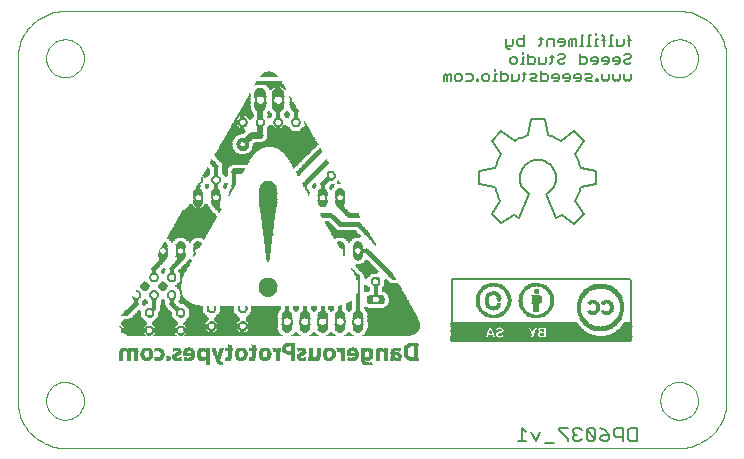
<source format=gbo>
G75*
G70*
%OFA0B0*%
%FSLAX24Y24*%
%IPPOS*%
%LPD*%
%AMOC8*
5,1,8,0,0,1.08239X$1,22.5*
%
%ADD10R,0.0290X0.0010*%
%ADD11R,0.0120X0.0010*%
%ADD12R,0.0140X0.0010*%
%ADD13R,0.0310X0.0010*%
%ADD14R,0.0130X0.0010*%
%ADD15R,0.0320X0.0010*%
%ADD16R,0.0330X0.0010*%
%ADD17R,0.0160X0.0010*%
%ADD18R,0.0340X0.0010*%
%ADD19R,0.0170X0.0010*%
%ADD20R,0.0180X0.0010*%
%ADD21R,0.0080X0.0010*%
%ADD22R,0.0030X0.0010*%
%ADD23R,0.0200X0.0010*%
%ADD24R,0.0040X0.0010*%
%ADD25R,0.0020X0.0010*%
%ADD26R,0.0150X0.0010*%
%ADD27R,0.0090X0.0010*%
%ADD28R,0.0100X0.0010*%
%ADD29R,0.0110X0.0010*%
%ADD30R,0.0060X0.0010*%
%ADD31R,0.0270X0.0010*%
%ADD32R,0.0250X0.0010*%
%ADD33R,0.0230X0.0010*%
%ADD34R,0.0210X0.0010*%
%ADD35R,0.0240X0.0010*%
%ADD36R,0.0220X0.0010*%
%ADD37R,0.0190X0.0010*%
%ADD38R,0.0260X0.0010*%
%ADD39R,0.0280X0.0010*%
%ADD40R,0.0370X0.0010*%
%ADD41R,0.0300X0.0010*%
%ADD42R,0.0360X0.0010*%
%ADD43R,0.0390X0.0010*%
%ADD44R,0.0350X0.0010*%
%ADD45R,0.0400X0.0010*%
%ADD46R,0.0380X0.0010*%
%ADD47R,0.0410X0.0010*%
%ADD48R,0.0420X0.0010*%
%ADD49R,0.0430X0.0010*%
%ADD50R,0.0070X0.0010*%
%ADD51R,0.0050X0.0010*%
%ADD52R,0.0010X0.0010*%
%ADD53R,0.0620X0.0010*%
%ADD54R,0.0610X0.0010*%
%ADD55R,0.0600X0.0010*%
%ADD56R,0.0450X0.0010*%
%ADD57R,0.0440X0.0010*%
%ADD58R,0.1520X0.0010*%
%ADD59R,0.3290X0.0010*%
%ADD60R,0.0770X0.0010*%
%ADD61R,0.0470X0.0010*%
%ADD62R,0.1590X0.0010*%
%ADD63R,0.3240X0.0010*%
%ADD64R,0.0740X0.0010*%
%ADD65R,0.0560X0.0010*%
%ADD66R,0.1600X0.0010*%
%ADD67R,0.3210X0.0010*%
%ADD68R,0.0720X0.0010*%
%ADD69R,0.0580X0.0010*%
%ADD70R,0.1620X0.0010*%
%ADD71R,0.3190X0.0010*%
%ADD72R,0.0700X0.0010*%
%ADD73R,0.1630X0.0010*%
%ADD74R,0.3170X0.0010*%
%ADD75R,0.0690X0.0010*%
%ADD76R,0.1650X0.0010*%
%ADD77R,0.3160X0.0010*%
%ADD78R,0.0680X0.0010*%
%ADD79R,0.0630X0.0010*%
%ADD80R,0.1670X0.0010*%
%ADD81R,0.3150X0.0010*%
%ADD82R,0.0660X0.0010*%
%ADD83R,0.0650X0.0010*%
%ADD84R,0.1680X0.0010*%
%ADD85R,0.3120X0.0010*%
%ADD86R,0.1690X0.0010*%
%ADD87R,0.3110X0.0010*%
%ADD88R,0.3100X0.0010*%
%ADD89R,0.3220X0.0010*%
%ADD90R,0.0900X0.0010*%
%ADD91R,0.0830X0.0010*%
%ADD92R,0.1700X0.0010*%
%ADD93R,0.1110X0.0010*%
%ADD94R,0.0840X0.0010*%
%ADD95R,0.0860X0.0010*%
%ADD96R,0.0880X0.0010*%
%ADD97R,0.1100X0.0010*%
%ADD98R,0.0820X0.0010*%
%ADD99R,0.0850X0.0010*%
%ADD100R,0.1080X0.0010*%
%ADD101R,0.0800X0.0010*%
%ADD102R,0.1710X0.0010*%
%ADD103R,0.0790X0.0010*%
%ADD104R,0.1720X0.0010*%
%ADD105R,0.1060X0.0010*%
%ADD106R,0.0810X0.0010*%
%ADD107R,0.1030X0.0010*%
%ADD108R,0.0750X0.0010*%
%ADD109R,0.1730X0.0010*%
%ADD110R,0.1020X0.0010*%
%ADD111R,0.0730X0.0010*%
%ADD112R,0.1010X0.0010*%
%ADD113R,0.0710X0.0010*%
%ADD114R,0.0780X0.0010*%
%ADD115R,0.1000X0.0010*%
%ADD116R,0.0990X0.0010*%
%ADD117R,0.0670X0.0010*%
%ADD118R,0.0760X0.0010*%
%ADD119R,0.0980X0.0010*%
%ADD120R,0.0960X0.0010*%
%ADD121R,0.0870X0.0010*%
%ADD122R,0.0950X0.0010*%
%ADD123R,0.0890X0.0010*%
%ADD124R,0.1090X0.0010*%
%ADD125R,0.1070X0.0010*%
%ADD126R,0.0640X0.0010*%
%ADD127R,0.0970X0.0010*%
%ADD128R,0.1040X0.0010*%
%ADD129R,0.1050X0.0010*%
%ADD130R,0.0590X0.0010*%
%ADD131R,0.0570X0.0010*%
%ADD132R,0.0550X0.0010*%
%ADD133R,0.0530X0.0010*%
%ADD134R,0.0510X0.0010*%
%ADD135R,0.1660X0.0010*%
%ADD136R,0.0480X0.0010*%
%ADD137R,0.0460X0.0010*%
%ADD138R,0.1640X0.0010*%
%ADD139R,0.0520X0.0010*%
%ADD140R,0.0940X0.0010*%
%ADD141R,0.0930X0.0010*%
%ADD142R,0.0540X0.0010*%
%ADD143R,0.0500X0.0010*%
%ADD144R,0.1610X0.0010*%
%ADD145R,0.0490X0.0010*%
%ADD146R,0.0920X0.0010*%
%ADD147R,0.0910X0.0010*%
%ADD148R,0.1270X0.0010*%
%ADD149R,0.1260X0.0010*%
%ADD150R,0.1250X0.0010*%
%ADD151R,0.1240X0.0010*%
%ADD152R,0.1220X0.0010*%
%ADD153R,0.1200X0.0010*%
%ADD154R,0.1190X0.0010*%
%ADD155R,0.1170X0.0010*%
%ADD156R,0.1160X0.0010*%
%ADD157R,0.1150X0.0010*%
%ADD158R,0.1130X0.0010*%
%ADD159R,0.1120X0.0010*%
%ADD160R,0.1180X0.0010*%
%ADD161R,0.1230X0.0010*%
%ADD162R,0.1280X0.0010*%
%ADD163R,0.1290X0.0010*%
%ADD164R,0.1210X0.0010*%
%ADD165R,0.1300X0.0010*%
%ADD166R,0.1350X0.0010*%
%ADD167R,0.1390X0.0010*%
%ADD168R,0.1440X0.0010*%
%ADD169R,0.2100X0.0010*%
%ADD170R,0.2110X0.0010*%
%ADD171R,0.2120X0.0010*%
%ADD172R,0.2130X0.0010*%
%ADD173R,0.2140X0.0010*%
%ADD174R,0.2150X0.0010*%
%ADD175R,0.2160X0.0010*%
%ADD176R,0.2170X0.0010*%
%ADD177R,0.2090X0.0010*%
%ADD178R,0.1840X0.0010*%
%ADD179R,0.1810X0.0010*%
%ADD180R,0.1790X0.0010*%
%ADD181R,0.1750X0.0010*%
%ADD182R,0.1570X0.0010*%
%ADD183R,0.1560X0.0010*%
%ADD184R,0.1550X0.0010*%
%ADD185R,0.1540X0.0010*%
%ADD186R,0.1530X0.0010*%
%ADD187R,0.1510X0.0010*%
%ADD188R,0.1500X0.0010*%
%ADD189R,0.1490X0.0010*%
%ADD190R,0.1480X0.0010*%
%ADD191R,0.1470X0.0010*%
%ADD192R,0.1460X0.0010*%
%ADD193R,0.1450X0.0010*%
%ADD194R,0.1430X0.0010*%
%ADD195C,0.0050*%
%ADD196R,0.6015X0.0015*%
%ADD197R,0.6045X0.0015*%
%ADD198R,0.4395X0.0015*%
%ADD199R,0.1620X0.0015*%
%ADD200R,0.2865X0.0015*%
%ADD201R,0.0210X0.0015*%
%ADD202R,0.0975X0.0015*%
%ADD203R,0.0075X0.0015*%
%ADD204R,0.0165X0.0015*%
%ADD205R,0.1170X0.0015*%
%ADD206R,0.0180X0.0015*%
%ADD207R,0.0945X0.0015*%
%ADD208R,0.0045X0.0015*%
%ADD209R,0.1035X0.0015*%
%ADD210R,0.1785X0.0015*%
%ADD211R,0.0930X0.0015*%
%ADD212R,0.0150X0.0015*%
%ADD213R,0.0885X0.0015*%
%ADD214R,0.1650X0.0015*%
%ADD215R,0.0060X0.0015*%
%ADD216R,0.0030X0.0015*%
%ADD217R,0.0135X0.0015*%
%ADD218R,0.1185X0.0015*%
%ADD219R,0.0810X0.0015*%
%ADD220R,0.1575X0.0015*%
%ADD221R,0.0120X0.0015*%
%ADD222R,0.0915X0.0015*%
%ADD223R,0.0765X0.0015*%
%ADD224R,0.1530X0.0015*%
%ADD225R,0.1200X0.0015*%
%ADD226R,0.0735X0.0015*%
%ADD227R,0.1485X0.0015*%
%ADD228R,0.0690X0.0015*%
%ADD229R,0.1455X0.0015*%
%ADD230R,0.1110X0.0015*%
%ADD231R,0.0660X0.0015*%
%ADD232R,0.1425X0.0015*%
%ADD233R,0.1080X0.0015*%
%ADD234R,0.1215X0.0015*%
%ADD235R,0.0630X0.0015*%
%ADD236R,0.1395X0.0015*%
%ADD237R,0.0090X0.0015*%
%ADD238R,0.1020X0.0015*%
%ADD239R,0.0600X0.0015*%
%ADD240R,0.1365X0.0015*%
%ADD241R,0.0960X0.0015*%
%ADD242R,0.0585X0.0015*%
%ADD243R,0.1335X0.0015*%
%ADD244R,0.1230X0.0015*%
%ADD245R,0.0555X0.0015*%
%ADD246R,0.1320X0.0015*%
%ADD247R,0.0540X0.0015*%
%ADD248R,0.1290X0.0015*%
%ADD249R,0.0885X0.0015*%
%ADD250R,0.0225X0.0015*%
%ADD251R,0.1245X0.0015*%
%ADD252R,0.0510X0.0015*%
%ADD253R,0.0300X0.0015*%
%ADD254R,0.1275X0.0015*%
%ADD255R,0.0105X0.0015*%
%ADD256R,0.0270X0.0015*%
%ADD257R,0.0015X0.0015*%
%ADD258R,0.0495X0.0015*%
%ADD259R,0.0435X0.0015*%
%ADD260R,0.1260X0.0015*%
%ADD261R,0.0855X0.0015*%
%ADD262R,0.0480X0.0015*%
%ADD263R,0.0525X0.0015*%
%ADD264R,0.0465X0.0015*%
%ADD265R,0.0600X0.0015*%
%ADD266R,0.0450X0.0015*%
%ADD267R,0.0675X0.0015*%
%ADD268R,0.0840X0.0015*%
%ADD269R,0.0420X0.0015*%
%ADD270R,0.0735X0.0015*%
%ADD271R,0.0405X0.0015*%
%ADD272R,0.0780X0.0015*%
%ADD273R,0.0825X0.0015*%
%ADD274R,0.1155X0.0015*%
%ADD275R,0.0195X0.0015*%
%ADD276R,0.0390X0.0015*%
%ADD277R,0.2670X0.0015*%
%ADD278R,0.0375X0.0015*%
%ADD279R,0.4320X0.0015*%
%ADD280R,0.0360X0.0015*%
%ADD281R,0.0330X0.0015*%
%ADD282R,0.4305X0.0015*%
%ADD283R,0.0345X0.0015*%
%ADD284R,0.4290X0.0015*%
%ADD285R,0.0330X0.0015*%
%ADD286R,0.4275X0.0015*%
%ADD287R,0.0255X0.0015*%
%ADD288R,0.4260X0.0015*%
%ADD289R,0.0315X0.0015*%
%ADD290R,0.0240X0.0015*%
%ADD291R,0.0300X0.0015*%
%ADD292R,0.4245X0.0015*%
%ADD293R,0.0285X0.0015*%
%ADD294R,0.4230X0.0015*%
%ADD295R,0.0270X0.0015*%
%ADD296R,0.4215X0.0015*%
%ADD297R,0.0060X0.0015*%
%ADD298R,0.0360X0.0015*%
%ADD299R,0.0450X0.0015*%
%ADD300R,0.0510X0.0015*%
%ADD301R,0.0570X0.0015*%
%ADD302R,0.0555X0.0015*%
%ADD303R,0.0615X0.0015*%
%ADD304R,0.0660X0.0015*%
%ADD305R,0.0345X0.0015*%
%ADD306R,0.0390X0.0015*%
%ADD307R,0.0315X0.0015*%
%ADD308R,0.0420X0.0015*%
%ADD309R,0.0465X0.0015*%
%ADD310R,0.0375X0.0015*%
%ADD311R,0.0285X0.0015*%
%ADD312R,0.0405X0.0015*%
%ADD313R,0.0870X0.0015*%
%ADD314R,0.0720X0.0015*%
%ADD315R,0.0645X0.0015*%
%ADD316R,0.0585X0.0015*%
%ADD317R,0.0495X0.0015*%
%ADD318R,0.0540X0.0015*%
%ADD319R,0.0480X0.0015*%
%ADD320R,0.6015X0.0015*%
%ADD321R,0.5985X0.0015*%
%ADD322R,0.5955X0.0015*%
%ADD323R,0.5895X0.0015*%
%ADD324C,0.0000*%
%ADD325C,0.0060*%
%ADD326C,0.0080*%
D10*
X009100Y006383D03*
X009110Y006393D03*
X009110Y006403D03*
X009710Y006383D03*
X009710Y006373D03*
X010110Y006683D03*
X008360Y007773D03*
X008860Y008053D03*
X008640Y008753D03*
X008640Y008823D03*
X009230Y008823D03*
X009230Y008753D03*
X009900Y008303D03*
X009820Y009763D03*
X009820Y010183D03*
X009230Y009763D03*
X009230Y009753D03*
X010410Y011533D03*
X010410Y011543D03*
X010410Y011953D03*
X011010Y011533D03*
X012750Y010463D03*
X012750Y010453D03*
X012750Y010443D03*
X012750Y010433D03*
X012750Y010423D03*
X012750Y010413D03*
X012750Y010403D03*
X014550Y011533D03*
X014550Y011953D03*
X015140Y011953D03*
X015140Y011543D03*
X015140Y011533D03*
X014930Y010663D03*
X015730Y010193D03*
X015730Y010183D03*
X015730Y010173D03*
X015980Y009973D03*
X015730Y009763D03*
X015730Y009753D03*
X016010Y009553D03*
X016050Y009213D03*
X015730Y007893D03*
X015140Y007893D03*
X014560Y007323D03*
X013960Y007323D03*
X013370Y007323D03*
X013370Y007333D03*
X013370Y007893D03*
X012750Y008483D03*
X011840Y006693D03*
X011850Y006353D03*
X012640Y006353D03*
X013480Y006543D03*
X013860Y006393D03*
X013870Y006373D03*
X014780Y006693D03*
X015560Y006683D03*
X015530Y006343D03*
X016070Y006173D03*
X016970Y006563D03*
X017020Y006693D03*
X013640Y012903D03*
X012350Y013373D03*
X012120Y013183D03*
X011630Y014073D03*
X012010Y014733D03*
X012010Y014743D03*
X013310Y014053D03*
X013970Y014013D03*
D11*
X013315Y014133D03*
X013375Y014433D03*
X013375Y014443D03*
X013525Y014893D03*
X013215Y014893D03*
X012935Y014893D03*
X012625Y014893D03*
X012345Y014893D03*
X012095Y015023D03*
X012835Y015373D03*
X011615Y014183D03*
X013615Y012793D03*
X013765Y012543D03*
X013985Y012163D03*
X014265Y012083D03*
X014285Y012153D03*
X014855Y012083D03*
X014885Y012163D03*
X015145Y012043D03*
X015235Y011653D03*
X014455Y011833D03*
X014675Y012943D03*
X014455Y013323D03*
X011585Y012163D03*
X011585Y012153D03*
X011325Y012193D03*
X011325Y012493D03*
X010735Y012663D03*
X010735Y012673D03*
X010655Y012453D03*
X010425Y012143D03*
X010425Y012133D03*
X010425Y012123D03*
X010505Y011843D03*
X010505Y011653D03*
X010665Y011493D03*
X010915Y011653D03*
X011095Y011653D03*
X011095Y011843D03*
X010915Y011843D03*
X010165Y011493D03*
X010115Y010303D03*
X009525Y010303D03*
X009305Y010193D03*
X009325Y010063D03*
X009915Y010063D03*
X009255Y009343D03*
X009875Y009193D03*
X009875Y009183D03*
X009775Y008863D03*
X009775Y008723D03*
X009775Y008713D03*
X009875Y008423D03*
X009705Y007983D03*
X010545Y006733D03*
X010735Y006693D03*
X010735Y006683D03*
X010945Y006633D03*
X010955Y006603D03*
X010955Y006593D03*
X010965Y006583D03*
X010965Y006573D03*
X010965Y006563D03*
X010965Y006553D03*
X010975Y006533D03*
X010975Y006523D03*
X010985Y006503D03*
X010995Y006473D03*
X011125Y006493D03*
X011155Y006583D03*
X011165Y006173D03*
X010245Y006463D03*
X010245Y006473D03*
X010245Y006483D03*
X010245Y006573D03*
X010245Y006583D03*
X010245Y006593D03*
X010235Y006603D03*
X010235Y006613D03*
X009995Y006633D03*
X009985Y006613D03*
X009985Y006603D03*
X009975Y006593D03*
X009975Y006583D03*
X009615Y006443D03*
X009615Y006433D03*
X009615Y006423D03*
X009415Y006443D03*
X007845Y006453D03*
X007845Y006463D03*
X007845Y006473D03*
X007845Y006483D03*
X007845Y006493D03*
X007845Y006503D03*
X007845Y006513D03*
X007845Y006523D03*
X007845Y006533D03*
X007845Y006543D03*
X007845Y006553D03*
X007845Y006563D03*
X007845Y006573D03*
X007845Y006583D03*
X007845Y006593D03*
X007845Y006443D03*
X007845Y006433D03*
X007845Y006423D03*
X007845Y006413D03*
X007845Y006403D03*
X007845Y006393D03*
X007845Y006383D03*
X007845Y006373D03*
X007845Y006363D03*
X007845Y006353D03*
X007845Y006343D03*
X007845Y006333D03*
X007845Y006323D03*
X012265Y006463D03*
X012265Y006473D03*
X012265Y006483D03*
X012265Y006493D03*
X012265Y006503D03*
X012265Y006513D03*
X012265Y006523D03*
X012265Y006533D03*
X012265Y006543D03*
X012265Y006553D03*
X012265Y006563D03*
X012265Y006573D03*
X012265Y006583D03*
X012265Y006593D03*
X012265Y006603D03*
X012265Y006613D03*
X012265Y006623D03*
X012265Y006633D03*
X012265Y006743D03*
X012265Y006753D03*
X012265Y006763D03*
X012265Y006773D03*
X012265Y006783D03*
X012265Y006793D03*
X012265Y006803D03*
X012955Y006693D03*
X012955Y006683D03*
X013375Y007263D03*
X013665Y007213D03*
X013965Y007263D03*
X014255Y007213D03*
X014555Y007263D03*
X014845Y007223D03*
X015095Y006693D03*
X015235Y006693D03*
X015235Y006703D03*
X015235Y006683D03*
X015235Y006673D03*
X015225Y006553D03*
X015225Y006543D03*
X015225Y006533D03*
X015225Y006523D03*
X015225Y006513D03*
X015225Y006503D03*
X015225Y006493D03*
X015225Y006483D03*
X015225Y006473D03*
X015225Y006463D03*
X015225Y006453D03*
X015225Y006443D03*
X015225Y006433D03*
X015225Y006423D03*
X015225Y006413D03*
X015225Y006403D03*
X015225Y006393D03*
X015225Y006383D03*
X015225Y006373D03*
X015225Y006363D03*
X015225Y006353D03*
X015225Y006343D03*
X015425Y006573D03*
X015425Y006583D03*
X015425Y006593D03*
X015435Y006603D03*
X015435Y006613D03*
X015445Y006633D03*
X015675Y006623D03*
X015685Y006613D03*
X015685Y006603D03*
X015695Y006593D03*
X015695Y006583D03*
X015695Y006573D03*
X015695Y006473D03*
X015695Y006463D03*
X015905Y006323D03*
X015905Y006313D03*
X016395Y006323D03*
X016875Y006323D03*
X016875Y006333D03*
X016885Y006343D03*
X015895Y006703D03*
X015435Y007223D03*
X015855Y007503D03*
X015445Y007993D03*
X015465Y008223D03*
X015745Y008503D03*
X016005Y008783D03*
X016005Y009083D03*
X016005Y009093D03*
X015745Y009073D03*
X015745Y009063D03*
X015745Y009053D03*
X015715Y009153D03*
X015705Y009163D03*
X016675Y008973D03*
X016935Y009023D03*
X015825Y010063D03*
X016135Y010413D03*
X016125Y010423D03*
X016115Y010443D03*
X014855Y007993D03*
X014675Y007713D03*
X014255Y007993D03*
X014085Y007713D03*
X013845Y007713D03*
X013665Y007993D03*
X013495Y007713D03*
X013255Y007723D03*
X014425Y006723D03*
X014425Y006713D03*
X014425Y006703D03*
X014425Y006693D03*
X014425Y006683D03*
X014425Y006673D03*
X014425Y006663D03*
X014425Y006653D03*
X014425Y006643D03*
X014425Y006633D03*
X014425Y006623D03*
X014425Y006613D03*
X014425Y006603D03*
X014425Y006593D03*
X014425Y006583D03*
X014425Y006573D03*
X014425Y006563D03*
X014425Y006553D03*
X014425Y006543D03*
X014425Y006533D03*
X014425Y006523D03*
X014425Y006513D03*
X014425Y006503D03*
X014425Y006493D03*
X014425Y006483D03*
X014155Y006353D03*
X014155Y006343D03*
X014155Y006333D03*
X013885Y006313D03*
X013775Y006413D03*
X013775Y006423D03*
X013775Y006443D03*
X013945Y006633D03*
X015255Y007723D03*
D12*
X015245Y007493D03*
X015625Y007493D03*
X015845Y007493D03*
X015735Y007263D03*
X015905Y006603D03*
X015905Y006593D03*
X015905Y006453D03*
X015915Y006283D03*
X015925Y006273D03*
X016165Y006443D03*
X016175Y006453D03*
X016175Y006463D03*
X016185Y006483D03*
X016185Y006493D03*
X016185Y006503D03*
X016185Y006513D03*
X016185Y006523D03*
X016185Y006533D03*
X016185Y006543D03*
X016185Y006553D03*
X016185Y006563D03*
X016175Y006593D03*
X016175Y006603D03*
X016165Y006613D03*
X016405Y006613D03*
X016405Y006603D03*
X016485Y006723D03*
X016655Y006593D03*
X016895Y006433D03*
X016895Y006423D03*
X017125Y006413D03*
X017125Y006483D03*
X017115Y006493D03*
X017325Y006533D03*
X017325Y006543D03*
X017325Y006553D03*
X017335Y006523D03*
X017335Y006513D03*
X017345Y006483D03*
X017325Y006663D03*
X017325Y006673D03*
X017325Y006683D03*
X017325Y006693D03*
X017335Y006703D03*
X017335Y006713D03*
X017685Y006713D03*
X017685Y006723D03*
X017685Y006733D03*
X017685Y006743D03*
X017685Y006753D03*
X017685Y006763D03*
X017685Y006773D03*
X017685Y006783D03*
X017685Y006793D03*
X017685Y006703D03*
X017685Y006693D03*
X017685Y006683D03*
X017685Y006673D03*
X017685Y006663D03*
X017685Y006653D03*
X017685Y006643D03*
X017685Y006633D03*
X017685Y006623D03*
X017685Y006613D03*
X017685Y006603D03*
X017685Y006593D03*
X017685Y006583D03*
X017685Y006573D03*
X017685Y006563D03*
X017685Y006553D03*
X017685Y006543D03*
X017685Y006533D03*
X017685Y006523D03*
X017685Y006513D03*
X017685Y006503D03*
X017685Y006493D03*
X017685Y006483D03*
X017685Y006473D03*
X017685Y006463D03*
X017685Y006453D03*
X017685Y006443D03*
X017685Y006433D03*
X017685Y006423D03*
X017685Y006413D03*
X017615Y006313D03*
X015215Y006583D03*
X014935Y006543D03*
X014935Y006533D03*
X014935Y006523D03*
X014935Y006513D03*
X014935Y006503D03*
X014925Y006463D03*
X014925Y006453D03*
X014915Y006443D03*
X014915Y006433D03*
X014905Y006423D03*
X014925Y006583D03*
X014915Y006613D03*
X014905Y006623D03*
X014785Y006733D03*
X014655Y006613D03*
X014645Y006603D03*
X014645Y006593D03*
X014635Y006573D03*
X014635Y006563D03*
X014635Y006553D03*
X014635Y006543D03*
X014635Y006533D03*
X014635Y006523D03*
X014635Y006513D03*
X014635Y006503D03*
X014635Y006493D03*
X014635Y006483D03*
X014635Y006473D03*
X014645Y006463D03*
X014645Y006453D03*
X014655Y006433D03*
X014415Y006443D03*
X014415Y006453D03*
X014345Y006323D03*
X014165Y006443D03*
X014165Y006453D03*
X013945Y006593D03*
X013835Y006733D03*
X013555Y006793D03*
X013295Y006773D03*
X013285Y006763D03*
X013285Y006753D03*
X013285Y006743D03*
X013285Y006683D03*
X013285Y006673D03*
X013285Y006663D03*
X013295Y006653D03*
X013075Y006583D03*
X013075Y006573D03*
X012785Y006573D03*
X012785Y006583D03*
X012785Y006563D03*
X012785Y006553D03*
X012785Y006503D03*
X012785Y006493D03*
X012785Y006483D03*
X012785Y006473D03*
X012785Y006463D03*
X012775Y006443D03*
X012765Y006433D03*
X012775Y006603D03*
X012765Y006623D03*
X012635Y006733D03*
X012515Y006623D03*
X012505Y006613D03*
X012505Y006603D03*
X012495Y006583D03*
X012495Y006573D03*
X012495Y006473D03*
X012495Y006463D03*
X012505Y006453D03*
X012505Y006443D03*
X012515Y006433D03*
X012255Y006433D03*
X011985Y006453D03*
X011985Y006463D03*
X011975Y006433D03*
X011985Y006583D03*
X011985Y006593D03*
X011985Y006603D03*
X011975Y006613D03*
X011975Y006623D03*
X011965Y006633D03*
X011835Y006733D03*
X011725Y006623D03*
X011715Y006613D03*
X011715Y006603D03*
X011705Y006593D03*
X011695Y006533D03*
X011695Y006513D03*
X011705Y006463D03*
X011705Y006453D03*
X011715Y006443D03*
X011725Y006433D03*
X011465Y006433D03*
X011455Y006423D03*
X011165Y006603D03*
X011175Y006633D03*
X011175Y006643D03*
X011185Y006663D03*
X011185Y006673D03*
X011195Y006693D03*
X011195Y006703D03*
X011205Y006713D03*
X011205Y006723D03*
X010935Y006673D03*
X010935Y006663D03*
X010925Y006693D03*
X010925Y006703D03*
X010925Y006713D03*
X010725Y006593D03*
X010725Y006583D03*
X010725Y006573D03*
X010725Y006563D03*
X010725Y006553D03*
X010725Y006543D03*
X010725Y006533D03*
X010725Y006523D03*
X010725Y006513D03*
X010725Y006503D03*
X010725Y006493D03*
X010725Y006483D03*
X010725Y006473D03*
X010725Y006463D03*
X010725Y006453D03*
X010725Y006323D03*
X010725Y006313D03*
X010725Y006303D03*
X010725Y006293D03*
X010725Y006283D03*
X010725Y006273D03*
X010725Y006263D03*
X010725Y006253D03*
X010725Y006243D03*
X010725Y006233D03*
X010725Y006223D03*
X010725Y006213D03*
X010725Y006203D03*
X010725Y006193D03*
X010725Y006183D03*
X010725Y006173D03*
X011075Y006293D03*
X011085Y006283D03*
X011055Y006343D03*
X011055Y006353D03*
X011155Y006193D03*
X010455Y006443D03*
X010445Y006453D03*
X010435Y006493D03*
X010435Y006503D03*
X010435Y006513D03*
X010435Y006523D03*
X010435Y006533D03*
X010435Y006543D03*
X010435Y006553D03*
X010435Y006563D03*
X010435Y006573D03*
X010445Y006593D03*
X010445Y006603D03*
X010455Y006613D03*
X010215Y006643D03*
X009785Y006593D03*
X009685Y006733D03*
X009215Y006573D03*
X009205Y006593D03*
X009215Y006483D03*
X009215Y006473D03*
X009215Y006463D03*
X009205Y006453D03*
X009415Y006423D03*
X009415Y006413D03*
X009415Y006353D03*
X009625Y006403D03*
X009625Y006463D03*
X008835Y006453D03*
X008835Y006443D03*
X008825Y006423D03*
X008835Y006593D03*
X008835Y006603D03*
X008835Y006613D03*
X008825Y006623D03*
X008695Y006733D03*
X008575Y006613D03*
X008565Y006603D03*
X008565Y006593D03*
X008555Y006583D03*
X008555Y006573D03*
X008555Y006473D03*
X008565Y006443D03*
X008575Y006433D03*
X008335Y006593D03*
X008335Y006603D03*
X008165Y006723D03*
X007925Y006723D03*
X007855Y006623D03*
X008785Y007463D03*
X008425Y007913D03*
X008335Y008233D03*
X008335Y008243D03*
X008335Y008253D03*
X008335Y008263D03*
X008335Y008273D03*
X008335Y008283D03*
X008335Y008293D03*
X008335Y008303D03*
X008335Y008313D03*
X008335Y008323D03*
X008335Y008333D03*
X008935Y008643D03*
X009525Y008643D03*
X009765Y008743D03*
X009765Y008843D03*
X009885Y009213D03*
X009525Y009243D03*
X009525Y009253D03*
X009525Y009263D03*
X009525Y009273D03*
X009525Y009283D03*
X009525Y009293D03*
X009525Y009303D03*
X009525Y009313D03*
X009525Y009323D03*
X009525Y009333D03*
X009525Y009343D03*
X009245Y009323D03*
X009235Y009283D03*
X009235Y009273D03*
X010105Y009613D03*
X010115Y009623D03*
X009735Y009873D03*
X009825Y010263D03*
X010115Y010313D03*
X010415Y010263D03*
X009525Y010313D03*
X009305Y010173D03*
X009145Y009873D03*
X009525Y008343D03*
X009525Y008333D03*
X009525Y008323D03*
X009525Y008313D03*
X009525Y008303D03*
X009525Y008293D03*
X009525Y008283D03*
X009525Y008273D03*
X009525Y008263D03*
X009525Y008253D03*
X009525Y008243D03*
X009705Y007993D03*
X009825Y007753D03*
X009825Y007463D03*
X010855Y007303D03*
X010855Y007263D03*
X010855Y007253D03*
X011885Y007263D03*
X011885Y007273D03*
X011885Y007283D03*
X011885Y007293D03*
X011895Y007903D03*
X013265Y007493D03*
X013485Y007493D03*
X013485Y007723D03*
X013375Y007963D03*
X013375Y007973D03*
X013375Y007983D03*
X013375Y007993D03*
X013375Y008003D03*
X013375Y008013D03*
X013375Y008023D03*
X013375Y008033D03*
X013375Y008043D03*
X013375Y008053D03*
X013375Y008063D03*
X013375Y008073D03*
X013375Y008083D03*
X013375Y008093D03*
X013375Y008103D03*
X013375Y008113D03*
X013375Y008123D03*
X013965Y008123D03*
X013965Y008113D03*
X013965Y008103D03*
X013965Y008093D03*
X013965Y008083D03*
X013965Y008073D03*
X013965Y008063D03*
X013965Y008053D03*
X013965Y008043D03*
X013965Y008033D03*
X013965Y008023D03*
X013965Y008013D03*
X013965Y008003D03*
X013965Y007993D03*
X013965Y007983D03*
X013965Y007973D03*
X013965Y007963D03*
X013965Y007953D03*
X014555Y007953D03*
X014555Y007963D03*
X014555Y007973D03*
X014555Y007983D03*
X014555Y007993D03*
X014555Y008003D03*
X014555Y008013D03*
X014555Y008023D03*
X014555Y008033D03*
X014555Y008043D03*
X014555Y008053D03*
X014555Y008063D03*
X014555Y008073D03*
X014555Y008083D03*
X014555Y008093D03*
X014555Y008103D03*
X014555Y008113D03*
X014555Y008123D03*
X014445Y007493D03*
X014665Y007493D03*
X014255Y007203D03*
X014075Y007493D03*
X013855Y007493D03*
X013665Y007203D03*
X013785Y006463D03*
X013785Y006403D03*
X015445Y008003D03*
X015735Y008003D03*
X015735Y008013D03*
X015735Y008023D03*
X015735Y008033D03*
X015735Y008043D03*
X015735Y008053D03*
X015735Y008063D03*
X015735Y008073D03*
X015735Y008083D03*
X015735Y008093D03*
X015735Y008103D03*
X015735Y008113D03*
X015735Y008123D03*
X015735Y008133D03*
X015735Y008143D03*
X015735Y008153D03*
X015735Y008163D03*
X015735Y008173D03*
X015735Y008183D03*
X015735Y008193D03*
X015735Y008203D03*
X015735Y008213D03*
X015735Y008223D03*
X015735Y008233D03*
X015735Y008243D03*
X015735Y008253D03*
X015735Y008263D03*
X015735Y008273D03*
X015735Y008283D03*
X015735Y008293D03*
X015735Y008303D03*
X015735Y008313D03*
X015735Y008323D03*
X015735Y008333D03*
X015735Y008343D03*
X015735Y008353D03*
X015735Y008363D03*
X015735Y008373D03*
X015735Y008383D03*
X015735Y008393D03*
X015735Y008403D03*
X015735Y008413D03*
X015735Y008423D03*
X015735Y008433D03*
X015735Y008443D03*
X015735Y008453D03*
X015735Y008463D03*
X015735Y008473D03*
X016015Y008763D03*
X016325Y008763D03*
X016325Y008773D03*
X016325Y008783D03*
X016325Y008753D03*
X016325Y008743D03*
X016325Y008733D03*
X016325Y008723D03*
X016325Y008713D03*
X016325Y008703D03*
X016325Y008693D03*
X016325Y008683D03*
X016325Y008673D03*
X016325Y008663D03*
X016325Y008653D03*
X016325Y008643D03*
X016325Y008633D03*
X016325Y008623D03*
X016325Y008613D03*
X016325Y008603D03*
X016325Y008593D03*
X016325Y008583D03*
X016325Y008573D03*
X016325Y008563D03*
X016325Y008553D03*
X016325Y008543D03*
X016325Y008533D03*
X016325Y008523D03*
X016325Y008513D03*
X016685Y008953D03*
X016895Y009073D03*
X016915Y009053D03*
X016325Y009093D03*
X016015Y009113D03*
X015735Y009113D03*
X015725Y009133D03*
X016025Y009613D03*
X015645Y009873D03*
X016105Y010453D03*
X016095Y010463D03*
X016085Y010473D03*
X014705Y010933D03*
X014695Y010943D03*
X014555Y011453D03*
X014555Y012043D03*
X014555Y012053D03*
X014555Y012063D03*
X014555Y012073D03*
X014555Y012083D03*
X014555Y012093D03*
X014555Y012103D03*
X014555Y012113D03*
X014555Y012123D03*
X014555Y012133D03*
X014555Y012143D03*
X014555Y012153D03*
X014275Y012133D03*
X014275Y012123D03*
X014265Y012103D03*
X014265Y012093D03*
X013985Y012173D03*
X013765Y012553D03*
X014675Y012933D03*
X014455Y013313D03*
X014845Y012633D03*
X014885Y012153D03*
X014855Y012103D03*
X012745Y012293D03*
X011595Y012293D03*
X011595Y012303D03*
X011595Y012313D03*
X011595Y012323D03*
X011595Y012333D03*
X011595Y012343D03*
X011595Y012353D03*
X011595Y012363D03*
X011595Y012373D03*
X011595Y012383D03*
X011595Y012393D03*
X011595Y012403D03*
X011595Y012413D03*
X011595Y012423D03*
X011595Y012433D03*
X011595Y012443D03*
X011595Y012453D03*
X011595Y012463D03*
X011595Y012473D03*
X011595Y012483D03*
X011595Y012493D03*
X011595Y012503D03*
X011595Y012513D03*
X011595Y012523D03*
X011595Y012533D03*
X011595Y012543D03*
X011595Y012553D03*
X011315Y012513D03*
X011005Y012513D03*
X011005Y012523D03*
X011005Y012533D03*
X011005Y012543D03*
X011005Y012553D03*
X011005Y012563D03*
X011005Y012573D03*
X011005Y012583D03*
X011005Y012593D03*
X011005Y012603D03*
X011005Y012613D03*
X011005Y012623D03*
X011005Y012633D03*
X011005Y012643D03*
X011005Y012653D03*
X011005Y012663D03*
X011005Y012673D03*
X011005Y012683D03*
X011005Y012693D03*
X011005Y012703D03*
X011005Y012713D03*
X011005Y012723D03*
X011005Y012733D03*
X011005Y012743D03*
X011005Y012753D03*
X010895Y012923D03*
X010725Y012633D03*
X010725Y012623D03*
X011005Y012503D03*
X011005Y012493D03*
X011005Y012483D03*
X011005Y012193D03*
X011005Y012183D03*
X011005Y012173D03*
X011005Y012163D03*
X011005Y012153D03*
X011005Y012143D03*
X011005Y012133D03*
X011005Y012123D03*
X011005Y012113D03*
X011005Y012103D03*
X011005Y012093D03*
X011005Y012083D03*
X011005Y012073D03*
X011005Y012063D03*
X011005Y012053D03*
X011005Y012043D03*
X010715Y012093D03*
X010415Y012093D03*
X010415Y012103D03*
X010415Y012083D03*
X010415Y012073D03*
X010415Y012063D03*
X010415Y012053D03*
X010415Y012043D03*
X010415Y011433D03*
X010415Y011423D03*
X010415Y011413D03*
X010415Y011403D03*
X010165Y011463D03*
X010165Y011473D03*
X010665Y011473D03*
X011095Y011323D03*
X011305Y012093D03*
X011315Y012163D03*
X011595Y012183D03*
X011595Y012193D03*
X011595Y012203D03*
X011595Y012213D03*
X011595Y012223D03*
X011595Y012233D03*
X011595Y012243D03*
X011595Y012253D03*
X011595Y012263D03*
X011595Y012273D03*
X011595Y012283D03*
X011895Y013323D03*
X011765Y013473D03*
X011755Y013483D03*
X011755Y013493D03*
X011755Y013553D03*
X012025Y013563D03*
X012035Y013553D03*
X012035Y013543D03*
X012035Y013533D03*
X012035Y013523D03*
X012035Y013513D03*
X012035Y013503D03*
X012035Y013493D03*
X011885Y014053D03*
X011885Y014063D03*
X011885Y014073D03*
X011885Y014083D03*
X011885Y014093D03*
X011885Y014103D03*
X011885Y014423D03*
X011885Y014433D03*
X011885Y014443D03*
X011885Y014453D03*
X011885Y014463D03*
X012085Y014983D03*
X012085Y014993D03*
X012085Y015003D03*
X012485Y015383D03*
X012835Y015383D03*
X012835Y015393D03*
X013075Y015393D03*
X013075Y015403D03*
X013075Y015413D03*
X013075Y015423D03*
X013075Y015433D03*
X013075Y015383D03*
X013225Y015433D03*
X013205Y015123D03*
X012945Y014883D03*
X013075Y014613D03*
X013075Y014603D03*
X013075Y014593D03*
X013075Y014583D03*
X013075Y014573D03*
X013075Y014563D03*
X013075Y014543D03*
X013075Y014533D03*
X013075Y014523D03*
X013075Y014513D03*
X013075Y014503D03*
X013075Y014493D03*
X013075Y014483D03*
X013075Y014473D03*
X013075Y014463D03*
X013075Y014453D03*
X013075Y014443D03*
X013075Y014433D03*
X012785Y014453D03*
X012785Y014553D03*
X013375Y014453D03*
X013665Y014453D03*
X013665Y014463D03*
X013665Y014473D03*
X013665Y014483D03*
X013665Y014493D03*
X013665Y014503D03*
X013665Y014513D03*
X013665Y014523D03*
X013665Y014533D03*
X013665Y014543D03*
X013665Y014553D03*
X013665Y014563D03*
X013665Y014573D03*
X013665Y014583D03*
X013665Y014593D03*
X013665Y014603D03*
X013665Y014613D03*
X013665Y014443D03*
X013665Y014433D03*
X013665Y014423D03*
X013665Y014413D03*
X013665Y014113D03*
X013995Y014113D03*
X013315Y014123D03*
X013075Y014113D03*
X013075Y014103D03*
X013075Y014093D03*
X013075Y014083D03*
X013075Y014073D03*
X013075Y014063D03*
X013075Y014053D03*
X013535Y014883D03*
X012785Y015933D03*
X012745Y009843D03*
X012745Y009833D03*
X012745Y009823D03*
X012745Y009813D03*
X012745Y009803D03*
X012745Y009063D03*
X009885Y008393D03*
X015735Y007993D03*
X015735Y007983D03*
X015735Y007973D03*
X015735Y007963D03*
X016015Y008063D03*
D13*
X015730Y007873D03*
X015730Y007343D03*
X015140Y007343D03*
X014560Y007873D03*
X013960Y007873D03*
X013960Y007343D03*
X013370Y007343D03*
X013470Y006873D03*
X012640Y006363D03*
X011850Y006363D03*
X010100Y006363D03*
X010110Y006663D03*
X008700Y006683D03*
X008360Y007763D03*
X008850Y008033D03*
X009290Y007993D03*
X009230Y008773D03*
X009230Y008783D03*
X009230Y008803D03*
X009230Y008813D03*
X008640Y008813D03*
X008640Y008803D03*
X008640Y008773D03*
X009230Y009783D03*
X009230Y009793D03*
X009230Y009803D03*
X009230Y009813D03*
X009230Y009823D03*
X009230Y009833D03*
X009230Y009843D03*
X009230Y009853D03*
X009230Y009863D03*
X009820Y009863D03*
X009820Y009853D03*
X009820Y009843D03*
X009820Y009833D03*
X009820Y009823D03*
X009820Y009813D03*
X009820Y009803D03*
X009820Y009793D03*
X009820Y009783D03*
X009820Y010073D03*
X009820Y010083D03*
X009820Y010093D03*
X009820Y010103D03*
X009820Y010113D03*
X009820Y010123D03*
X009820Y010133D03*
X009820Y010143D03*
X009820Y010153D03*
X009820Y010163D03*
X009530Y010383D03*
X010410Y011553D03*
X010410Y011563D03*
X010410Y011573D03*
X010410Y011583D03*
X010410Y011593D03*
X010410Y011603D03*
X010410Y011613D03*
X010410Y011623D03*
X010410Y011633D03*
X010410Y011643D03*
X010410Y011853D03*
X010410Y011863D03*
X010410Y011873D03*
X010410Y011883D03*
X010410Y011893D03*
X010410Y011903D03*
X010410Y011913D03*
X010410Y011923D03*
X010410Y011933D03*
X012360Y013383D03*
X013640Y012913D03*
X014750Y012333D03*
X014760Y012343D03*
X014770Y012353D03*
X014800Y012383D03*
X014560Y011923D03*
X015140Y011923D03*
X015140Y011933D03*
X015140Y011943D03*
X015140Y011913D03*
X015140Y011903D03*
X015140Y011893D03*
X015140Y011883D03*
X015140Y011873D03*
X015140Y011863D03*
X015140Y011853D03*
X015140Y011643D03*
X015140Y011633D03*
X015140Y011623D03*
X015140Y011613D03*
X015140Y011603D03*
X015140Y011593D03*
X015140Y011583D03*
X015140Y011573D03*
X015140Y011563D03*
X015140Y011553D03*
X014560Y011573D03*
X015440Y010383D03*
X015730Y010163D03*
X015730Y010153D03*
X015730Y010143D03*
X015730Y010133D03*
X015730Y010123D03*
X015730Y010113D03*
X015730Y010103D03*
X015730Y010093D03*
X015730Y010083D03*
X015730Y010073D03*
X015730Y009863D03*
X015730Y009853D03*
X015730Y009843D03*
X015730Y009833D03*
X015730Y009823D03*
X015730Y009813D03*
X015730Y009803D03*
X015730Y009793D03*
X015730Y009783D03*
X015990Y009953D03*
X016050Y009223D03*
X013370Y007883D03*
X013370Y007873D03*
X012750Y009033D03*
X012750Y010473D03*
X012750Y010483D03*
X012750Y010493D03*
X012750Y010503D03*
X012750Y010513D03*
X012750Y010523D03*
X013970Y013993D03*
X013970Y014003D03*
X013080Y015323D03*
X012010Y014703D03*
X017010Y006673D03*
X017000Y006653D03*
X017600Y006333D03*
X016060Y006183D03*
X015550Y006363D03*
X015560Y006663D03*
D14*
X015660Y006643D03*
X015670Y006633D03*
X015700Y006483D03*
X015690Y006453D03*
X015690Y006443D03*
X015680Y006433D03*
X015530Y006313D03*
X015230Y006323D03*
X015230Y006333D03*
X015220Y006563D03*
X015220Y006573D03*
X015100Y006663D03*
X015100Y006673D03*
X015100Y006683D03*
X014920Y006603D03*
X014920Y006593D03*
X014930Y006573D03*
X014930Y006563D03*
X014930Y006553D03*
X014930Y006493D03*
X014930Y006483D03*
X014930Y006473D03*
X014650Y006443D03*
X014420Y006463D03*
X014420Y006473D03*
X014160Y006473D03*
X014160Y006483D03*
X014160Y006493D03*
X014160Y006503D03*
X014160Y006513D03*
X014160Y006523D03*
X014160Y006533D03*
X014160Y006543D03*
X014160Y006553D03*
X014160Y006563D03*
X014160Y006573D03*
X014160Y006583D03*
X014160Y006593D03*
X014160Y006603D03*
X014160Y006613D03*
X014160Y006623D03*
X014160Y006633D03*
X014160Y006643D03*
X014160Y006653D03*
X014160Y006663D03*
X014160Y006673D03*
X014160Y006683D03*
X014160Y006693D03*
X014160Y006703D03*
X014160Y006713D03*
X014160Y006723D03*
X013950Y006623D03*
X013950Y006613D03*
X013950Y006603D03*
X013940Y006643D03*
X013780Y006453D03*
X013560Y006453D03*
X013560Y006463D03*
X013560Y006473D03*
X013560Y006483D03*
X013560Y006493D03*
X013560Y006503D03*
X013560Y006513D03*
X013560Y006443D03*
X013560Y006433D03*
X013560Y006423D03*
X013560Y006413D03*
X013560Y006403D03*
X013560Y006393D03*
X013560Y006383D03*
X013560Y006373D03*
X013560Y006363D03*
X013560Y006353D03*
X013560Y006343D03*
X013560Y006333D03*
X013560Y006323D03*
X013560Y006623D03*
X013560Y006633D03*
X013560Y006643D03*
X013560Y006653D03*
X013560Y006663D03*
X013560Y006673D03*
X013560Y006683D03*
X013560Y006693D03*
X013560Y006703D03*
X013560Y006713D03*
X013560Y006723D03*
X013560Y006733D03*
X013560Y006743D03*
X013560Y006753D03*
X013560Y006763D03*
X013560Y006773D03*
X013560Y006783D03*
X013280Y006733D03*
X013280Y006723D03*
X013280Y006713D03*
X013280Y006703D03*
X013280Y006693D03*
X013080Y006563D03*
X013080Y006553D03*
X013080Y006543D03*
X013080Y006533D03*
X013080Y006523D03*
X013080Y006513D03*
X013080Y006503D03*
X013080Y006493D03*
X013080Y006483D03*
X013080Y006473D03*
X013080Y006463D03*
X013080Y006453D03*
X013080Y006443D03*
X013080Y006433D03*
X013080Y006423D03*
X013080Y006413D03*
X013080Y006403D03*
X013080Y006393D03*
X013080Y006383D03*
X013080Y006373D03*
X013080Y006363D03*
X013080Y006353D03*
X013080Y006343D03*
X013080Y006333D03*
X013080Y006323D03*
X012780Y006453D03*
X012790Y006513D03*
X012790Y006523D03*
X012790Y006533D03*
X012790Y006543D03*
X012780Y006593D03*
X012770Y006613D03*
X012960Y006663D03*
X012960Y006673D03*
X012500Y006593D03*
X012490Y006563D03*
X012490Y006553D03*
X012490Y006543D03*
X012490Y006533D03*
X012490Y006523D03*
X012490Y006513D03*
X012490Y006503D03*
X012490Y006493D03*
X012490Y006483D03*
X012260Y006453D03*
X012260Y006443D03*
X011990Y006473D03*
X011990Y006483D03*
X011990Y006493D03*
X011990Y006503D03*
X011990Y006513D03*
X011990Y006523D03*
X011990Y006533D03*
X011990Y006543D03*
X011990Y006553D03*
X011990Y006563D03*
X011990Y006573D03*
X011700Y006573D03*
X011700Y006583D03*
X011700Y006563D03*
X011700Y006553D03*
X011700Y006543D03*
X011690Y006523D03*
X011700Y006503D03*
X011700Y006493D03*
X011700Y006483D03*
X011700Y006473D03*
X011470Y006473D03*
X011470Y006483D03*
X011470Y006493D03*
X011470Y006503D03*
X011470Y006513D03*
X011470Y006523D03*
X011470Y006533D03*
X011470Y006543D03*
X011470Y006553D03*
X011470Y006563D03*
X011470Y006573D03*
X011470Y006583D03*
X011470Y006593D03*
X011470Y006603D03*
X011470Y006613D03*
X011470Y006623D03*
X011470Y006633D03*
X011470Y006733D03*
X011470Y006743D03*
X011470Y006753D03*
X011470Y006763D03*
X011470Y006773D03*
X011470Y006783D03*
X011470Y006793D03*
X011470Y006803D03*
X011170Y006623D03*
X011170Y006613D03*
X011160Y006593D03*
X011150Y006573D03*
X011150Y006563D03*
X011150Y006553D03*
X011140Y006543D03*
X011140Y006533D03*
X011140Y006523D03*
X011130Y006513D03*
X011130Y006503D03*
X010980Y006513D03*
X010970Y006543D03*
X010950Y006613D03*
X010950Y006623D03*
X010940Y006643D03*
X010940Y006653D03*
X010920Y006723D03*
X011060Y006333D03*
X011060Y006323D03*
X011070Y006313D03*
X011070Y006303D03*
X011160Y006183D03*
X011470Y006443D03*
X011470Y006453D03*
X011470Y006463D03*
X012260Y006733D03*
X010730Y006333D03*
X010550Y006323D03*
X010440Y006463D03*
X010440Y006473D03*
X010440Y006483D03*
X010440Y006583D03*
X010230Y006623D03*
X010220Y006633D03*
X010240Y006453D03*
X010240Y006443D03*
X010230Y006433D03*
X010080Y006313D03*
X009980Y006573D03*
X009990Y006623D03*
X010000Y006643D03*
X009790Y006633D03*
X009790Y006623D03*
X009790Y006613D03*
X009790Y006603D03*
X009780Y006643D03*
X009620Y006453D03*
X009620Y006413D03*
X009420Y006433D03*
X009420Y006343D03*
X009220Y006493D03*
X009220Y006503D03*
X009220Y006513D03*
X009220Y006523D03*
X009220Y006533D03*
X009220Y006543D03*
X009220Y006553D03*
X009220Y006563D03*
X009210Y006583D03*
X008850Y006553D03*
X008850Y006543D03*
X008850Y006533D03*
X008850Y006523D03*
X008850Y006513D03*
X008850Y006503D03*
X008850Y006493D03*
X008840Y006483D03*
X008840Y006473D03*
X008840Y006463D03*
X008840Y006563D03*
X008840Y006573D03*
X008840Y006583D03*
X008550Y006563D03*
X008550Y006553D03*
X008550Y006543D03*
X008550Y006533D03*
X008550Y006523D03*
X008550Y006513D03*
X008550Y006503D03*
X008550Y006493D03*
X008550Y006483D03*
X008560Y006463D03*
X008560Y006453D03*
X008340Y006453D03*
X008340Y006463D03*
X008340Y006473D03*
X008340Y006483D03*
X008340Y006493D03*
X008340Y006503D03*
X008340Y006513D03*
X008340Y006523D03*
X008340Y006533D03*
X008340Y006543D03*
X008340Y006553D03*
X008340Y006563D03*
X008340Y006573D03*
X008340Y006583D03*
X008340Y006443D03*
X008340Y006433D03*
X008340Y006423D03*
X008340Y006413D03*
X008340Y006403D03*
X008340Y006393D03*
X008340Y006383D03*
X008340Y006373D03*
X008340Y006363D03*
X008340Y006353D03*
X008340Y006343D03*
X008340Y006333D03*
X008340Y006323D03*
X008090Y006323D03*
X008090Y006333D03*
X008090Y006343D03*
X008090Y006353D03*
X008090Y006363D03*
X008090Y006373D03*
X008090Y006383D03*
X008090Y006393D03*
X008090Y006403D03*
X008090Y006413D03*
X008090Y006423D03*
X008090Y006433D03*
X008090Y006443D03*
X008090Y006453D03*
X008090Y006463D03*
X008090Y006473D03*
X008090Y006483D03*
X008090Y006493D03*
X008090Y006503D03*
X008090Y006513D03*
X008090Y006523D03*
X008090Y006533D03*
X008090Y006543D03*
X008090Y006553D03*
X008090Y006563D03*
X008090Y006573D03*
X008090Y006583D03*
X008090Y006593D03*
X007850Y006603D03*
X007850Y006613D03*
X008790Y007753D03*
X008910Y007993D03*
X008640Y008313D03*
X008640Y008673D03*
X008390Y008603D03*
X008640Y008903D03*
X009230Y008903D03*
X009230Y009263D03*
X009250Y009333D03*
X009320Y009873D03*
X009730Y010063D03*
X009910Y009873D03*
X010120Y009633D03*
X010320Y010063D03*
X009310Y010183D03*
X009880Y009203D03*
X009770Y008853D03*
X009770Y008733D03*
X009230Y008673D03*
X009230Y008313D03*
X009880Y008403D03*
X009880Y008413D03*
X008430Y007933D03*
X008430Y007923D03*
X012750Y009733D03*
X012750Y009743D03*
X012750Y009753D03*
X012750Y009763D03*
X012750Y009773D03*
X012750Y009783D03*
X012750Y009793D03*
X011100Y011313D03*
X010670Y011483D03*
X010320Y011653D03*
X010320Y011843D03*
X010420Y012113D03*
X010710Y012083D03*
X010710Y012153D03*
X010710Y012163D03*
X010650Y012463D03*
X010730Y012643D03*
X010730Y012653D03*
X010890Y012933D03*
X011320Y012503D03*
X011320Y012183D03*
X011320Y012173D03*
X011300Y012083D03*
X011590Y012173D03*
X010160Y011483D03*
X011750Y013503D03*
X011750Y013513D03*
X011750Y013523D03*
X011750Y013533D03*
X011750Y013543D03*
X011610Y014173D03*
X012130Y014383D03*
X012350Y014883D03*
X012350Y015113D03*
X012620Y015113D03*
X012620Y014883D03*
X012780Y014563D03*
X012780Y014443D03*
X012840Y014133D03*
X013210Y014883D03*
X013210Y015113D03*
X012940Y015113D03*
X013240Y015423D03*
X012090Y015013D03*
X013620Y012803D03*
X014280Y012143D03*
X014730Y012403D03*
X014850Y012093D03*
X014650Y011843D03*
X014460Y011843D03*
X014460Y011653D03*
X014650Y011653D03*
X015050Y011653D03*
X015050Y011843D03*
X015230Y011843D03*
X015440Y010313D03*
X015640Y010063D03*
X015820Y009873D03*
X015730Y009673D03*
X016020Y009623D03*
X016010Y009103D03*
X015740Y009103D03*
X015740Y009093D03*
X015740Y009083D03*
X015730Y009123D03*
X015720Y009143D03*
X016010Y008773D03*
X016010Y008623D03*
X015740Y008493D03*
X015740Y008483D03*
X016680Y008963D03*
X016900Y009063D03*
X016920Y009043D03*
X016930Y009033D03*
X015230Y010063D03*
X016120Y010433D03*
X015850Y007723D03*
X015620Y007723D03*
X015030Y007723D03*
X015030Y007493D03*
X014670Y007723D03*
X014440Y007723D03*
X014080Y007723D03*
X013850Y007723D03*
X014850Y007213D03*
X015140Y007263D03*
X015440Y007213D03*
X015450Y006643D03*
X015440Y006623D03*
X015900Y006583D03*
X015900Y006573D03*
X015900Y006563D03*
X015900Y006553D03*
X015900Y006543D03*
X015900Y006533D03*
X015900Y006523D03*
X015900Y006513D03*
X015900Y006503D03*
X015900Y006493D03*
X015900Y006483D03*
X015900Y006473D03*
X015900Y006463D03*
X015900Y006363D03*
X015900Y006353D03*
X015900Y006343D03*
X015900Y006333D03*
X015910Y006303D03*
X015910Y006293D03*
X016180Y006473D03*
X016180Y006573D03*
X016180Y006583D03*
X016400Y006583D03*
X016400Y006593D03*
X016400Y006573D03*
X016400Y006563D03*
X016400Y006553D03*
X016400Y006543D03*
X016400Y006533D03*
X016400Y006523D03*
X016400Y006513D03*
X016400Y006503D03*
X016400Y006493D03*
X016400Y006483D03*
X016400Y006473D03*
X016400Y006463D03*
X016400Y006453D03*
X016400Y006443D03*
X016400Y006433D03*
X016400Y006423D03*
X016400Y006413D03*
X016400Y006403D03*
X016400Y006393D03*
X016400Y006383D03*
X016400Y006373D03*
X016400Y006363D03*
X016400Y006353D03*
X016400Y006343D03*
X016400Y006333D03*
X016660Y006333D03*
X016660Y006343D03*
X016660Y006353D03*
X016660Y006363D03*
X016660Y006373D03*
X016660Y006383D03*
X016660Y006393D03*
X016660Y006403D03*
X016660Y006413D03*
X016660Y006423D03*
X016660Y006433D03*
X016660Y006443D03*
X016660Y006453D03*
X016660Y006463D03*
X016660Y006473D03*
X016660Y006483D03*
X016660Y006493D03*
X016660Y006503D03*
X016660Y006513D03*
X016660Y006523D03*
X016660Y006533D03*
X016660Y006543D03*
X016660Y006553D03*
X016660Y006563D03*
X016660Y006573D03*
X016660Y006583D03*
X016890Y006603D03*
X016890Y006613D03*
X016900Y006623D03*
X016900Y006633D03*
X016890Y006503D03*
X016890Y006493D03*
X016890Y006483D03*
X016890Y006473D03*
X016890Y006463D03*
X016890Y006453D03*
X016890Y006443D03*
X017060Y006323D03*
X017130Y006423D03*
X017130Y006433D03*
X017130Y006443D03*
X017130Y006453D03*
X017130Y006463D03*
X017130Y006473D03*
X017320Y006563D03*
X017320Y006573D03*
X017320Y006583D03*
X017320Y006593D03*
X017320Y006603D03*
X017320Y006613D03*
X017320Y006623D03*
X017320Y006633D03*
X017320Y006643D03*
X017320Y006653D03*
X016660Y006323D03*
X014160Y006463D03*
D15*
X014785Y006373D03*
X014785Y006683D03*
X014555Y007343D03*
X014555Y007353D03*
X013965Y007353D03*
X013965Y007363D03*
X013965Y007863D03*
X014555Y007863D03*
X015145Y007863D03*
X015145Y007873D03*
X015735Y007863D03*
X015735Y007353D03*
X016985Y006543D03*
X016055Y006193D03*
X015565Y006393D03*
X015555Y006383D03*
X015555Y006373D03*
X013465Y006863D03*
X013375Y007353D03*
X013375Y007363D03*
X013375Y007863D03*
X012635Y006683D03*
X011845Y006683D03*
X010115Y006393D03*
X010105Y006383D03*
X010105Y006373D03*
X008705Y006373D03*
X008835Y008013D03*
X008845Y008023D03*
X009295Y007983D03*
X009735Y008053D03*
X009745Y008043D03*
X009755Y008033D03*
X009765Y008023D03*
X009775Y008013D03*
X009785Y008003D03*
X010115Y008183D03*
X009915Y008283D03*
X009235Y008793D03*
X008645Y008793D03*
X008645Y008783D03*
X012755Y010533D03*
X014555Y011583D03*
X014555Y011593D03*
X014555Y011603D03*
X014555Y011613D03*
X014555Y011623D03*
X014555Y011633D03*
X014555Y011643D03*
X014555Y011853D03*
X014555Y011863D03*
X014555Y011873D03*
X014555Y011883D03*
X014555Y011893D03*
X014555Y011903D03*
X014555Y011913D03*
X014785Y012363D03*
X014795Y012373D03*
X013645Y012923D03*
X012745Y012253D03*
X011365Y012833D03*
X011895Y013383D03*
X011425Y013683D03*
X011425Y013693D03*
X011435Y013713D03*
X011445Y013723D03*
X011455Y013733D03*
X011405Y013653D03*
X011635Y014063D03*
X012005Y014693D03*
X012485Y014683D03*
X013075Y014683D03*
X012485Y015313D03*
X012375Y013393D03*
D16*
X011890Y013393D03*
X011400Y013633D03*
X011400Y013643D03*
X011410Y013663D03*
X011420Y013673D03*
X011430Y013703D03*
X011460Y013743D03*
X011470Y013753D03*
X011640Y014053D03*
X013080Y014693D03*
X013080Y015313D03*
X012780Y015893D03*
X013970Y013983D03*
X012750Y010603D03*
X012750Y010593D03*
X012750Y010583D03*
X012750Y010573D03*
X012750Y010563D03*
X012750Y010553D03*
X012750Y010543D03*
X015440Y010393D03*
X015990Y009943D03*
X012750Y008493D03*
X013370Y007853D03*
X013960Y007853D03*
X014560Y007853D03*
X014550Y007363D03*
X015140Y007363D03*
X015140Y007353D03*
X015440Y007143D03*
X014780Y006673D03*
X015560Y006653D03*
X016050Y006203D03*
X016990Y006533D03*
X015730Y007853D03*
X013460Y006553D03*
X012640Y006373D03*
X011850Y006373D03*
X011840Y006673D03*
X010110Y006653D03*
X008700Y006673D03*
X008700Y006383D03*
X008360Y007753D03*
X008830Y008003D03*
X009300Y007973D03*
X009920Y008273D03*
X010120Y010393D03*
X009530Y010393D03*
D17*
X009525Y010323D03*
X009305Y010163D03*
X009305Y010153D03*
X010115Y010323D03*
X010565Y010413D03*
X010085Y009583D03*
X010055Y009533D03*
X010045Y009523D03*
X010035Y009513D03*
X009535Y009363D03*
X009235Y009293D03*
X008935Y009353D03*
X008935Y009223D03*
X009755Y008823D03*
X009755Y008763D03*
X009755Y008753D03*
X009525Y008633D03*
X009895Y008373D03*
X009535Y008213D03*
X009235Y008213D03*
X009235Y008223D03*
X009235Y008233D03*
X009235Y008243D03*
X009235Y008253D03*
X009235Y008263D03*
X009235Y008273D03*
X009235Y008283D03*
X009235Y008203D03*
X009235Y008193D03*
X009235Y008183D03*
X009235Y008173D03*
X009235Y008163D03*
X009235Y008153D03*
X008935Y008353D03*
X008935Y008633D03*
X008635Y008293D03*
X008635Y008223D03*
X008635Y008213D03*
X008335Y008213D03*
X008345Y008353D03*
X008415Y007893D03*
X008785Y007453D03*
X008785Y007173D03*
X008785Y007163D03*
X008595Y006643D03*
X008585Y006633D03*
X008595Y006403D03*
X008325Y006623D03*
X007865Y006633D03*
X009175Y006633D03*
X009185Y006623D03*
X009635Y006473D03*
X009775Y006583D03*
X010205Y006413D03*
X010465Y006423D03*
X010715Y006433D03*
X010715Y006613D03*
X011055Y006373D03*
X011055Y006363D03*
X011105Y006263D03*
X011155Y006203D03*
X011735Y006413D03*
X011745Y006403D03*
X011845Y006323D03*
X011735Y006643D03*
X011955Y006643D03*
X012235Y006413D03*
X012535Y006643D03*
X012745Y006643D03*
X013065Y006593D03*
X013305Y006783D03*
X014175Y006433D03*
X014175Y006423D03*
X014405Y006423D03*
X014685Y006403D03*
X014785Y006323D03*
X014885Y006403D03*
X014665Y006633D03*
X014675Y006643D03*
X015205Y006603D03*
X015655Y006413D03*
X015915Y006433D03*
X015935Y006253D03*
X016075Y006343D03*
X015915Y006623D03*
X016425Y006633D03*
X016645Y006613D03*
X017095Y006503D03*
X017355Y006463D03*
X017365Y006453D03*
X017355Y006743D03*
X015735Y007273D03*
X015635Y007733D03*
X015835Y007733D03*
X016025Y008053D03*
X015235Y007733D03*
X015045Y007733D03*
X014845Y008013D03*
X014455Y007733D03*
X014255Y008003D03*
X014255Y008013D03*
X013865Y007733D03*
X013665Y008003D03*
X013665Y008013D03*
X013475Y007733D03*
X013275Y007733D03*
X013375Y007273D03*
X012755Y008453D03*
X011895Y007913D03*
X011895Y007603D03*
X009825Y007453D03*
X009825Y007173D03*
X009825Y007763D03*
X009875Y009233D03*
X012745Y009863D03*
X012745Y009873D03*
X012745Y009883D03*
X012745Y009893D03*
X012745Y009903D03*
X012745Y009913D03*
X014725Y010903D03*
X014735Y010893D03*
X016035Y010543D03*
X016045Y010523D03*
X016055Y010513D03*
X016065Y010503D03*
X015735Y009683D03*
X016025Y009123D03*
X016325Y009083D03*
X016695Y008933D03*
X016865Y009113D03*
X016855Y009123D03*
X016875Y009103D03*
X016025Y008633D03*
X014865Y012113D03*
X014875Y012133D03*
X014565Y012173D03*
X013985Y012193D03*
X013765Y012563D03*
X012015Y013463D03*
X012015Y013583D03*
X011785Y013593D03*
X011775Y013583D03*
X011785Y013453D03*
X011895Y014123D03*
X011615Y014163D03*
X012135Y014403D03*
X012795Y014473D03*
X012795Y014483D03*
X012795Y014493D03*
X012795Y014503D03*
X012795Y014513D03*
X012795Y014523D03*
X013075Y014403D03*
X013375Y014463D03*
X013375Y014553D03*
X013665Y014403D03*
X013665Y014123D03*
X013075Y014123D03*
X012955Y014873D03*
X013545Y014873D03*
X013545Y014863D03*
X012835Y015403D03*
X012075Y014963D03*
X012075Y014953D03*
X010895Y012913D03*
X010995Y012773D03*
X010715Y012603D03*
X011005Y012473D03*
X011005Y012203D03*
X010715Y012123D03*
X010715Y012113D03*
X011305Y012113D03*
X011305Y012123D03*
X011305Y012133D03*
X011305Y012143D03*
X011305Y012533D03*
X010165Y011453D03*
D18*
X011375Y012843D03*
X011895Y013403D03*
X011395Y013623D03*
X011385Y013613D03*
X011385Y013603D03*
X011375Y013593D03*
X011375Y013583D03*
X011475Y013763D03*
X011485Y013773D03*
X012385Y013403D03*
X013645Y012933D03*
X013965Y013973D03*
X013075Y014703D03*
X012485Y014703D03*
X012485Y014693D03*
X012005Y014683D03*
X012005Y014673D03*
X012485Y015293D03*
X012485Y015303D03*
X013075Y015303D03*
X012745Y010653D03*
X012745Y010643D03*
X012745Y010633D03*
X012745Y010623D03*
X012745Y010613D03*
X012745Y009023D03*
X013375Y007843D03*
X013375Y007833D03*
X013375Y007823D03*
X013375Y007383D03*
X013375Y007373D03*
X013665Y007143D03*
X013965Y007373D03*
X013965Y007383D03*
X013965Y007393D03*
X014255Y007143D03*
X014555Y007373D03*
X014555Y007383D03*
X014555Y007393D03*
X014845Y007143D03*
X014555Y007833D03*
X014555Y007843D03*
X013965Y007843D03*
X013965Y007833D03*
X015145Y007843D03*
X015145Y007853D03*
X015735Y007843D03*
X015735Y007833D03*
X015735Y007823D03*
X015735Y007383D03*
X015735Y007373D03*
X015735Y007363D03*
X016995Y006523D03*
X016995Y006353D03*
X017585Y006343D03*
X017585Y006873D03*
X016045Y006213D03*
X016035Y006223D03*
X016035Y006233D03*
X014785Y006383D03*
X013455Y006563D03*
X013455Y006853D03*
X012635Y006673D03*
X011845Y006383D03*
X010625Y006343D03*
X008695Y006663D03*
X009295Y007963D03*
X009935Y008263D03*
X009945Y008253D03*
X010135Y008173D03*
X015995Y009543D03*
X015995Y009933D03*
D19*
X016020Y009603D03*
X016030Y009133D03*
X016030Y008743D03*
X016030Y008733D03*
X016030Y008723D03*
X016030Y008713D03*
X016030Y008703D03*
X016030Y008693D03*
X016030Y008683D03*
X016030Y008673D03*
X016030Y008663D03*
X016030Y008653D03*
X016030Y008643D03*
X016320Y008803D03*
X016700Y008923D03*
X016850Y009133D03*
X016840Y009143D03*
X015440Y008203D03*
X015440Y008193D03*
X015440Y008183D03*
X015440Y008173D03*
X015440Y008163D03*
X015440Y008153D03*
X015440Y008143D03*
X015440Y008133D03*
X015440Y008123D03*
X015440Y008113D03*
X015440Y008103D03*
X015440Y008093D03*
X015440Y008083D03*
X015440Y008073D03*
X015440Y008063D03*
X015440Y008053D03*
X015440Y008043D03*
X015440Y008033D03*
X015440Y008023D03*
X014850Y008023D03*
X014850Y008033D03*
X014850Y008043D03*
X014850Y008053D03*
X014850Y008063D03*
X014850Y008073D03*
X014850Y008083D03*
X014850Y008093D03*
X014850Y008103D03*
X014850Y008113D03*
X014850Y008123D03*
X014650Y007733D03*
X014550Y007273D03*
X014260Y007193D03*
X013960Y007273D03*
X013660Y007193D03*
X013470Y006893D03*
X013310Y006633D03*
X013060Y006603D03*
X012740Y006403D03*
X012640Y006323D03*
X012540Y006403D03*
X012190Y006333D03*
X011950Y006403D03*
X011400Y006333D03*
X011150Y006213D03*
X011120Y006253D03*
X010710Y006423D03*
X010550Y006333D03*
X010480Y006413D03*
X010470Y006633D03*
X010710Y006623D03*
X010860Y007323D03*
X010860Y007593D03*
X010860Y007913D03*
X009890Y008363D03*
X009530Y008363D03*
X009540Y008203D03*
X009240Y008143D03*
X009240Y008133D03*
X009240Y008123D03*
X008940Y008363D03*
X008640Y008283D03*
X008640Y008273D03*
X008640Y008263D03*
X008640Y008253D03*
X008640Y008243D03*
X008640Y008233D03*
X008330Y008203D03*
X008350Y008363D03*
X008640Y008693D03*
X008640Y008883D03*
X008940Y008953D03*
X009230Y008883D03*
X009230Y008693D03*
X009530Y008953D03*
X009750Y008813D03*
X009750Y008803D03*
X009750Y008793D03*
X009750Y008783D03*
X009750Y008773D03*
X009530Y009223D03*
X009540Y009373D03*
X010030Y009503D03*
X009300Y010133D03*
X009300Y010143D03*
X008940Y009363D03*
X008410Y007883D03*
X008790Y007773D03*
X008790Y007183D03*
X008170Y006713D03*
X008090Y006623D03*
X007920Y006713D03*
X008320Y006633D03*
X008700Y006323D03*
X008800Y006403D03*
X009180Y006423D03*
X011890Y007323D03*
X013960Y007943D03*
X014060Y007733D03*
X015140Y007273D03*
X015440Y007193D03*
X015920Y006633D03*
X015920Y006423D03*
X016150Y006423D03*
X016640Y006623D03*
X016480Y006713D03*
X016910Y006403D03*
X017060Y006333D03*
X017380Y006443D03*
X017360Y006753D03*
X017370Y006763D03*
X017590Y006893D03*
X014340Y006333D03*
X013930Y006583D03*
X012750Y009923D03*
X012750Y009933D03*
X012750Y009943D03*
X012750Y009953D03*
X012750Y009963D03*
X012750Y009973D03*
X012750Y009983D03*
X014740Y010883D03*
X014750Y010873D03*
X014760Y010863D03*
X015440Y010333D03*
X015210Y010073D03*
X016040Y010533D03*
X015140Y012023D03*
X014570Y012183D03*
X014840Y012613D03*
X014670Y012913D03*
X014450Y013293D03*
X013620Y012823D03*
X013770Y012573D03*
X012000Y013453D03*
X010990Y012783D03*
X010710Y012593D03*
X010710Y012583D03*
X010660Y012493D03*
X010650Y012483D03*
X011300Y012543D03*
X011300Y012553D03*
X011300Y012563D03*
X011020Y011453D03*
X011090Y011343D03*
X010660Y011453D03*
X013990Y014083D03*
X013370Y014543D03*
X013080Y014393D03*
X013550Y014843D03*
X013550Y014853D03*
X012070Y014933D03*
X012070Y014943D03*
X011890Y014393D03*
D20*
X011895Y014383D03*
X011725Y014323D03*
X011615Y014153D03*
X011615Y014143D03*
X011895Y014133D03*
X012135Y014413D03*
X012065Y014913D03*
X012065Y014923D03*
X012485Y015373D03*
X012835Y015413D03*
X013075Y015373D03*
X013555Y014833D03*
X013555Y014823D03*
X013665Y014623D03*
X013665Y014393D03*
X013365Y014473D03*
X013365Y014533D03*
X013075Y014623D03*
X013075Y014383D03*
X013075Y014133D03*
X012835Y014113D03*
X013315Y014113D03*
X013665Y014133D03*
X013985Y014073D03*
X014445Y013283D03*
X014665Y012903D03*
X014575Y012193D03*
X014555Y012023D03*
X013985Y012203D03*
X013625Y012833D03*
X011895Y013333D03*
X010985Y012793D03*
X010895Y012903D03*
X010705Y012573D03*
X010705Y012563D03*
X010685Y012523D03*
X010675Y012513D03*
X010665Y012503D03*
X011005Y012463D03*
X011005Y012213D03*
X011005Y012023D03*
X010415Y012023D03*
X010415Y011463D03*
X010165Y011443D03*
X011025Y011443D03*
X011085Y011353D03*
X010115Y010333D03*
X009825Y010253D03*
X009525Y010333D03*
X009295Y010123D03*
X009225Y009683D03*
X009215Y009673D03*
X008945Y009373D03*
X008935Y009213D03*
X009525Y009213D03*
X009545Y009383D03*
X009875Y009243D03*
X010015Y009483D03*
X010025Y009493D03*
X009815Y009683D03*
X009805Y009673D03*
X010415Y010253D03*
X009525Y008623D03*
X009545Y008193D03*
X009245Y008113D03*
X008935Y008623D03*
X008325Y008193D03*
X008405Y007873D03*
X007975Y007833D03*
X008785Y007443D03*
X009825Y007443D03*
X009825Y007183D03*
X010105Y006723D03*
X010545Y006713D03*
X010705Y006633D03*
X011055Y006403D03*
X011055Y006393D03*
X011055Y006383D03*
X011145Y006233D03*
X011145Y006223D03*
X011405Y006343D03*
X011845Y006723D03*
X012195Y006343D03*
X012635Y006723D03*
X013325Y006793D03*
X013325Y006623D03*
X013805Y006483D03*
X013915Y006573D03*
X013835Y006723D03*
X013885Y006323D03*
X014855Y007193D03*
X015195Y006613D03*
X015555Y006723D03*
X016135Y006643D03*
X016635Y006633D03*
X017375Y006773D03*
X017395Y006433D03*
X015735Y007943D03*
X015145Y007943D03*
X014555Y007943D03*
X014255Y008023D03*
X014255Y008033D03*
X014255Y008043D03*
X014255Y008053D03*
X014255Y008063D03*
X014255Y008073D03*
X014255Y008083D03*
X014255Y008093D03*
X014255Y008103D03*
X014255Y008113D03*
X014255Y008123D03*
X013665Y008123D03*
X013665Y008113D03*
X013665Y008103D03*
X013665Y008093D03*
X013665Y008083D03*
X013665Y008073D03*
X013665Y008063D03*
X013665Y008053D03*
X013665Y008043D03*
X013665Y008033D03*
X013665Y008023D03*
X013365Y007943D03*
X011895Y007923D03*
X011895Y007593D03*
X011895Y007333D03*
X009825Y007773D03*
X009735Y006323D03*
X015205Y010083D03*
X015205Y010093D03*
X015205Y010103D03*
X016025Y010553D03*
X015155Y011453D03*
X015145Y011463D03*
X014555Y011463D03*
X014765Y010853D03*
X014775Y010843D03*
X015735Y009693D03*
X016325Y009073D03*
X016705Y008913D03*
X016835Y009153D03*
X016825Y009163D03*
X016815Y009173D03*
X011295Y012573D03*
X011295Y012583D03*
X011295Y012593D03*
X011295Y012603D03*
X011295Y012613D03*
X011295Y012623D03*
X011295Y012633D03*
X011295Y012643D03*
X011295Y012653D03*
X011295Y012663D03*
D21*
X011335Y012453D03*
X011335Y012213D03*
X011305Y012053D03*
X011495Y011963D03*
X011505Y011973D03*
X011505Y011983D03*
X011515Y012003D03*
X011565Y012073D03*
X011565Y012083D03*
X011565Y012093D03*
X011095Y012253D03*
X011095Y012423D03*
X010915Y012423D03*
X010905Y012413D03*
X010915Y012253D03*
X010505Y012253D03*
X010445Y012193D03*
X010525Y011813D03*
X010525Y011673D03*
X010665Y011513D03*
X010895Y011673D03*
X010895Y011813D03*
X011115Y011813D03*
X011115Y011673D03*
X011105Y011283D03*
X010295Y011683D03*
X010295Y011693D03*
X010295Y011803D03*
X010165Y011513D03*
X010585Y010393D03*
X010295Y010033D03*
X010295Y009913D03*
X010295Y009903D03*
X010295Y009893D03*
X010295Y009883D03*
X010115Y009663D03*
X009935Y009903D03*
X009935Y010043D03*
X009705Y010033D03*
X009705Y009913D03*
X009705Y009903D03*
X009345Y009903D03*
X009345Y010033D03*
X009345Y010043D03*
X009305Y010233D03*
X009525Y010283D03*
X009265Y009383D03*
X009265Y009373D03*
X009235Y009243D03*
X009415Y009153D03*
X009425Y009163D03*
X009435Y009173D03*
X009415Y009023D03*
X009425Y009013D03*
X009435Y009003D03*
X009625Y009003D03*
X009635Y009013D03*
X009805Y008913D03*
X009855Y009083D03*
X009855Y009093D03*
X009795Y008683D03*
X009855Y008493D03*
X009635Y008423D03*
X009625Y008413D03*
X009615Y008583D03*
X009435Y008583D03*
X009415Y008563D03*
X009415Y008433D03*
X009425Y008423D03*
X009445Y008403D03*
X009045Y008423D03*
X009035Y008413D03*
X009025Y008583D03*
X008845Y008583D03*
X008835Y008573D03*
X008825Y008563D03*
X008855Y008403D03*
X008605Y008173D03*
X008695Y007993D03*
X008685Y007983D03*
X008675Y007973D03*
X008705Y007813D03*
X008875Y007813D03*
X008885Y007823D03*
X008895Y007833D03*
X008905Y007843D03*
X008885Y007393D03*
X008885Y007233D03*
X008695Y007233D03*
X008685Y007393D03*
X008445Y007963D03*
X008445Y008413D03*
X008455Y008433D03*
X008455Y008563D03*
X008435Y008583D03*
X008385Y008633D03*
X008265Y008403D03*
X008845Y009003D03*
X008825Y009023D03*
X008835Y009163D03*
X008845Y009173D03*
X009025Y009173D03*
X009045Y009023D03*
X009045Y009013D03*
X009705Y007963D03*
X009705Y007843D03*
X009715Y007833D03*
X009725Y007823D03*
X009735Y007813D03*
X009915Y007993D03*
X009925Y007983D03*
X009935Y007973D03*
X010745Y007983D03*
X010745Y008123D03*
X010965Y007983D03*
X010955Y007543D03*
X010965Y007533D03*
X010765Y007373D03*
X009925Y007393D03*
X009725Y007393D03*
X009725Y007233D03*
X009815Y006403D03*
X009995Y006403D03*
X010555Y006313D03*
X011445Y006823D03*
X011795Y007383D03*
X011785Y007533D03*
X011795Y007543D03*
X011985Y007373D03*
X011995Y007383D03*
X011985Y007963D03*
X011995Y007973D03*
X012005Y007983D03*
X012005Y008113D03*
X012005Y008123D03*
X011805Y007963D03*
X011795Y007973D03*
X011785Y007983D03*
X013235Y007693D03*
X013235Y007533D03*
X013515Y007543D03*
X013515Y007673D03*
X013515Y007683D03*
X013825Y007683D03*
X013825Y007533D03*
X013825Y007523D03*
X014105Y007533D03*
X014105Y007543D03*
X014105Y007673D03*
X014105Y007683D03*
X014415Y007683D03*
X014415Y007673D03*
X014415Y007533D03*
X014695Y007533D03*
X014695Y007683D03*
X015005Y007683D03*
X015005Y007693D03*
X015005Y007533D03*
X015275Y007523D03*
X015275Y007693D03*
X015595Y007693D03*
X015595Y007683D03*
X015595Y007533D03*
X015875Y007533D03*
X015875Y007543D03*
X015875Y007683D03*
X015435Y007973D03*
X014845Y007973D03*
X015765Y008613D03*
X015765Y008623D03*
X015765Y008633D03*
X015765Y008643D03*
X015995Y008813D03*
X016205Y008883D03*
X016205Y009003D03*
X016215Y009013D03*
X016225Y009023D03*
X015995Y009063D03*
X015765Y008933D03*
X015765Y008923D03*
X015765Y008913D03*
X015765Y008903D03*
X015765Y008893D03*
X015655Y009223D03*
X016415Y008853D03*
X015615Y009913D03*
X015615Y010023D03*
X015615Y010033D03*
X015435Y010283D03*
X015255Y010033D03*
X016195Y010343D03*
X016205Y010323D03*
X016215Y010313D03*
X015255Y011683D03*
X015255Y011813D03*
X015025Y011813D03*
X015025Y011803D03*
X015025Y011683D03*
X015025Y011673D03*
X014675Y011683D03*
X014675Y011693D03*
X014675Y011803D03*
X014435Y011803D03*
X014435Y011683D03*
X014255Y012053D03*
X014295Y012183D03*
X013995Y012113D03*
X013995Y012103D03*
X013755Y012513D03*
X014725Y012423D03*
X014735Y012553D03*
X014745Y012563D03*
X014905Y012583D03*
X014965Y012433D03*
X014965Y012423D03*
X014955Y012413D03*
X014935Y012403D03*
X015085Y012263D03*
X014845Y012053D03*
X014465Y013353D03*
X013755Y014173D03*
X013775Y014333D03*
X013765Y014343D03*
X013555Y014323D03*
X013555Y014193D03*
X013565Y014183D03*
X013375Y014413D03*
X013375Y014593D03*
X013175Y014343D03*
X013165Y014173D03*
X012985Y014173D03*
X012975Y014183D03*
X012965Y014193D03*
X012995Y014353D03*
X012565Y014353D03*
X012405Y014353D03*
X012395Y014173D03*
X012575Y014173D03*
X012135Y014363D03*
X011975Y014353D03*
X012005Y014193D03*
X011995Y014183D03*
X011985Y014173D03*
X011805Y014173D03*
X011795Y014343D03*
X011745Y014463D03*
X012325Y014933D03*
X012325Y014943D03*
X012325Y015053D03*
X012325Y015063D03*
X012115Y015093D03*
X012115Y015103D03*
X012645Y015063D03*
X012645Y015053D03*
X012645Y014953D03*
X012645Y014943D03*
X012645Y014933D03*
X012915Y014943D03*
X012915Y014953D03*
X012915Y015043D03*
X012915Y015053D03*
X013235Y015063D03*
X013235Y014933D03*
X013505Y014943D03*
X013505Y014953D03*
X013505Y014963D03*
X013305Y015363D03*
X013295Y015373D03*
X013285Y015383D03*
X013275Y015393D03*
X010885Y012963D03*
X012745Y009643D03*
X013665Y007973D03*
X012935Y006723D03*
X013965Y006403D03*
X014345Y006313D03*
X015075Y006723D03*
X016165Y006243D03*
X007855Y007393D03*
X007825Y007413D03*
D22*
X007800Y007463D03*
X009830Y008623D03*
X009230Y008943D03*
X008640Y008943D03*
X010120Y009683D03*
X010270Y009803D03*
X009190Y010063D03*
X009120Y009953D03*
X009120Y009943D03*
X011110Y011253D03*
X011460Y011853D03*
X011460Y011863D03*
X011340Y012233D03*
X010540Y012413D03*
X010730Y012743D03*
X010880Y012993D03*
X011660Y014343D03*
X011660Y014353D03*
X012140Y015183D03*
X013320Y015343D03*
X013480Y015093D03*
X013980Y014223D03*
X014690Y013003D03*
X014950Y012533D03*
X015090Y012303D03*
X014100Y011883D03*
X014100Y011873D03*
X013750Y012483D03*
X016300Y010203D03*
X016030Y010043D03*
X015280Y009843D03*
X015280Y009833D03*
X015280Y009823D03*
X015560Y009343D03*
X015570Y009333D03*
X015580Y009323D03*
X015510Y008283D03*
X017130Y006633D03*
X016100Y006243D03*
X015420Y006413D03*
X013990Y006423D03*
X009970Y006413D03*
X012750Y009603D03*
D23*
X012745Y009053D03*
X011895Y007933D03*
X011895Y007583D03*
X011895Y007343D03*
X010545Y006703D03*
X011055Y006433D03*
X011055Y006423D03*
X011055Y006413D03*
X011135Y006243D03*
X011415Y006363D03*
X011415Y006373D03*
X011415Y006383D03*
X012205Y006373D03*
X012205Y006363D03*
X013665Y007173D03*
X013965Y007283D03*
X014255Y007173D03*
X014555Y007283D03*
X014855Y007183D03*
X015445Y007183D03*
X015935Y006643D03*
X015525Y006323D03*
X015965Y006243D03*
X016925Y006593D03*
X017015Y006723D03*
X017405Y006423D03*
X014785Y006333D03*
X013905Y006563D03*
X013965Y007933D03*
X014555Y007933D03*
X016035Y009153D03*
X016435Y009563D03*
X016425Y009573D03*
X016415Y009583D03*
X016405Y009593D03*
X016395Y009603D03*
X016385Y009613D03*
X016375Y009623D03*
X016365Y009633D03*
X016355Y009643D03*
X016345Y009653D03*
X016335Y009663D03*
X016325Y009673D03*
X016315Y009683D03*
X016305Y009693D03*
X016295Y009703D03*
X016285Y009713D03*
X016275Y009723D03*
X016265Y009733D03*
X016255Y009743D03*
X016245Y009753D03*
X016235Y009763D03*
X016225Y009773D03*
X016215Y009783D03*
X016205Y009793D03*
X016195Y009803D03*
X016185Y009813D03*
X016175Y009823D03*
X016165Y009833D03*
X016155Y009843D03*
X016145Y009853D03*
X016135Y009863D03*
X016125Y009873D03*
X016115Y009883D03*
X016105Y009893D03*
X016445Y009553D03*
X016455Y009543D03*
X016465Y009533D03*
X016475Y009523D03*
X016485Y009513D03*
X016495Y009503D03*
X016505Y009493D03*
X016515Y009483D03*
X016525Y009473D03*
X016535Y009463D03*
X016545Y009453D03*
X016555Y009443D03*
X016565Y009433D03*
X016575Y009423D03*
X016585Y009413D03*
X016595Y009403D03*
X016605Y009393D03*
X016615Y009383D03*
X016625Y009373D03*
X016635Y009363D03*
X016645Y009353D03*
X016655Y009343D03*
X016665Y009333D03*
X016675Y009323D03*
X016685Y009313D03*
X016695Y009303D03*
X016705Y009293D03*
X016715Y009283D03*
X016725Y009273D03*
X016735Y009263D03*
X016745Y009253D03*
X016755Y009243D03*
X016765Y009233D03*
X016775Y009223D03*
X016785Y009213D03*
X016795Y009203D03*
X015195Y010133D03*
X015885Y010703D03*
X015875Y010713D03*
X015865Y010723D03*
X015855Y010733D03*
X015855Y010743D03*
X015835Y010753D03*
X015825Y010763D03*
X015815Y010773D03*
X015805Y010783D03*
X015905Y010693D03*
X015905Y010683D03*
X015915Y010673D03*
X015925Y010663D03*
X015935Y010653D03*
X015955Y010643D03*
X015955Y010633D03*
X015965Y010623D03*
X015975Y010613D03*
X015985Y010603D03*
X015365Y011223D03*
X015355Y011233D03*
X015355Y011243D03*
X015345Y011253D03*
X015325Y011263D03*
X015315Y011273D03*
X015305Y011283D03*
X015305Y011293D03*
X015295Y011303D03*
X015275Y011313D03*
X015265Y011323D03*
X015255Y011333D03*
X015255Y011343D03*
X015245Y011353D03*
X015225Y011363D03*
X015215Y011373D03*
X015205Y011383D03*
X015175Y011413D03*
X015165Y011423D03*
X014925Y011073D03*
X014935Y011063D03*
X014945Y011053D03*
X014955Y011043D03*
X014965Y011033D03*
X014975Y011023D03*
X014985Y011013D03*
X014995Y011003D03*
X015005Y010993D03*
X015015Y010983D03*
X015025Y010973D03*
X015035Y010963D03*
X015045Y010953D03*
X015055Y010943D03*
X015065Y010933D03*
X014815Y010793D03*
X014805Y010803D03*
X014555Y011473D03*
X015145Y012013D03*
X014675Y012313D03*
X014685Y012323D03*
X014665Y012303D03*
X014655Y012293D03*
X014645Y012283D03*
X014635Y012273D03*
X014595Y012223D03*
X014585Y012213D03*
X014285Y012513D03*
X014295Y012523D03*
X014305Y012533D03*
X014315Y012543D03*
X014325Y012553D03*
X014335Y012563D03*
X014345Y012573D03*
X014355Y012583D03*
X014365Y012593D03*
X014375Y012603D03*
X014385Y012613D03*
X014395Y012623D03*
X014405Y012633D03*
X014415Y012643D03*
X014425Y012653D03*
X014435Y012663D03*
X014445Y012673D03*
X014455Y012683D03*
X014465Y012693D03*
X014475Y012703D03*
X014485Y012713D03*
X014495Y012723D03*
X014505Y012733D03*
X014515Y012743D03*
X014525Y012753D03*
X014535Y012763D03*
X014545Y012773D03*
X014555Y012783D03*
X014565Y012793D03*
X014575Y012803D03*
X014585Y012813D03*
X014595Y012823D03*
X014605Y012833D03*
X014615Y012843D03*
X014625Y012853D03*
X014635Y012863D03*
X014645Y012873D03*
X014655Y012883D03*
X014835Y012593D03*
X014275Y012503D03*
X014265Y012493D03*
X014255Y012483D03*
X014225Y012453D03*
X014215Y012443D03*
X014205Y012433D03*
X014175Y012403D03*
X014165Y012393D03*
X014155Y012383D03*
X014145Y012363D03*
X014125Y012353D03*
X014115Y012343D03*
X014105Y012333D03*
X014105Y012323D03*
X014095Y012313D03*
X014075Y012303D03*
X014065Y012293D03*
X014055Y012283D03*
X014055Y012273D03*
X014045Y012263D03*
X014025Y012253D03*
X014015Y012243D03*
X014005Y012223D03*
X013995Y012213D03*
X013775Y012593D03*
X013805Y012623D03*
X013855Y012673D03*
X013905Y012723D03*
X013955Y012773D03*
X014005Y012823D03*
X014005Y012833D03*
X014015Y012843D03*
X014025Y012853D03*
X014035Y012863D03*
X014055Y012873D03*
X014055Y012883D03*
X014065Y012893D03*
X014075Y012903D03*
X014085Y012913D03*
X014105Y012933D03*
X014115Y012943D03*
X014125Y012953D03*
X014135Y012963D03*
X014155Y012983D03*
X014165Y012993D03*
X014175Y013003D03*
X014185Y013013D03*
X014205Y013033D03*
X014215Y013043D03*
X014225Y013053D03*
X014235Y013063D03*
X014255Y013083D03*
X014265Y013093D03*
X014275Y013103D03*
X014285Y013113D03*
X014305Y013133D03*
X014315Y013143D03*
X014325Y013153D03*
X014335Y013163D03*
X014355Y013183D03*
X014365Y013193D03*
X014375Y013203D03*
X014385Y013213D03*
X014395Y013223D03*
X014405Y013233D03*
X014415Y013243D03*
X014425Y013253D03*
X014435Y013263D03*
X014445Y013273D03*
X013625Y012843D03*
X013315Y014103D03*
X013075Y014143D03*
X013075Y014373D03*
X013365Y014483D03*
X013365Y014493D03*
X013365Y014503D03*
X013365Y014513D03*
X013655Y014643D03*
X013665Y014633D03*
X013575Y014773D03*
X013565Y014783D03*
X013565Y014793D03*
X013565Y014803D03*
X013665Y014383D03*
X013665Y014143D03*
X012835Y014103D03*
X012485Y014143D03*
X012485Y014373D03*
X011895Y014373D03*
X011695Y014263D03*
X011615Y014133D03*
X011895Y014143D03*
X012055Y014883D03*
X012055Y014893D03*
X011305Y012733D03*
X011305Y012723D03*
X011305Y012713D03*
X010975Y012813D03*
X010965Y012823D03*
X010955Y012833D03*
X010945Y012843D03*
X010935Y012853D03*
X010925Y012863D03*
X010915Y012873D03*
X010905Y012883D03*
X011005Y012453D03*
X011005Y012223D03*
X011005Y011473D03*
X011035Y011423D03*
X011045Y011413D03*
X011085Y011363D03*
X010655Y011433D03*
X010415Y011473D03*
X010115Y010343D03*
X010415Y010243D03*
X010355Y010103D03*
X010355Y010093D03*
X010355Y010083D03*
X009825Y009693D03*
X009795Y009653D03*
X009785Y009643D03*
X009975Y009433D03*
X009965Y009423D03*
X009555Y009403D03*
X009205Y009653D03*
X009195Y009643D03*
X008965Y009403D03*
X008955Y009393D03*
X008935Y009203D03*
X008935Y008613D03*
X009525Y008613D03*
X009555Y008173D03*
X009565Y008163D03*
X009575Y008153D03*
X009585Y008143D03*
X009595Y008133D03*
X009605Y008123D03*
X009615Y008113D03*
X009625Y008103D03*
X009635Y008093D03*
X009645Y008083D03*
X009655Y008073D03*
X009665Y008063D03*
X009255Y008083D03*
X008395Y007853D03*
X008195Y008053D03*
X008205Y008063D03*
X008215Y008073D03*
X008225Y008083D03*
X008235Y008093D03*
X008245Y008103D03*
X008255Y008113D03*
X008265Y008123D03*
X008275Y008133D03*
X008285Y008143D03*
X008295Y008153D03*
X008305Y008163D03*
X008315Y008173D03*
X008185Y008043D03*
X008175Y008033D03*
X008165Y008023D03*
X008155Y008013D03*
X008145Y008003D03*
X008135Y007993D03*
X008125Y007983D03*
X008005Y007863D03*
X007995Y007853D03*
X007985Y007843D03*
X008785Y007433D03*
X008785Y007193D03*
X009055Y006723D03*
X009165Y006413D03*
X009065Y006323D03*
X008705Y006333D03*
X007925Y006703D03*
X009745Y006563D03*
X010075Y006323D03*
X009825Y007193D03*
X009825Y007433D03*
X009285Y010083D03*
X009285Y010093D03*
D24*
X009305Y010253D03*
X009535Y010263D03*
X010125Y010263D03*
X010275Y009813D03*
X010595Y010373D03*
X009265Y009393D03*
X009835Y008993D03*
X009835Y008983D03*
X009835Y008973D03*
X009835Y008963D03*
X009825Y008633D03*
X009835Y008613D03*
X009835Y008603D03*
X009835Y008593D03*
X009835Y008583D03*
X009835Y008573D03*
X008245Y008433D03*
X007805Y007453D03*
X008985Y006413D03*
X009415Y006463D03*
X009825Y006413D03*
X012125Y006413D03*
X013765Y006643D03*
X015505Y008273D03*
X015595Y009303D03*
X015585Y009313D03*
X015275Y009853D03*
X015435Y010263D03*
X016275Y010243D03*
X016285Y010223D03*
X016295Y010213D03*
X014845Y011223D03*
X014095Y011893D03*
X014095Y011903D03*
X014015Y012033D03*
X014015Y012043D03*
X014295Y012203D03*
X014845Y012033D03*
X015145Y012053D03*
X015085Y012293D03*
X014965Y012513D03*
X014955Y012523D03*
X014945Y012543D03*
X014685Y012993D03*
X014465Y013373D03*
X013605Y012743D03*
X013755Y012493D03*
X011465Y011883D03*
X011465Y011873D03*
X011335Y012443D03*
X010545Y012403D03*
X011655Y014333D03*
X011675Y014363D03*
X011685Y014383D03*
X012135Y015163D03*
X012135Y015173D03*
X012335Y015503D03*
X012835Y015343D03*
X013485Y015083D03*
X013485Y015073D03*
X013375Y014603D03*
X013375Y014403D03*
X012785Y014603D03*
X013985Y014213D03*
X013985Y014203D03*
X016175Y006253D03*
D25*
X016185Y006263D03*
X013755Y006633D03*
X009835Y006423D03*
X007885Y007823D03*
X008245Y008443D03*
X008605Y008153D03*
X010265Y009783D03*
X010265Y009793D03*
X010605Y010363D03*
X009295Y010263D03*
X009175Y010053D03*
X009125Y009973D03*
X009125Y009963D03*
X010665Y011523D03*
X011455Y011833D03*
X011455Y011843D03*
X010725Y012753D03*
X010875Y013003D03*
X013605Y012733D03*
X014465Y013383D03*
X013975Y014233D03*
X013975Y014243D03*
X013965Y014263D03*
X013475Y015103D03*
X013475Y015113D03*
X012315Y015493D03*
X012145Y015203D03*
X012145Y015193D03*
X014105Y011863D03*
X014105Y011853D03*
X014965Y010373D03*
X015285Y009813D03*
X015545Y009363D03*
X015555Y009353D03*
X016325Y010173D03*
X016315Y010183D03*
D26*
X016080Y010483D03*
X016080Y010493D03*
X015730Y010263D03*
X015440Y010323D03*
X015140Y010263D03*
X015000Y010413D03*
X014720Y010913D03*
X014710Y010923D03*
X014550Y012033D03*
X014560Y012163D03*
X014730Y012393D03*
X014840Y012623D03*
X014670Y012923D03*
X014450Y013303D03*
X013620Y012813D03*
X013990Y012183D03*
X014270Y012113D03*
X014870Y012123D03*
X014880Y012143D03*
X015140Y012033D03*
X012030Y013483D03*
X012020Y013473D03*
X012020Y013573D03*
X011770Y013573D03*
X011760Y013563D03*
X011770Y013463D03*
X011890Y014113D03*
X011890Y014403D03*
X011890Y014413D03*
X012130Y014393D03*
X012360Y014873D03*
X012360Y015123D03*
X012610Y015123D03*
X012610Y014873D03*
X012790Y014543D03*
X012790Y014533D03*
X012790Y014463D03*
X013070Y014423D03*
X013070Y014413D03*
X013070Y014553D03*
X013370Y014563D03*
X013200Y014873D03*
X012950Y015123D03*
X012080Y014973D03*
X012840Y014123D03*
X013990Y014103D03*
X013990Y014093D03*
X011310Y012523D03*
X011000Y012763D03*
X010720Y012613D03*
X010650Y012473D03*
X010710Y012143D03*
X010710Y012133D03*
X010710Y012103D03*
X011000Y012033D03*
X011300Y012103D03*
X011310Y012153D03*
X010410Y012033D03*
X010410Y011453D03*
X010410Y011443D03*
X010660Y011463D03*
X011090Y011333D03*
X012750Y009853D03*
X015140Y008133D03*
X015140Y008123D03*
X015140Y008113D03*
X015140Y008103D03*
X015140Y008093D03*
X015140Y008083D03*
X015140Y008073D03*
X015140Y008063D03*
X015140Y008053D03*
X015140Y008043D03*
X015140Y008033D03*
X015140Y008023D03*
X015140Y008013D03*
X015140Y008003D03*
X015140Y007993D03*
X015140Y007983D03*
X015140Y007973D03*
X015140Y007963D03*
X015140Y007953D03*
X014850Y008003D03*
X015440Y008013D03*
X015450Y008213D03*
X015730Y007953D03*
X016320Y008503D03*
X016320Y008793D03*
X016020Y008753D03*
X016690Y008943D03*
X016880Y009093D03*
X016890Y009083D03*
X015440Y007203D03*
X015550Y006733D03*
X015210Y006593D03*
X014900Y006633D03*
X014890Y006643D03*
X014900Y006413D03*
X014670Y006413D03*
X014660Y006423D03*
X014640Y006583D03*
X014660Y006623D03*
X014410Y006433D03*
X013790Y006473D03*
X013300Y006643D03*
X012760Y006633D03*
X012760Y006423D03*
X012750Y006413D03*
X012530Y006413D03*
X012520Y006423D03*
X012520Y006633D03*
X012250Y006423D03*
X012190Y006323D03*
X011970Y006423D03*
X011960Y006413D03*
X011980Y006443D03*
X011730Y006423D03*
X011730Y006633D03*
X011390Y006323D03*
X011090Y006273D03*
X011180Y006653D03*
X011190Y006683D03*
X010930Y006683D03*
X010720Y006603D03*
X010720Y006443D03*
X010460Y006433D03*
X010460Y006623D03*
X010540Y006723D03*
X010220Y006423D03*
X010100Y006733D03*
X009820Y007143D03*
X009820Y007153D03*
X009820Y007163D03*
X009200Y006603D03*
X009190Y006613D03*
X009200Y006443D03*
X009190Y006433D03*
X009420Y006403D03*
X009420Y006393D03*
X009420Y006383D03*
X009420Y006373D03*
X009420Y006363D03*
X009050Y006733D03*
X008820Y006633D03*
X008810Y006643D03*
X008830Y006433D03*
X008820Y006413D03*
X008590Y006413D03*
X008580Y006423D03*
X008580Y006623D03*
X008330Y006613D03*
X008090Y006613D03*
X008090Y006603D03*
X008780Y007143D03*
X008780Y007153D03*
X008790Y007763D03*
X008930Y008063D03*
X008930Y008073D03*
X008930Y008083D03*
X008930Y008093D03*
X008930Y008103D03*
X008930Y008113D03*
X008930Y008123D03*
X008930Y008133D03*
X008930Y008143D03*
X008930Y008153D03*
X008930Y008163D03*
X008930Y008173D03*
X008930Y008183D03*
X008930Y008193D03*
X008930Y008203D03*
X008930Y008213D03*
X008930Y008223D03*
X008930Y008233D03*
X008930Y008243D03*
X008930Y008253D03*
X008930Y008263D03*
X008930Y008273D03*
X008930Y008283D03*
X008930Y008293D03*
X008930Y008303D03*
X008930Y008313D03*
X008930Y008323D03*
X008930Y008333D03*
X008930Y008343D03*
X008640Y008303D03*
X008630Y008203D03*
X008340Y008223D03*
X008340Y008343D03*
X008640Y008683D03*
X008640Y008893D03*
X008940Y008943D03*
X008930Y009233D03*
X008930Y009243D03*
X008930Y009253D03*
X008930Y009263D03*
X008930Y009273D03*
X008930Y009283D03*
X008930Y009293D03*
X008930Y009303D03*
X008930Y009313D03*
X008930Y009323D03*
X008930Y009333D03*
X008930Y009343D03*
X009240Y009313D03*
X009240Y009303D03*
X009530Y009353D03*
X009530Y009233D03*
X009530Y008943D03*
X009760Y008833D03*
X009230Y008893D03*
X009230Y008683D03*
X009230Y008303D03*
X009230Y008293D03*
X009530Y008353D03*
X009530Y008233D03*
X009530Y008223D03*
X009890Y008383D03*
X010860Y007903D03*
X010860Y007603D03*
X010860Y007313D03*
X010850Y007293D03*
X010850Y007283D03*
X010850Y007273D03*
X011890Y007253D03*
X011890Y007303D03*
X011890Y007313D03*
X013370Y007953D03*
X014850Y007203D03*
X015670Y006423D03*
X015910Y006443D03*
X015910Y006613D03*
X016070Y006723D03*
X016150Y006633D03*
X016160Y006623D03*
X016160Y006433D03*
X015930Y006263D03*
X016410Y006623D03*
X016650Y006603D03*
X016910Y006643D03*
X017010Y006733D03*
X017340Y006733D03*
X017340Y006723D03*
X017340Y006503D03*
X017340Y006493D03*
X017350Y006473D03*
X017120Y006403D03*
X016900Y006413D03*
X010100Y009603D03*
X010090Y009593D03*
X010080Y009573D03*
X010080Y009563D03*
X010070Y009553D03*
X010060Y009543D03*
X009880Y009223D03*
X008420Y007903D03*
D27*
X008440Y007953D03*
X008640Y008333D03*
X008450Y008423D03*
X008430Y008403D03*
X008420Y008593D03*
X008390Y008623D03*
X008640Y008653D03*
X008860Y008593D03*
X009010Y008593D03*
X009020Y008403D03*
X009230Y008333D03*
X009230Y008653D03*
X009450Y008593D03*
X009600Y008593D03*
X009610Y008403D03*
X009860Y008463D03*
X009860Y008473D03*
X009860Y008483D03*
X009790Y008693D03*
X009800Y008903D03*
X009860Y009103D03*
X009860Y009113D03*
X009860Y009123D03*
X009620Y009173D03*
X009450Y009183D03*
X009230Y008923D03*
X009030Y009003D03*
X009010Y009183D03*
X008860Y009183D03*
X008640Y008923D03*
X009120Y009893D03*
X009340Y009893D03*
X009710Y009893D03*
X009710Y010043D03*
X009930Y010053D03*
X009930Y009893D03*
X010120Y009653D03*
X010300Y010043D03*
X010120Y010283D03*
X010120Y010293D03*
X009530Y010293D03*
X009310Y010223D03*
X011100Y011293D03*
X011110Y011663D03*
X011110Y011823D03*
X010900Y011823D03*
X010900Y011663D03*
X010520Y011663D03*
X010520Y011823D03*
X010300Y011813D03*
X010300Y011673D03*
X010710Y012053D03*
X010710Y012063D03*
X010710Y012183D03*
X010490Y012243D03*
X010450Y012203D03*
X010440Y012183D03*
X010440Y012173D03*
X010650Y012443D03*
X010740Y012703D03*
X010930Y012433D03*
X011080Y012433D03*
X011080Y012243D03*
X010930Y012243D03*
X011300Y012063D03*
X011510Y011993D03*
X011570Y012103D03*
X011340Y012463D03*
X013610Y012773D03*
X013760Y012523D03*
X013990Y012123D03*
X014260Y012063D03*
X014440Y011813D03*
X014440Y011673D03*
X014670Y011673D03*
X014670Y011813D03*
X015030Y011823D03*
X015250Y011823D03*
X015250Y011673D03*
X015090Y012243D03*
X015090Y012253D03*
X014890Y012183D03*
X014920Y012393D03*
X014760Y012573D03*
X014680Y012963D03*
X014460Y013343D03*
X014000Y014133D03*
X014000Y014143D03*
X013750Y014353D03*
X013580Y014353D03*
X013570Y014343D03*
X013560Y014333D03*
X013580Y014173D03*
X013310Y014153D03*
X013160Y014353D03*
X013370Y014583D03*
X013230Y014923D03*
X013230Y015073D03*
X013230Y015083D03*
X012920Y015083D03*
X012920Y015073D03*
X012920Y015063D03*
X012920Y014933D03*
X012920Y014923D03*
X012640Y014923D03*
X012640Y015073D03*
X012640Y015083D03*
X012330Y015083D03*
X012330Y015073D03*
X012330Y014923D03*
X012110Y015073D03*
X012110Y015083D03*
X011810Y014353D03*
X012840Y014153D03*
X013510Y014923D03*
X013510Y014933D03*
X013270Y015403D03*
X016200Y010333D03*
X015850Y010043D03*
X015840Y009893D03*
X015620Y009903D03*
X015620Y010043D03*
X015440Y010293D03*
X015250Y010043D03*
X015730Y009663D03*
X016020Y009643D03*
X015660Y009213D03*
X015670Y009203D03*
X015760Y008993D03*
X015760Y008983D03*
X015760Y008973D03*
X015760Y008963D03*
X015760Y008953D03*
X015760Y008943D03*
X015760Y008603D03*
X015760Y008593D03*
X015760Y008583D03*
X015760Y008573D03*
X015760Y008563D03*
X016000Y008083D03*
X015870Y007693D03*
X015870Y007523D03*
X015600Y007523D03*
X015600Y007703D03*
X015440Y007983D03*
X015170Y008143D03*
X014850Y007983D03*
X015010Y007703D03*
X015010Y007523D03*
X015270Y007513D03*
X015270Y007703D03*
X014690Y007693D03*
X014690Y007523D03*
X014420Y007523D03*
X014420Y007693D03*
X014100Y007693D03*
X014100Y007523D03*
X013830Y007693D03*
X013510Y007693D03*
X013510Y007533D03*
X013510Y007523D03*
X013240Y007523D03*
X014260Y007233D03*
X014850Y007233D03*
X014260Y007973D03*
X016210Y008873D03*
X016220Y008863D03*
X016230Y008853D03*
X016240Y009033D03*
X016420Y009023D03*
X016670Y008993D03*
X012750Y009653D03*
X012750Y009663D03*
X010960Y007973D03*
X010950Y007963D03*
X010770Y007963D03*
X010760Y007973D03*
X010780Y007553D03*
X010760Y007383D03*
X010950Y007373D03*
X010960Y007383D03*
X011800Y007373D03*
X011990Y007543D03*
X012000Y007533D03*
X009910Y007403D03*
X009740Y007403D03*
X009740Y007223D03*
X009910Y007223D03*
X009920Y007233D03*
X009910Y007813D03*
X009920Y007823D03*
X008910Y007963D03*
X008910Y007973D03*
X008870Y007403D03*
X008700Y007403D03*
X008700Y007223D03*
X008870Y007223D03*
X009420Y006453D03*
X007830Y007403D03*
X017060Y006313D03*
D28*
X016065Y006733D03*
X015435Y007233D03*
X015605Y007513D03*
X015865Y007513D03*
X015865Y007703D03*
X015265Y007713D03*
X015015Y007513D03*
X014685Y007513D03*
X014685Y007703D03*
X014425Y007703D03*
X014425Y007513D03*
X014095Y007513D03*
X014095Y007703D03*
X013835Y007703D03*
X013835Y007513D03*
X013505Y007513D03*
X013505Y007703D03*
X013245Y007703D03*
X013245Y007513D03*
X013665Y007233D03*
X012945Y006713D03*
X012645Y006313D03*
X012185Y006313D03*
X011855Y006313D03*
X011395Y006313D03*
X011815Y007363D03*
X011965Y007363D03*
X011975Y007553D03*
X011815Y007553D03*
X011825Y007953D03*
X011965Y007953D03*
X010935Y007953D03*
X010785Y007953D03*
X010935Y007553D03*
X010935Y007363D03*
X010785Y007363D03*
X009705Y007973D03*
X009865Y008443D03*
X009865Y008453D03*
X009795Y008893D03*
X009865Y009133D03*
X009865Y009143D03*
X009605Y009183D03*
X009455Y008993D03*
X009235Y009253D03*
X009265Y009363D03*
X008865Y008993D03*
X008605Y008183D03*
X008725Y007803D03*
X008855Y007213D03*
X008165Y006733D03*
X007915Y006733D03*
X008705Y006313D03*
X009065Y006313D03*
X009415Y006323D03*
X013665Y007983D03*
X014255Y007983D03*
X015475Y008243D03*
X015755Y008543D03*
X015755Y008553D03*
X016005Y008613D03*
X015995Y008803D03*
X015995Y009073D03*
X015755Y009023D03*
X015755Y009013D03*
X015755Y009003D03*
X015685Y009193D03*
X016405Y009033D03*
X016955Y009013D03*
X015625Y009893D03*
X015835Y010053D03*
X015735Y010273D03*
X015245Y010053D03*
X015145Y010273D03*
X014985Y010403D03*
X016155Y010393D03*
X016165Y010373D03*
X016175Y010363D03*
X016185Y010353D03*
X015245Y011663D03*
X015245Y011833D03*
X015035Y011663D03*
X014665Y011663D03*
X014665Y011823D03*
X014445Y011823D03*
X014445Y011663D03*
X014555Y011443D03*
X014845Y012063D03*
X015105Y012213D03*
X015115Y012203D03*
X015095Y012233D03*
X014775Y012583D03*
X014675Y012953D03*
X014455Y013333D03*
X013615Y012783D03*
X013985Y012143D03*
X013985Y012133D03*
X014295Y012173D03*
X011575Y012123D03*
X011575Y012113D03*
X011105Y011833D03*
X010475Y012233D03*
X010465Y012223D03*
X010455Y012213D03*
X010435Y012163D03*
X010305Y011823D03*
X010305Y011663D03*
X011335Y012473D03*
X010885Y012953D03*
X012775Y014423D03*
X012775Y014573D03*
X012775Y014583D03*
X012635Y014913D03*
X012635Y015093D03*
X012925Y015093D03*
X012925Y014913D03*
X013225Y014913D03*
X013225Y015093D03*
X013515Y014913D03*
X013375Y014423D03*
X013315Y014143D03*
X012335Y014913D03*
X012335Y015093D03*
X012105Y015063D03*
X012105Y015053D03*
X012835Y015363D03*
X013255Y015413D03*
X010415Y010273D03*
X010305Y010053D03*
X009825Y010273D03*
X009305Y010213D03*
X009335Y010053D03*
X012755Y009673D03*
X015085Y006713D03*
X014785Y006313D03*
D29*
X015090Y006703D03*
X015230Y006663D03*
X015240Y006713D03*
X015240Y006723D03*
X015890Y006723D03*
X015890Y006713D03*
X016080Y006333D03*
X016480Y006733D03*
X016670Y006723D03*
X016670Y006713D03*
X016670Y006703D03*
X016670Y006693D03*
X016670Y006683D03*
X015610Y007503D03*
X015610Y007713D03*
X015860Y007713D03*
X016010Y008073D03*
X015470Y008233D03*
X015750Y008513D03*
X015750Y008523D03*
X015750Y008533D03*
X016000Y008793D03*
X015750Y009033D03*
X015750Y009043D03*
X015700Y009173D03*
X015690Y009183D03*
X016020Y009633D03*
X015830Y009883D03*
X015630Y009883D03*
X015630Y010053D03*
X015440Y010303D03*
X016140Y010403D03*
X016160Y010383D03*
X016670Y008983D03*
X015020Y007713D03*
X015020Y007503D03*
X015260Y007503D03*
X014680Y007503D03*
X014430Y007503D03*
X014430Y007713D03*
X014090Y007503D03*
X013840Y007503D03*
X013500Y007503D03*
X013250Y007503D03*
X013250Y007713D03*
X013670Y007223D03*
X014260Y007223D03*
X014150Y006363D03*
X014150Y006323D03*
X013770Y006433D03*
X013090Y006663D03*
X013090Y006673D03*
X013090Y006683D03*
X013090Y006693D03*
X013090Y006703D03*
X013090Y006713D03*
X013090Y006723D03*
X012950Y006703D03*
X012260Y006813D03*
X011460Y006813D03*
X011120Y006483D03*
X011120Y006473D03*
X010990Y006483D03*
X010990Y006493D03*
X010740Y006703D03*
X010740Y006713D03*
X010740Y006723D03*
X009890Y007213D03*
X009760Y007213D03*
X009760Y007803D03*
X009890Y007803D03*
X009870Y008433D03*
X009780Y008703D03*
X009780Y008873D03*
X009790Y008883D03*
X009600Y008993D03*
X009870Y009153D03*
X009870Y009163D03*
X009870Y009173D03*
X010120Y009643D03*
X009920Y009883D03*
X009720Y009883D03*
X009720Y010053D03*
X009330Y009883D03*
X009130Y009883D03*
X009310Y010203D03*
X009260Y009353D03*
X009010Y008993D03*
X009230Y008913D03*
X009230Y008663D03*
X009230Y008323D03*
X008910Y007983D03*
X008850Y007803D03*
X008440Y007943D03*
X008610Y008193D03*
X008640Y008323D03*
X008640Y008663D03*
X008390Y008613D03*
X008640Y008913D03*
X010580Y010403D03*
X011100Y011303D03*
X010670Y011503D03*
X010160Y011503D03*
X010310Y011833D03*
X010510Y011833D03*
X010710Y012073D03*
X010710Y012173D03*
X010430Y012153D03*
X010910Y011833D03*
X011300Y012073D03*
X011330Y012203D03*
X011580Y012143D03*
X011580Y012133D03*
X011330Y012483D03*
X010740Y012683D03*
X010740Y012693D03*
X010890Y012943D03*
X012840Y014143D03*
X012780Y014433D03*
X012630Y014903D03*
X012630Y015103D03*
X012340Y015103D03*
X012340Y014903D03*
X012100Y015033D03*
X012100Y015043D03*
X012930Y015103D03*
X012930Y014903D03*
X013220Y014903D03*
X013220Y015103D03*
X013520Y014903D03*
X013370Y014573D03*
X014000Y014123D03*
X012130Y014373D03*
X013760Y012533D03*
X013980Y012153D03*
X014260Y012073D03*
X014290Y012163D03*
X014730Y012413D03*
X014890Y012173D03*
X014850Y012073D03*
X015100Y012223D03*
X015040Y011833D03*
X014660Y011833D03*
X012750Y009723D03*
X012750Y009713D03*
X012750Y009703D03*
X012750Y009693D03*
X012750Y009683D03*
X008720Y007213D03*
X008350Y006723D03*
X008350Y006713D03*
X008350Y006703D03*
X008350Y006693D03*
X008350Y006683D03*
X009410Y006333D03*
X009730Y006313D03*
D30*
X009415Y006313D03*
X008995Y006643D03*
X010105Y006743D03*
X009945Y007863D03*
X009945Y007873D03*
X009945Y007883D03*
X009945Y007893D03*
X009945Y007903D03*
X009945Y007913D03*
X009945Y007923D03*
X009945Y007933D03*
X009945Y007943D03*
X009695Y007943D03*
X009695Y007933D03*
X009695Y007923D03*
X009695Y007913D03*
X009695Y007903D03*
X009695Y007893D03*
X009695Y007883D03*
X009695Y007873D03*
X008915Y007873D03*
X008915Y007883D03*
X008915Y007893D03*
X008915Y007903D03*
X008915Y007913D03*
X008915Y007923D03*
X008915Y007933D03*
X008915Y007943D03*
X008665Y007943D03*
X008665Y007933D03*
X008665Y007923D03*
X008665Y007913D03*
X008665Y007903D03*
X008665Y007893D03*
X008665Y007883D03*
X008665Y007873D03*
X008665Y007863D03*
X008605Y008163D03*
X008465Y008453D03*
X008465Y008533D03*
X008465Y008543D03*
X008385Y008643D03*
X008645Y008643D03*
X008815Y008543D03*
X008815Y008533D03*
X008815Y008523D03*
X008815Y008473D03*
X008815Y008463D03*
X008815Y008453D03*
X009055Y008453D03*
X009055Y008463D03*
X009055Y008443D03*
X009055Y008533D03*
X009055Y008543D03*
X009235Y008643D03*
X009405Y008543D03*
X009405Y008533D03*
X009405Y008523D03*
X009405Y008463D03*
X009405Y008453D03*
X009645Y008453D03*
X009645Y008463D03*
X009645Y008443D03*
X009645Y008533D03*
X009645Y008543D03*
X009845Y008533D03*
X009845Y008523D03*
X009825Y008943D03*
X009845Y009033D03*
X009845Y009043D03*
X009645Y009043D03*
X009645Y009053D03*
X009645Y009033D03*
X009645Y009123D03*
X009645Y009133D03*
X009405Y009133D03*
X009405Y009123D03*
X009405Y009113D03*
X009405Y009053D03*
X009235Y009233D03*
X009055Y009133D03*
X009055Y009123D03*
X009055Y009053D03*
X009055Y009043D03*
X008815Y009043D03*
X008815Y009053D03*
X008815Y009063D03*
X008815Y009113D03*
X008815Y009123D03*
X008815Y009133D03*
X009355Y009933D03*
X009355Y009943D03*
X009355Y009953D03*
X009355Y009963D03*
X009355Y009973D03*
X009355Y009983D03*
X009355Y009993D03*
X009355Y010003D03*
X009305Y010243D03*
X009525Y010273D03*
X009695Y010003D03*
X009695Y009993D03*
X009695Y009983D03*
X009695Y009973D03*
X009695Y009963D03*
X009695Y009953D03*
X009695Y009943D03*
X009945Y009943D03*
X009945Y009953D03*
X009945Y009963D03*
X009945Y009973D03*
X009945Y009983D03*
X009945Y009993D03*
X009945Y010003D03*
X009945Y010013D03*
X009945Y009933D03*
X009945Y009923D03*
X010285Y009943D03*
X010285Y009953D03*
X010285Y009963D03*
X010285Y009973D03*
X010285Y009983D03*
X010285Y009993D03*
X010285Y010003D03*
X010285Y009853D03*
X010285Y009843D03*
X010585Y010383D03*
X011105Y011273D03*
X011125Y011693D03*
X011125Y011703D03*
X011125Y011793D03*
X011125Y011803D03*
X010885Y011793D03*
X010885Y011783D03*
X010885Y011703D03*
X010535Y011703D03*
X010535Y011713D03*
X010535Y011723D03*
X010535Y011733D03*
X010535Y011743D03*
X010535Y011753D03*
X010535Y011763D03*
X010535Y011773D03*
X010535Y011783D03*
X010535Y011793D03*
X010535Y011693D03*
X010285Y011723D03*
X010285Y011733D03*
X010285Y011743D03*
X010285Y011753D03*
X010285Y011763D03*
X010285Y011773D03*
X010285Y011783D03*
X010715Y012043D03*
X010535Y012283D03*
X010535Y012293D03*
X010535Y012303D03*
X010535Y012313D03*
X010535Y012323D03*
X010535Y012333D03*
X010535Y012343D03*
X010535Y012353D03*
X010535Y012363D03*
X010535Y012373D03*
X010885Y012373D03*
X010885Y012383D03*
X010885Y012303D03*
X010885Y012293D03*
X011125Y012293D03*
X011125Y012283D03*
X011125Y012383D03*
X011125Y012393D03*
X011335Y012223D03*
X011305Y012043D03*
X011475Y011913D03*
X011475Y011903D03*
X011535Y012023D03*
X011545Y012033D03*
X011555Y012053D03*
X010735Y012723D03*
X012015Y014223D03*
X012015Y014293D03*
X012015Y014303D03*
X011735Y014443D03*
X011725Y014433D03*
X011715Y014423D03*
X011705Y014413D03*
X012365Y014303D03*
X012365Y014293D03*
X012365Y014223D03*
X012365Y014213D03*
X012605Y014213D03*
X012605Y014223D03*
X012605Y014293D03*
X012605Y014303D03*
X012955Y014303D03*
X012955Y014293D03*
X012955Y014223D03*
X013195Y014223D03*
X013195Y014233D03*
X013195Y014213D03*
X013195Y014293D03*
X013195Y014303D03*
X013195Y014313D03*
X013545Y014303D03*
X013545Y014293D03*
X013545Y014223D03*
X013785Y014213D03*
X013785Y014203D03*
X013785Y014303D03*
X013785Y014313D03*
X013995Y014173D03*
X014465Y013363D03*
X014685Y012983D03*
X014725Y012533D03*
X014725Y012523D03*
X014725Y012513D03*
X014725Y012503D03*
X014725Y012463D03*
X014725Y012453D03*
X014725Y012443D03*
X014915Y012573D03*
X014975Y012483D03*
X014975Y012473D03*
X014975Y012463D03*
X015085Y012283D03*
X015085Y012273D03*
X014885Y012193D03*
X015015Y011773D03*
X015015Y011763D03*
X015015Y011753D03*
X015015Y011743D03*
X015015Y011733D03*
X015015Y011723D03*
X015015Y011713D03*
X015265Y011713D03*
X015265Y011723D03*
X015265Y011763D03*
X015265Y011773D03*
X015265Y011783D03*
X014685Y011773D03*
X014685Y011763D03*
X014685Y011753D03*
X014685Y011743D03*
X014685Y011733D03*
X014685Y011723D03*
X014255Y012043D03*
X014295Y012193D03*
X014045Y012003D03*
X014035Y012013D03*
X014005Y012063D03*
X014075Y011953D03*
X014085Y011943D03*
X014085Y011933D03*
X014085Y011923D03*
X013755Y012503D03*
X015435Y010273D03*
X015265Y010003D03*
X015265Y009993D03*
X015265Y009953D03*
X015265Y009943D03*
X015265Y009933D03*
X015265Y009893D03*
X015265Y009883D03*
X015605Y009943D03*
X015605Y009953D03*
X015605Y009963D03*
X015605Y009973D03*
X015605Y009983D03*
X015605Y009993D03*
X015605Y010003D03*
X016015Y009653D03*
X015625Y009263D03*
X015615Y009273D03*
X015635Y009253D03*
X015775Y008793D03*
X015775Y008783D03*
X015775Y008773D03*
X015775Y008763D03*
X015775Y008753D03*
X015775Y008743D03*
X015775Y008733D03*
X016195Y008913D03*
X016195Y008923D03*
X016195Y008933D03*
X016195Y008943D03*
X016195Y008953D03*
X016195Y008963D03*
X016195Y008973D03*
X016445Y008973D03*
X016445Y008983D03*
X016445Y008963D03*
X016445Y008923D03*
X016445Y008913D03*
X016445Y008903D03*
X016445Y008893D03*
X015495Y008263D03*
X014845Y007963D03*
X014255Y007963D03*
X014115Y007643D03*
X014115Y007633D03*
X014115Y007623D03*
X014115Y007613D03*
X014115Y007603D03*
X014115Y007593D03*
X014115Y007583D03*
X014115Y007573D03*
X014405Y007573D03*
X014405Y007583D03*
X014405Y007593D03*
X014405Y007603D03*
X014405Y007613D03*
X014405Y007623D03*
X014405Y007633D03*
X014405Y007643D03*
X014405Y007563D03*
X014705Y007573D03*
X014705Y007583D03*
X014705Y007593D03*
X014705Y007603D03*
X014705Y007613D03*
X014705Y007623D03*
X014705Y007633D03*
X014705Y007643D03*
X014705Y007653D03*
X014995Y007653D03*
X014995Y007663D03*
X014995Y007643D03*
X014995Y007563D03*
X014995Y007553D03*
X015285Y007553D03*
X015285Y007563D03*
X015285Y007663D03*
X015285Y007673D03*
X015585Y007663D03*
X015585Y007653D03*
X015585Y007643D03*
X015585Y007633D03*
X015585Y007623D03*
X015585Y007613D03*
X015585Y007603D03*
X015585Y007593D03*
X015585Y007583D03*
X015585Y007573D03*
X015585Y007563D03*
X015885Y007563D03*
X015885Y007573D03*
X015885Y007583D03*
X015885Y007593D03*
X015885Y007623D03*
X015885Y007633D03*
X015885Y007643D03*
X015885Y007653D03*
X015735Y007253D03*
X015555Y006743D03*
X015145Y007253D03*
X013815Y007563D03*
X013815Y007573D03*
X013815Y007583D03*
X013815Y007593D03*
X013815Y007603D03*
X013815Y007613D03*
X013815Y007623D03*
X013815Y007633D03*
X013815Y007643D03*
X013815Y007653D03*
X013525Y007643D03*
X013525Y007633D03*
X013525Y007623D03*
X013525Y007613D03*
X013525Y007603D03*
X013525Y007593D03*
X013525Y007583D03*
X013525Y007573D03*
X013225Y007573D03*
X013225Y007583D03*
X013225Y007593D03*
X013225Y007603D03*
X013225Y007613D03*
X013225Y007623D03*
X013225Y007633D03*
X013225Y007643D03*
X013225Y007653D03*
X013225Y007563D03*
X012925Y006733D03*
X012015Y008003D03*
X012015Y008013D03*
X012015Y008023D03*
X012015Y008083D03*
X012015Y008093D03*
X011775Y008093D03*
X011775Y008103D03*
X011775Y008083D03*
X011775Y008023D03*
X011775Y008013D03*
X011775Y008003D03*
X010975Y008003D03*
X010975Y008093D03*
X010975Y008103D03*
X010735Y008093D03*
X010735Y008083D03*
X010735Y008023D03*
X010735Y008013D03*
X012745Y009613D03*
X012745Y009623D03*
X016235Y010283D03*
X016235Y010293D03*
X016245Y010273D03*
X013495Y015033D03*
X013245Y015023D03*
X013245Y015013D03*
X013245Y015003D03*
X013245Y014993D03*
X013245Y014983D03*
X013245Y014973D03*
X012835Y015353D03*
X012485Y015393D03*
X012345Y015513D03*
X012785Y015943D03*
X007815Y007443D03*
D31*
X008360Y007783D03*
X009280Y008013D03*
X009230Y008743D03*
X009230Y008833D03*
X008640Y008833D03*
X008640Y008743D03*
X009230Y009743D03*
X009820Y010203D03*
X010180Y011403D03*
X010410Y011513D03*
X011010Y011513D03*
X011340Y012803D03*
X012140Y013193D03*
X012330Y013353D03*
X012340Y013363D03*
X012850Y014053D03*
X013080Y014663D03*
X013080Y015343D03*
X012020Y014763D03*
X011630Y014083D03*
X013640Y012893D03*
X014550Y011973D03*
X014550Y011513D03*
X015140Y011513D03*
X015140Y011523D03*
X015140Y011973D03*
X012750Y010333D03*
X012750Y009043D03*
X013960Y007903D03*
X014550Y007903D03*
X015140Y007903D03*
X015140Y007313D03*
X015440Y007153D03*
X015730Y007313D03*
X014780Y006703D03*
X013870Y006653D03*
X013880Y006353D03*
X013490Y006533D03*
X013480Y006883D03*
X013370Y007313D03*
X012240Y006713D03*
X012240Y006703D03*
X012240Y006693D03*
X012240Y006683D03*
X012240Y006673D03*
X012240Y006663D03*
X012240Y006653D03*
X012240Y006643D03*
X011450Y006643D03*
X011450Y006653D03*
X011450Y006663D03*
X011450Y006673D03*
X011450Y006683D03*
X011450Y006693D03*
X011450Y006703D03*
X011450Y006713D03*
X011450Y006723D03*
X009720Y006353D03*
X009090Y006363D03*
X009100Y006663D03*
X009100Y006673D03*
X015730Y009743D03*
X015960Y010003D03*
X015730Y010203D03*
X016050Y009203D03*
X016960Y006573D03*
X017620Y006323D03*
X013980Y014023D03*
D32*
X013980Y014033D03*
X013320Y014073D03*
X012840Y014073D03*
X012130Y014453D03*
X012030Y014793D03*
X012030Y014803D03*
X013080Y014653D03*
X013080Y015353D03*
X011630Y014103D03*
X012320Y013343D03*
X012310Y013333D03*
X011330Y012783D03*
X011000Y011993D03*
X010410Y011993D03*
X010410Y011503D03*
X011000Y011503D03*
X010390Y010193D03*
X009820Y009723D03*
X009890Y009323D03*
X009880Y009313D03*
X009230Y009723D03*
X009230Y008843D03*
X009230Y008733D03*
X008640Y008733D03*
X008640Y008843D03*
X008090Y007973D03*
X008080Y007963D03*
X008370Y007803D03*
X009280Y008033D03*
X009080Y006693D03*
X009700Y006683D03*
X009730Y006343D03*
X010080Y006333D03*
X010540Y006683D03*
X011850Y006343D03*
X012640Y006343D03*
X013020Y006623D03*
X013020Y006633D03*
X013020Y006643D03*
X013020Y006653D03*
X013850Y006693D03*
X013860Y006683D03*
X013370Y007303D03*
X013370Y007913D03*
X013960Y007913D03*
X014550Y007913D03*
X015140Y007913D03*
X015140Y007303D03*
X015730Y007303D03*
X015160Y006653D03*
X015160Y006643D03*
X015160Y006633D03*
X015160Y006623D03*
X015530Y006333D03*
X017020Y006713D03*
X016480Y008253D03*
X016480Y008443D03*
X016320Y008843D03*
X016040Y009183D03*
X016020Y009563D03*
X015730Y009723D03*
X015730Y010223D03*
X015440Y010373D03*
X014900Y010683D03*
X014890Y010693D03*
X015140Y011493D03*
X015140Y011503D03*
X014550Y011503D03*
X014550Y011993D03*
X015140Y011993D03*
X015140Y011983D03*
X012750Y010263D03*
D33*
X012750Y010193D03*
X012750Y010183D03*
X012750Y010173D03*
X012750Y010163D03*
X012750Y010153D03*
X012750Y010143D03*
X012750Y010133D03*
X014860Y010733D03*
X014870Y010723D03*
X014880Y010713D03*
X015440Y010363D03*
X015160Y010213D03*
X015170Y010193D03*
X015730Y010233D03*
X016020Y009573D03*
X016040Y009173D03*
X016320Y008833D03*
X016730Y008893D03*
X016490Y008433D03*
X016150Y008433D03*
X016140Y008413D03*
X016140Y008283D03*
X016150Y008273D03*
X016150Y008263D03*
X014850Y007163D03*
X014560Y007293D03*
X014250Y007163D03*
X013960Y007293D03*
X013370Y007293D03*
X012640Y006713D03*
X011890Y007353D03*
X010860Y007353D03*
X010860Y007563D03*
X010860Y007943D03*
X009890Y008333D03*
X009530Y008393D03*
X009230Y008723D03*
X009230Y008853D03*
X008940Y008983D03*
X008640Y008853D03*
X008640Y008723D03*
X008350Y008393D03*
X008060Y007933D03*
X008050Y007923D03*
X008380Y007823D03*
X008940Y008393D03*
X009530Y008983D03*
X009530Y009193D03*
X009870Y009273D03*
X009870Y009283D03*
X009910Y009353D03*
X009920Y009363D03*
X009930Y009373D03*
X010370Y010143D03*
X010370Y010153D03*
X010120Y010363D03*
X009530Y010363D03*
X010170Y011413D03*
X010410Y012003D03*
X011000Y012003D03*
X011320Y012763D03*
X012290Y013313D03*
X012300Y013323D03*
X013320Y014083D03*
X013080Y014363D03*
X013080Y014643D03*
X012130Y014443D03*
X012130Y014433D03*
X011890Y014363D03*
X011690Y014223D03*
X012040Y014833D03*
X012040Y014843D03*
X013080Y015363D03*
X013980Y014053D03*
X013630Y012863D03*
X014550Y012003D03*
X015140Y012003D03*
X015140Y011483D03*
X014550Y011493D03*
X014780Y006713D03*
X014340Y006353D03*
X013890Y006333D03*
X013840Y006513D03*
X013850Y006523D03*
X013860Y006533D03*
X013870Y006543D03*
X011060Y006463D03*
X010550Y006693D03*
X009720Y006543D03*
X009690Y006513D03*
X009680Y006503D03*
X009690Y006703D03*
X009680Y006713D03*
X009070Y006703D03*
X008700Y006713D03*
X008170Y006683D03*
X017430Y006413D03*
D34*
X016480Y006693D03*
X016070Y006703D03*
X014850Y007173D03*
X013890Y006553D03*
X013820Y006493D03*
X012640Y006333D03*
X012210Y006383D03*
X012210Y006393D03*
X012210Y006403D03*
X011850Y006333D03*
X011420Y006393D03*
X011420Y006403D03*
X011420Y006413D03*
X010860Y007343D03*
X010860Y007573D03*
X010860Y007933D03*
X009820Y007793D03*
X009260Y008063D03*
X009260Y008073D03*
X009530Y008383D03*
X009890Y008343D03*
X009230Y008713D03*
X009230Y008863D03*
X008940Y008973D03*
X008640Y008863D03*
X008640Y008713D03*
X008350Y008383D03*
X008940Y008383D03*
X008790Y007793D03*
X008390Y007843D03*
X008020Y007883D03*
X008010Y007873D03*
X008170Y006693D03*
X008090Y006633D03*
X009660Y006493D03*
X009530Y008973D03*
X009530Y009203D03*
X009560Y009413D03*
X009570Y009423D03*
X009580Y009433D03*
X009590Y009443D03*
X009600Y009453D03*
X009610Y009463D03*
X009620Y009473D03*
X009630Y009483D03*
X009640Y009493D03*
X009650Y009503D03*
X009660Y009513D03*
X009670Y009523D03*
X009680Y009533D03*
X009690Y009543D03*
X009700Y009553D03*
X009710Y009563D03*
X009720Y009573D03*
X009730Y009583D03*
X009740Y009593D03*
X009750Y009603D03*
X009760Y009613D03*
X009770Y009623D03*
X009780Y009633D03*
X009960Y009413D03*
X009950Y009403D03*
X009870Y009253D03*
X009190Y009633D03*
X009180Y009623D03*
X009170Y009613D03*
X009160Y009603D03*
X009150Y009593D03*
X009140Y009583D03*
X009130Y009573D03*
X009120Y009563D03*
X009110Y009553D03*
X009100Y009543D03*
X009090Y009533D03*
X009080Y009523D03*
X009070Y009513D03*
X009060Y009503D03*
X009050Y009493D03*
X009040Y009483D03*
X009030Y009473D03*
X009020Y009463D03*
X009010Y009453D03*
X009000Y009443D03*
X008990Y009433D03*
X008980Y009423D03*
X008970Y009413D03*
X009230Y009703D03*
X009280Y010073D03*
X009530Y010353D03*
X009820Y010243D03*
X010120Y010353D03*
X010360Y010113D03*
X010170Y011423D03*
X011050Y011403D03*
X011060Y011393D03*
X011070Y011383D03*
X011080Y011373D03*
X011000Y012013D03*
X010410Y012013D03*
X011310Y012743D03*
X012190Y013223D03*
X012200Y013233D03*
X012210Y013243D03*
X012220Y013253D03*
X012230Y013263D03*
X011620Y014123D03*
X011690Y014243D03*
X011690Y014253D03*
X012130Y014423D03*
X012480Y014633D03*
X012050Y014863D03*
X012050Y014873D03*
X013070Y014633D03*
X013580Y014763D03*
X013610Y014703D03*
X013620Y014683D03*
X013630Y014673D03*
X013640Y014663D03*
X013650Y014653D03*
X013320Y014093D03*
X014350Y013173D03*
X014300Y013123D03*
X014250Y013073D03*
X014200Y013023D03*
X014150Y012973D03*
X014100Y012923D03*
X013990Y012813D03*
X013980Y012803D03*
X013970Y012793D03*
X013960Y012783D03*
X013940Y012763D03*
X013930Y012753D03*
X013920Y012743D03*
X013910Y012733D03*
X013890Y012713D03*
X013880Y012703D03*
X013870Y012693D03*
X013860Y012683D03*
X013840Y012663D03*
X013830Y012653D03*
X013820Y012643D03*
X013810Y012633D03*
X013790Y012613D03*
X013780Y012603D03*
X013630Y012853D03*
X014150Y012373D03*
X014190Y012413D03*
X014200Y012423D03*
X014240Y012463D03*
X014250Y012473D03*
X014010Y012233D03*
X014550Y012013D03*
X014600Y012233D03*
X014610Y012243D03*
X015140Y011473D03*
X015190Y011403D03*
X015200Y011393D03*
X014820Y010783D03*
X014830Y010773D03*
X015440Y010353D03*
X015730Y010243D03*
X015190Y010153D03*
X015190Y010143D03*
X015140Y010243D03*
X015730Y009703D03*
X016020Y009583D03*
X016320Y008823D03*
X016510Y008413D03*
X016520Y008393D03*
X016530Y008353D03*
X016530Y008343D03*
X016520Y008303D03*
X016510Y008283D03*
X016120Y008313D03*
X016120Y008323D03*
X016120Y008333D03*
X016120Y008343D03*
X016120Y008353D03*
X016120Y008363D03*
X016120Y008373D03*
X016120Y008383D03*
X015730Y007933D03*
X015140Y007933D03*
X013370Y007933D03*
X012750Y010063D03*
X012750Y010073D03*
X012750Y010083D03*
X012750Y010093D03*
X012750Y010103D03*
X012750Y010113D03*
X012750Y010123D03*
X012750Y012283D03*
D35*
X012745Y012273D03*
X013635Y012873D03*
X012165Y013213D03*
X011895Y013353D03*
X011625Y014113D03*
X011685Y014213D03*
X011895Y014163D03*
X012485Y014163D03*
X012835Y014083D03*
X013075Y014163D03*
X013665Y014163D03*
X013665Y014363D03*
X013985Y014043D03*
X012485Y014643D03*
X012035Y014813D03*
X012035Y014823D03*
X012485Y015353D03*
X012855Y015423D03*
X011325Y012773D03*
X011005Y011493D03*
X010655Y011413D03*
X010415Y011493D03*
X010415Y010223D03*
X010405Y010213D03*
X010395Y010203D03*
X010385Y010183D03*
X010385Y010173D03*
X010375Y010163D03*
X009825Y010223D03*
X009825Y009713D03*
X009905Y009343D03*
X009895Y009333D03*
X009875Y009303D03*
X009875Y009293D03*
X009235Y009713D03*
X009275Y008043D03*
X008785Y007413D03*
X008375Y007813D03*
X008075Y007953D03*
X008065Y007943D03*
X007925Y006683D03*
X008705Y006343D03*
X009075Y006343D03*
X009695Y006523D03*
X009705Y006533D03*
X009695Y006693D03*
X010105Y006703D03*
X009735Y006333D03*
X009825Y007413D03*
X011895Y007563D03*
X013845Y006703D03*
X013835Y006503D03*
X014335Y006363D03*
X014785Y006343D03*
X015555Y006703D03*
X015445Y007163D03*
X015735Y007923D03*
X016165Y008253D03*
X016165Y008443D03*
X016495Y008263D03*
X016735Y008883D03*
X016325Y009043D03*
X015735Y009713D03*
X014885Y010703D03*
X012745Y010253D03*
X012745Y010243D03*
X012745Y010233D03*
X012745Y010223D03*
X012745Y010213D03*
X012745Y010203D03*
X015145Y007923D03*
X016485Y006683D03*
X016945Y006583D03*
D36*
X017415Y006793D03*
X016085Y006363D03*
X015555Y006713D03*
X015445Y007173D03*
X015735Y007293D03*
X015145Y007293D03*
X014555Y007923D03*
X013965Y007923D03*
X013375Y007923D03*
X012745Y008463D03*
X011895Y007943D03*
X011895Y007573D03*
X011845Y006713D03*
X011055Y006453D03*
X011055Y006443D03*
X010105Y006713D03*
X009735Y006553D03*
X009065Y006713D03*
X009065Y006333D03*
X007925Y006693D03*
X008785Y007203D03*
X008785Y007423D03*
X008385Y007833D03*
X008045Y007913D03*
X008035Y007903D03*
X008025Y007893D03*
X008935Y008603D03*
X009525Y008603D03*
X009265Y008053D03*
X009825Y007423D03*
X009825Y007203D03*
X009865Y009263D03*
X009935Y009383D03*
X009945Y009393D03*
X009825Y009703D03*
X009825Y010233D03*
X010365Y010133D03*
X010365Y010123D03*
X010415Y010233D03*
X008935Y009193D03*
X010415Y011483D03*
X010655Y011423D03*
X011005Y011483D03*
X011005Y012233D03*
X011005Y012443D03*
X011315Y012753D03*
X011895Y013343D03*
X012245Y013273D03*
X012255Y013283D03*
X012265Y013293D03*
X012275Y013303D03*
X012835Y014093D03*
X013075Y014153D03*
X012485Y014153D03*
X012485Y014363D03*
X011895Y014153D03*
X011685Y014233D03*
X012045Y014853D03*
X012485Y015363D03*
X012785Y015923D03*
X013585Y014753D03*
X013585Y014743D03*
X013595Y014733D03*
X013595Y014723D03*
X013605Y014713D03*
X013615Y014693D03*
X013665Y014373D03*
X013665Y014153D03*
X013985Y014063D03*
X014555Y011483D03*
X014835Y010763D03*
X014845Y010753D03*
X014855Y010743D03*
X015145Y010233D03*
X015155Y010223D03*
X015165Y010203D03*
X015175Y010183D03*
X015175Y010173D03*
X015185Y010163D03*
X016035Y009163D03*
X016325Y009053D03*
X016145Y008423D03*
X016135Y008403D03*
X016125Y008393D03*
X016125Y008303D03*
X016135Y008293D03*
X016505Y008273D03*
X016515Y008293D03*
X016525Y008313D03*
X016525Y008323D03*
X016525Y008333D03*
X016525Y008363D03*
X016525Y008373D03*
X016525Y008383D03*
X016515Y008403D03*
X016505Y008423D03*
X013665Y007163D03*
X013835Y006713D03*
X013515Y006523D03*
D37*
X013050Y006613D03*
X013660Y007183D03*
X013370Y007283D03*
X014260Y007183D03*
X014780Y006723D03*
X014340Y006343D03*
X015640Y006403D03*
X016080Y006353D03*
X016070Y006713D03*
X016480Y006703D03*
X017060Y006343D03*
X017390Y006783D03*
X015730Y007283D03*
X015140Y007283D03*
X016320Y008813D03*
X016320Y009063D03*
X016030Y009143D03*
X016020Y009593D03*
X015730Y010253D03*
X015440Y010343D03*
X015140Y010253D03*
X015200Y010123D03*
X015200Y010113D03*
X016000Y010583D03*
X016000Y010593D03*
X016010Y010573D03*
X016020Y010563D03*
X015160Y011433D03*
X015160Y011443D03*
X014780Y010833D03*
X014790Y010823D03*
X014800Y010813D03*
X012750Y010053D03*
X012750Y010043D03*
X012750Y010033D03*
X012750Y010023D03*
X012750Y010013D03*
X012750Y010003D03*
X012750Y009993D03*
X011030Y011433D03*
X011010Y011463D03*
X010660Y011443D03*
X010170Y011433D03*
X009520Y010343D03*
X009290Y010113D03*
X009290Y010103D03*
X009230Y009693D03*
X009210Y009663D03*
X008950Y009383D03*
X008940Y008963D03*
X009230Y008873D03*
X009230Y008703D03*
X009530Y008963D03*
X009550Y009393D03*
X009800Y009663D03*
X010000Y009463D03*
X010010Y009473D03*
X009990Y009453D03*
X009980Y009443D03*
X010350Y010073D03*
X008640Y008873D03*
X008640Y008703D03*
X008350Y008373D03*
X008320Y008183D03*
X008400Y007863D03*
X008790Y007783D03*
X009250Y008093D03*
X009250Y008103D03*
X009550Y008183D03*
X009530Y008373D03*
X009890Y008353D03*
X009820Y007783D03*
X010860Y007923D03*
X010860Y007583D03*
X010860Y007333D03*
X009680Y006723D03*
X009760Y006573D03*
X009650Y006483D03*
X009160Y006643D03*
X008700Y006723D03*
X008170Y006703D03*
X010190Y006403D03*
X010700Y006413D03*
X011410Y006353D03*
X012200Y006353D03*
X008940Y008373D03*
X014580Y012203D03*
X014620Y012253D03*
X014630Y012263D03*
X014840Y012603D03*
X014660Y012893D03*
X013770Y012583D03*
X012480Y013923D03*
X012480Y013933D03*
X012480Y013943D03*
X012480Y013953D03*
X012480Y013963D03*
X012480Y013973D03*
X012480Y013983D03*
X012480Y013993D03*
X012480Y014003D03*
X012480Y014013D03*
X012480Y014023D03*
X012480Y014033D03*
X012480Y014043D03*
X012480Y014053D03*
X012480Y014063D03*
X012480Y014073D03*
X012480Y014083D03*
X012480Y014093D03*
X012480Y014103D03*
X012480Y014113D03*
X012480Y014123D03*
X012480Y014133D03*
X012480Y014383D03*
X012480Y014393D03*
X012480Y014403D03*
X012480Y014413D03*
X012480Y014423D03*
X012480Y014433D03*
X012480Y014443D03*
X012480Y014453D03*
X012480Y014463D03*
X012480Y014473D03*
X012480Y014483D03*
X012480Y014493D03*
X012480Y014503D03*
X012480Y014513D03*
X012480Y014523D03*
X012480Y014533D03*
X012480Y014543D03*
X012480Y014553D03*
X012480Y014563D03*
X012480Y014573D03*
X012480Y014583D03*
X012480Y014593D03*
X012480Y014603D03*
X012480Y014613D03*
X012480Y014623D03*
X012060Y014903D03*
X011720Y014313D03*
X011710Y014303D03*
X011710Y014293D03*
X011700Y014283D03*
X011700Y014273D03*
X012010Y013593D03*
X010980Y012803D03*
X010900Y012893D03*
X010700Y012553D03*
X010700Y012543D03*
X010690Y012533D03*
X011300Y012673D03*
X011300Y012683D03*
X011300Y012693D03*
X011300Y012703D03*
X013370Y014523D03*
X013560Y014813D03*
X016800Y009193D03*
X016810Y009183D03*
X016710Y008903D03*
D38*
X016045Y009193D03*
X015735Y009733D03*
X015955Y010013D03*
X015945Y010023D03*
X015935Y010033D03*
X015735Y010213D03*
X014555Y011983D03*
X013635Y012883D03*
X012145Y013203D03*
X011335Y012793D03*
X011005Y011983D03*
X010415Y011983D03*
X010115Y010373D03*
X009825Y010213D03*
X009525Y010373D03*
X009235Y009733D03*
X009825Y009733D03*
X009895Y008323D03*
X009285Y008023D03*
X008365Y007793D03*
X008695Y006703D03*
X009085Y006683D03*
X009085Y006353D03*
X009705Y006673D03*
X009715Y006663D03*
X009715Y006653D03*
X010105Y006693D03*
X011845Y006703D03*
X012245Y006723D03*
X012635Y006703D03*
X013665Y007153D03*
X013965Y007303D03*
X014255Y007153D03*
X014555Y007303D03*
X014845Y007153D03*
X015555Y006693D03*
X015735Y007913D03*
X013865Y006673D03*
X013865Y006663D03*
X013885Y006343D03*
X013375Y007903D03*
X012745Y008473D03*
X012745Y010273D03*
X012745Y010283D03*
X012745Y010293D03*
X012745Y010303D03*
X012745Y010313D03*
X012745Y010323D03*
X012845Y014063D03*
X012125Y014463D03*
X012485Y014653D03*
X012025Y014773D03*
X012025Y014783D03*
X012485Y015343D03*
X012785Y015913D03*
X011685Y014203D03*
X011685Y014193D03*
X011625Y014093D03*
D39*
X011895Y013363D03*
X011345Y012813D03*
X011005Y011973D03*
X011005Y011963D03*
X011005Y011523D03*
X010645Y011403D03*
X010415Y011523D03*
X010415Y011963D03*
X010415Y011973D03*
X012745Y012263D03*
X014555Y011963D03*
X014555Y011523D03*
X015135Y011963D03*
X014915Y010673D03*
X015965Y009993D03*
X015975Y009983D03*
X015735Y007903D03*
X015735Y007323D03*
X015145Y007323D03*
X014555Y007313D03*
X013965Y007313D03*
X013965Y007893D03*
X014555Y007893D03*
X014785Y006353D03*
X013875Y006363D03*
X017025Y006703D03*
X012745Y010343D03*
X012745Y010353D03*
X012745Y010363D03*
X012745Y010373D03*
X012745Y010383D03*
X012745Y010393D03*
X009815Y010193D03*
X009825Y009753D03*
X009825Y009743D03*
X009895Y008313D03*
X009285Y008003D03*
X008695Y006693D03*
X009105Y006653D03*
X009095Y006373D03*
X008705Y006353D03*
X009715Y006363D03*
X010085Y006343D03*
X013315Y014063D03*
X012485Y014663D03*
X012015Y014753D03*
X012485Y015333D03*
X012855Y015433D03*
X013075Y015333D03*
D40*
X013080Y015273D03*
X013080Y014733D03*
X012000Y014653D03*
X011360Y013543D03*
X011360Y013533D03*
X011890Y013423D03*
X011710Y012593D03*
X011710Y012583D03*
X013650Y012953D03*
X012750Y010733D03*
X010120Y010403D03*
X012750Y008503D03*
X013440Y006823D03*
X013440Y006593D03*
X013440Y006583D03*
X014280Y006383D03*
X014280Y006373D03*
X016020Y006373D03*
X016020Y006673D03*
X016540Y006673D03*
X016540Y006663D03*
X017570Y006353D03*
X015990Y009533D03*
X016000Y009913D03*
X010610Y006363D03*
X008360Y007733D03*
X009990Y008223D03*
D41*
X010095Y008193D03*
X009905Y008293D03*
X009235Y008763D03*
X008645Y008763D03*
X008855Y008043D03*
X010105Y006673D03*
X010095Y006353D03*
X009705Y006393D03*
X008705Y006363D03*
X012635Y006693D03*
X013865Y006383D03*
X014785Y006363D03*
X015545Y006353D03*
X015555Y006673D03*
X015735Y007333D03*
X015145Y007333D03*
X014555Y007333D03*
X013965Y007333D03*
X013965Y007883D03*
X014555Y007883D03*
X015145Y007883D03*
X015735Y007883D03*
X017015Y006683D03*
X017005Y006663D03*
X016975Y006553D03*
X017605Y006883D03*
X015725Y009773D03*
X015985Y009963D03*
X014555Y011543D03*
X014555Y011553D03*
X014555Y011563D03*
X014555Y011933D03*
X014555Y011943D03*
X011895Y013373D03*
X011355Y012823D03*
X011005Y011953D03*
X011005Y011943D03*
X011005Y011933D03*
X011005Y011923D03*
X011005Y011913D03*
X011005Y011903D03*
X011005Y011893D03*
X011005Y011883D03*
X011005Y011873D03*
X011005Y011863D03*
X011005Y011853D03*
X011005Y011643D03*
X011005Y011633D03*
X011005Y011623D03*
X011005Y011613D03*
X011005Y011603D03*
X011005Y011593D03*
X011005Y011583D03*
X011005Y011573D03*
X011005Y011563D03*
X011005Y011553D03*
X011005Y011543D03*
X010415Y011943D03*
X010115Y010383D03*
X009815Y010173D03*
X009815Y009773D03*
X009225Y009773D03*
X012005Y014713D03*
X012005Y014723D03*
X012485Y014673D03*
X013075Y014673D03*
X012485Y015323D03*
X012785Y015903D03*
D42*
X012785Y015883D03*
X012485Y015283D03*
X012485Y015273D03*
X012485Y014733D03*
X012485Y014723D03*
X012485Y014713D03*
X012005Y014663D03*
X011515Y013813D03*
X011505Y013803D03*
X011365Y013563D03*
X011365Y013553D03*
X011895Y013413D03*
X011705Y012573D03*
X011705Y012563D03*
X012745Y012243D03*
X013645Y012943D03*
X013075Y014723D03*
X012745Y010723D03*
X012745Y010713D03*
X012745Y010703D03*
X012745Y010693D03*
X012745Y010683D03*
X012745Y010673D03*
X012745Y009013D03*
X013375Y007813D03*
X013375Y007803D03*
X013375Y007793D03*
X013375Y007783D03*
X013375Y007773D03*
X013375Y007763D03*
X013375Y007753D03*
X013375Y007743D03*
X013375Y007483D03*
X013375Y007473D03*
X013375Y007463D03*
X013375Y007453D03*
X013375Y007443D03*
X013375Y007433D03*
X013375Y007423D03*
X013375Y007413D03*
X013965Y007413D03*
X013965Y007423D03*
X013965Y007433D03*
X013965Y007443D03*
X013965Y007453D03*
X013965Y007463D03*
X013965Y007473D03*
X013965Y007483D03*
X013965Y007403D03*
X014555Y007403D03*
X014555Y007413D03*
X014555Y007423D03*
X014555Y007433D03*
X014555Y007443D03*
X014555Y007453D03*
X014555Y007463D03*
X014555Y007473D03*
X014555Y007483D03*
X014555Y007743D03*
X014555Y007753D03*
X014555Y007763D03*
X014555Y007773D03*
X014555Y007783D03*
X014555Y007793D03*
X014555Y007803D03*
X013965Y007803D03*
X013965Y007813D03*
X013965Y007793D03*
X013965Y007783D03*
X013965Y007773D03*
X013965Y007763D03*
X013965Y007753D03*
X013965Y007743D03*
X013445Y006833D03*
X012635Y006653D03*
X011845Y006653D03*
X011845Y006393D03*
X010615Y006353D03*
X008705Y006393D03*
X008695Y006653D03*
X009975Y008233D03*
X009965Y008243D03*
X014785Y006653D03*
X014785Y006393D03*
X016015Y006683D03*
X015735Y007423D03*
X015735Y007433D03*
X015735Y007443D03*
X015735Y007453D03*
X015735Y007463D03*
X015735Y007473D03*
X015735Y007483D03*
X015735Y007743D03*
X015735Y007753D03*
X015735Y007763D03*
X015735Y007773D03*
X015735Y007783D03*
X015735Y007793D03*
X015735Y007803D03*
X017575Y006863D03*
X017005Y006393D03*
X017005Y006383D03*
X015995Y009923D03*
D43*
X016000Y009903D03*
X015440Y010403D03*
X012750Y010803D03*
X012750Y010813D03*
X012750Y010823D03*
X012750Y010833D03*
X012750Y010843D03*
X012750Y010853D03*
X012750Y010863D03*
X012750Y012223D03*
X011760Y012693D03*
X011720Y012633D03*
X011720Y012623D03*
X011350Y013493D03*
X011350Y013503D03*
X012420Y013423D03*
X012000Y014623D03*
X012000Y014633D03*
X012480Y014773D03*
X013070Y014773D03*
X012750Y008513D03*
X013430Y006803D03*
X013430Y006613D03*
X016030Y006413D03*
X016030Y006403D03*
X017560Y006363D03*
X010600Y006383D03*
X010600Y006393D03*
X010600Y006663D03*
X010110Y006563D03*
X010110Y006553D03*
X010110Y006543D03*
X010110Y006533D03*
X010110Y006523D03*
X010110Y006513D03*
X010110Y006503D03*
X010110Y006493D03*
X008360Y007723D03*
X009310Y007933D03*
X010000Y008213D03*
D44*
X010150Y008163D03*
X009300Y007953D03*
X008360Y007743D03*
X011840Y006663D03*
X012640Y006663D03*
X012640Y006393D03*
X012640Y006383D03*
X013450Y006573D03*
X013450Y006843D03*
X013370Y007393D03*
X013370Y007403D03*
X013960Y007823D03*
X014550Y007823D03*
X014550Y007813D03*
X015140Y007813D03*
X015140Y007823D03*
X015140Y007833D03*
X015140Y007803D03*
X015140Y007793D03*
X015140Y007783D03*
X015140Y007773D03*
X015140Y007763D03*
X015140Y007753D03*
X015140Y007743D03*
X015140Y007483D03*
X015140Y007473D03*
X015140Y007463D03*
X015140Y007453D03*
X015140Y007443D03*
X015140Y007433D03*
X015140Y007423D03*
X015140Y007413D03*
X015140Y007403D03*
X015140Y007393D03*
X015140Y007383D03*
X015140Y007373D03*
X015740Y007393D03*
X015740Y007403D03*
X015740Y007413D03*
X015740Y007813D03*
X016010Y006693D03*
X017000Y006513D03*
X017000Y006373D03*
X017000Y006363D03*
X014780Y006663D03*
X009540Y010403D03*
X012750Y010663D03*
X012400Y013413D03*
X011500Y013793D03*
X011490Y013783D03*
X011370Y013573D03*
X013080Y014713D03*
X013080Y015283D03*
X013080Y015293D03*
D45*
X013075Y015223D03*
X013075Y015213D03*
X013075Y015203D03*
X013075Y015193D03*
X013075Y015183D03*
X013075Y015173D03*
X013075Y015163D03*
X013075Y015153D03*
X013075Y015143D03*
X013075Y015133D03*
X013075Y014863D03*
X013075Y014853D03*
X013075Y014843D03*
X013075Y014833D03*
X013075Y014823D03*
X013075Y014813D03*
X013075Y014803D03*
X013075Y014793D03*
X013075Y014783D03*
X012485Y014783D03*
X012485Y014793D03*
X012485Y014803D03*
X012485Y014813D03*
X012485Y014823D03*
X012485Y014833D03*
X012485Y014843D03*
X012485Y014853D03*
X012485Y014863D03*
X012485Y015133D03*
X012485Y015143D03*
X012485Y015153D03*
X012485Y015163D03*
X012485Y015173D03*
X012485Y015183D03*
X012485Y015193D03*
X012485Y015203D03*
X012485Y015213D03*
X012485Y015223D03*
X012785Y015873D03*
X011545Y013833D03*
X011345Y013483D03*
X011345Y013473D03*
X011735Y012663D03*
X011725Y012643D03*
X013655Y012973D03*
X015605Y011083D03*
X012745Y009003D03*
X010015Y008203D03*
X010595Y006653D03*
X010595Y006643D03*
X010595Y006403D03*
X015565Y006493D03*
X015565Y006503D03*
X015565Y006513D03*
X015565Y006523D03*
X015565Y006533D03*
X015565Y006543D03*
X015565Y006553D03*
X015565Y006563D03*
X017555Y006373D03*
X017555Y006843D03*
D46*
X017565Y006853D03*
X016535Y006653D03*
X016535Y006643D03*
X016025Y006653D03*
X016025Y006663D03*
X016025Y006393D03*
X016025Y006383D03*
X014285Y006393D03*
X014285Y006403D03*
X014285Y006413D03*
X013435Y006603D03*
X013435Y006813D03*
X010605Y006673D03*
X010605Y006373D03*
X009305Y007943D03*
X010175Y008153D03*
X009565Y010413D03*
X012745Y010743D03*
X012745Y010753D03*
X012745Y010763D03*
X012745Y010773D03*
X012745Y010783D03*
X012745Y010793D03*
X012745Y012233D03*
X011765Y012703D03*
X011715Y012613D03*
X011715Y012603D03*
X011895Y013433D03*
X011895Y013443D03*
X011535Y013823D03*
X011355Y013523D03*
X011355Y013513D03*
X012005Y014643D03*
X012485Y014743D03*
X012485Y014753D03*
X012485Y014763D03*
X012485Y015233D03*
X012485Y015243D03*
X012485Y015253D03*
X012485Y015263D03*
X013075Y015263D03*
X013075Y015253D03*
X013075Y015243D03*
X013075Y015233D03*
X013075Y014763D03*
X013075Y014753D03*
X013075Y014743D03*
X013655Y012963D03*
D47*
X013660Y012983D03*
X012750Y012213D03*
X011750Y012683D03*
X011740Y012673D03*
X011730Y012653D03*
X011340Y013463D03*
X011560Y013843D03*
X011910Y013603D03*
X012370Y013913D03*
X012000Y014613D03*
X015580Y011113D03*
X015590Y011103D03*
X015600Y011093D03*
X012750Y010933D03*
X012750Y010923D03*
X012750Y010913D03*
X012750Y010903D03*
X012750Y010893D03*
X012750Y010883D03*
X012750Y010873D03*
X012750Y008523D03*
X009310Y007923D03*
X017550Y006833D03*
X017550Y006383D03*
D48*
X017545Y006393D03*
X012745Y008993D03*
X014695Y011193D03*
X014685Y011203D03*
X014675Y011213D03*
X015555Y011153D03*
X015565Y011143D03*
X015565Y011133D03*
X015575Y011123D03*
X012435Y013433D03*
X012015Y013713D03*
X011925Y013623D03*
X011915Y013613D03*
X011335Y013453D03*
X012005Y014603D03*
X012785Y015863D03*
X009305Y007913D03*
X008355Y007713D03*
D49*
X012750Y008533D03*
X016330Y008493D03*
X017540Y006823D03*
X017540Y006403D03*
X012750Y010943D03*
X012750Y010953D03*
X012750Y010963D03*
X012750Y010973D03*
X012750Y010983D03*
X012750Y010993D03*
X012750Y011003D03*
X012750Y012203D03*
X013660Y012993D03*
X012360Y013903D03*
X012000Y013703D03*
X011990Y013693D03*
X011980Y013683D03*
X011950Y013653D03*
X011940Y013643D03*
X011930Y013633D03*
X011570Y013853D03*
X014700Y011183D03*
X014710Y011173D03*
D50*
X014680Y011703D03*
X014680Y011713D03*
X014680Y011783D03*
X014680Y011793D03*
X014430Y011793D03*
X014430Y011783D03*
X014430Y011773D03*
X014430Y011763D03*
X014430Y011753D03*
X014430Y011743D03*
X014430Y011733D03*
X014430Y011723D03*
X014430Y011713D03*
X014430Y011703D03*
X014430Y011693D03*
X014070Y011963D03*
X014060Y011973D03*
X014060Y011983D03*
X014050Y011993D03*
X014000Y012073D03*
X014000Y012083D03*
X014000Y012093D03*
X014730Y012433D03*
X014730Y012543D03*
X014970Y012453D03*
X014970Y012443D03*
X014840Y012043D03*
X015020Y011793D03*
X015020Y011783D03*
X015020Y011703D03*
X015020Y011693D03*
X015260Y011693D03*
X015260Y011703D03*
X015260Y011793D03*
X015260Y011803D03*
X013610Y012763D03*
X014680Y012973D03*
X014000Y014153D03*
X014000Y014163D03*
X013780Y014193D03*
X013770Y014183D03*
X013780Y014323D03*
X013550Y014313D03*
X013550Y014213D03*
X013550Y014203D03*
X013310Y014163D03*
X013190Y014193D03*
X013190Y014203D03*
X013180Y014183D03*
X013190Y014323D03*
X013180Y014333D03*
X012980Y014343D03*
X012970Y014333D03*
X012960Y014323D03*
X012960Y014313D03*
X012960Y014213D03*
X012960Y014203D03*
X012840Y014163D03*
X012600Y014193D03*
X012600Y014203D03*
X012590Y014183D03*
X012600Y014313D03*
X012600Y014323D03*
X012590Y014333D03*
X012580Y014343D03*
X012390Y014343D03*
X012380Y014333D03*
X012370Y014323D03*
X012370Y014313D03*
X012370Y014203D03*
X012370Y014193D03*
X012380Y014183D03*
X012780Y014413D03*
X012780Y014593D03*
X013240Y014943D03*
X013240Y014953D03*
X013240Y014963D03*
X013240Y015033D03*
X013240Y015043D03*
X013240Y015053D03*
X013500Y015023D03*
X013500Y015013D03*
X013500Y015003D03*
X013500Y014993D03*
X013500Y014983D03*
X013500Y014973D03*
X013310Y015353D03*
X012910Y015033D03*
X012910Y015023D03*
X012910Y015013D03*
X012910Y015003D03*
X012910Y014993D03*
X012910Y014983D03*
X012910Y014973D03*
X012910Y014963D03*
X012650Y014963D03*
X012650Y014973D03*
X012650Y014983D03*
X012650Y014993D03*
X012650Y015003D03*
X012650Y015013D03*
X012650Y015023D03*
X012650Y015033D03*
X012650Y015043D03*
X012320Y015043D03*
X012320Y015033D03*
X012320Y015023D03*
X012320Y015013D03*
X012320Y015003D03*
X012320Y014993D03*
X012320Y014983D03*
X012320Y014973D03*
X012320Y014963D03*
X012320Y014953D03*
X012120Y015113D03*
X012120Y015123D03*
X012360Y015523D03*
X012680Y015623D03*
X011990Y014343D03*
X012000Y014333D03*
X012010Y014323D03*
X012010Y014313D03*
X012010Y014213D03*
X012010Y014203D03*
X011790Y014183D03*
X011790Y014333D03*
X011740Y014453D03*
X011890Y013723D03*
X010880Y012973D03*
X010740Y012713D03*
X010650Y012433D03*
X010530Y012273D03*
X010520Y012263D03*
X010890Y012273D03*
X010890Y012283D03*
X010900Y012263D03*
X010890Y012393D03*
X010890Y012403D03*
X011110Y012413D03*
X011120Y012403D03*
X011120Y012273D03*
X011110Y012263D03*
X011530Y012013D03*
X011560Y012063D03*
X011490Y011953D03*
X011480Y011943D03*
X011480Y011933D03*
X011480Y011923D03*
X011120Y011683D03*
X010890Y011683D03*
X010890Y011693D03*
X010890Y011803D03*
X010530Y011803D03*
X010530Y011683D03*
X010290Y011703D03*
X010290Y011713D03*
X010290Y011793D03*
X010120Y010273D03*
X009940Y010033D03*
X009940Y010023D03*
X009940Y009913D03*
X009700Y009923D03*
X009700Y009933D03*
X009700Y010013D03*
X009700Y010023D03*
X009350Y010023D03*
X009350Y010013D03*
X009350Y009923D03*
X009350Y009913D03*
X009120Y009913D03*
X009120Y009903D03*
X010120Y009673D03*
X010290Y009863D03*
X010290Y009873D03*
X010290Y009923D03*
X010290Y009933D03*
X010290Y010013D03*
X010290Y010023D03*
X009630Y009163D03*
X009640Y009153D03*
X009640Y009143D03*
X009640Y009023D03*
X009810Y008923D03*
X009820Y008933D03*
X009850Y009053D03*
X009850Y009063D03*
X009850Y009073D03*
X009800Y008673D03*
X009800Y008663D03*
X009810Y008653D03*
X009850Y008513D03*
X009850Y008503D03*
X009640Y008553D03*
X009640Y008563D03*
X009630Y008573D03*
X009640Y008433D03*
X009430Y008413D03*
X009410Y008443D03*
X009410Y008553D03*
X009420Y008573D03*
X009230Y008343D03*
X009050Y008433D03*
X009050Y008553D03*
X009050Y008563D03*
X009040Y008573D03*
X008820Y008553D03*
X008820Y008443D03*
X008820Y008433D03*
X008830Y008423D03*
X008840Y008413D03*
X008640Y008343D03*
X008460Y008443D03*
X008460Y008553D03*
X008450Y008573D03*
X008250Y008413D03*
X008670Y007963D03*
X008670Y007953D03*
X008670Y007853D03*
X008670Y007843D03*
X008680Y007833D03*
X008690Y007823D03*
X008910Y007853D03*
X008910Y007863D03*
X008910Y007953D03*
X009700Y007953D03*
X009700Y007863D03*
X009700Y007853D03*
X009930Y007833D03*
X009940Y007843D03*
X009940Y007853D03*
X009940Y007953D03*
X009940Y007963D03*
X010740Y007993D03*
X010740Y008003D03*
X010740Y008103D03*
X010740Y008113D03*
X010970Y008113D03*
X010970Y008123D03*
X010970Y007993D03*
X010760Y007543D03*
X010750Y007533D03*
X011780Y007993D03*
X011780Y008113D03*
X011780Y008123D03*
X012010Y008103D03*
X012010Y007993D03*
X013230Y007683D03*
X013230Y007673D03*
X013230Y007663D03*
X013230Y007553D03*
X013230Y007543D03*
X013520Y007553D03*
X013520Y007563D03*
X013520Y007653D03*
X013520Y007663D03*
X013820Y007663D03*
X013820Y007673D03*
X013820Y007553D03*
X013820Y007543D03*
X014110Y007553D03*
X014110Y007563D03*
X014110Y007653D03*
X014110Y007663D03*
X014410Y007663D03*
X014410Y007653D03*
X014410Y007553D03*
X014410Y007543D03*
X014700Y007543D03*
X014700Y007553D03*
X014700Y007563D03*
X014700Y007663D03*
X014700Y007673D03*
X015000Y007673D03*
X015000Y007543D03*
X015280Y007543D03*
X015280Y007533D03*
X015280Y007683D03*
X015590Y007673D03*
X015590Y007553D03*
X015590Y007543D03*
X015880Y007553D03*
X015880Y007663D03*
X015880Y007673D03*
X015440Y007243D03*
X014850Y007243D03*
X014560Y007253D03*
X014260Y007243D03*
X013960Y007253D03*
X013660Y007243D03*
X013370Y007253D03*
X013670Y007963D03*
X015490Y008253D03*
X015770Y008653D03*
X015770Y008663D03*
X015770Y008673D03*
X015770Y008683D03*
X015770Y008693D03*
X015770Y008703D03*
X015770Y008713D03*
X015770Y008723D03*
X015770Y008803D03*
X015770Y008813D03*
X015770Y008823D03*
X015770Y008833D03*
X015770Y008843D03*
X015770Y008853D03*
X015770Y008863D03*
X015770Y008873D03*
X015770Y008883D03*
X015990Y008823D03*
X016000Y008603D03*
X016430Y008863D03*
X016440Y008873D03*
X016440Y008883D03*
X016440Y008993D03*
X016440Y009003D03*
X016430Y009013D03*
X016200Y008993D03*
X016200Y008983D03*
X016200Y008903D03*
X016200Y008893D03*
X016000Y009053D03*
X015650Y009233D03*
X015640Y009243D03*
X016670Y009003D03*
X015610Y009923D03*
X015610Y009933D03*
X015610Y010013D03*
X015260Y010013D03*
X015260Y010023D03*
X015260Y009923D03*
X015260Y009913D03*
X015260Y009903D03*
X014980Y010393D03*
X016220Y010303D03*
X012750Y009633D03*
X009410Y009143D03*
X009410Y009043D03*
X009410Y009033D03*
X009230Y008933D03*
X009050Y009033D03*
X009050Y009143D03*
X009050Y009153D03*
X009040Y009163D03*
X008820Y009153D03*
X008820Y009143D03*
X008820Y009033D03*
X008830Y009013D03*
X008640Y008933D03*
X007820Y007433D03*
X007820Y007423D03*
X012240Y006823D03*
X015070Y006733D03*
X015440Y006403D03*
X017120Y006643D03*
D51*
X015890Y007603D03*
X015890Y007613D03*
X015440Y007963D03*
X015290Y007653D03*
X015290Y007643D03*
X015290Y007633D03*
X015290Y007623D03*
X015290Y007613D03*
X015290Y007603D03*
X015290Y007593D03*
X015290Y007583D03*
X015290Y007573D03*
X014990Y007573D03*
X014990Y007583D03*
X014990Y007593D03*
X014990Y007603D03*
X014990Y007613D03*
X014990Y007623D03*
X014990Y007633D03*
X016000Y008093D03*
X016450Y008933D03*
X016450Y008943D03*
X016450Y008953D03*
X015610Y009283D03*
X015600Y009293D03*
X015270Y009863D03*
X015270Y009873D03*
X015270Y009963D03*
X015270Y009973D03*
X015270Y009983D03*
X014980Y010383D03*
X016250Y010263D03*
X016260Y010253D03*
X016280Y010233D03*
X015270Y011733D03*
X015270Y011743D03*
X015270Y011753D03*
X014970Y012493D03*
X014970Y012503D03*
X014940Y012553D03*
X014930Y012563D03*
X014720Y012493D03*
X014720Y012483D03*
X014720Y012473D03*
X014030Y012023D03*
X014010Y012053D03*
X014090Y011913D03*
X013610Y012753D03*
X013990Y014183D03*
X013990Y014193D03*
X013790Y014223D03*
X013790Y014233D03*
X013790Y014243D03*
X013790Y014253D03*
X013790Y014263D03*
X013790Y014273D03*
X013790Y014283D03*
X013790Y014293D03*
X013540Y014283D03*
X013540Y014273D03*
X013540Y014263D03*
X013540Y014253D03*
X013540Y014243D03*
X013540Y014233D03*
X013200Y014243D03*
X013200Y014253D03*
X013200Y014263D03*
X013200Y014273D03*
X013200Y014283D03*
X012950Y014283D03*
X012950Y014273D03*
X012950Y014263D03*
X012950Y014253D03*
X012950Y014243D03*
X012950Y014233D03*
X012780Y014403D03*
X012610Y014283D03*
X012610Y014273D03*
X012610Y014263D03*
X012610Y014253D03*
X012610Y014243D03*
X012610Y014233D03*
X012360Y014233D03*
X012360Y014243D03*
X012360Y014253D03*
X012360Y014263D03*
X012360Y014273D03*
X012360Y014283D03*
X012020Y014283D03*
X012020Y014273D03*
X012020Y014263D03*
X012020Y014253D03*
X012020Y014243D03*
X012020Y014233D03*
X011700Y014403D03*
X011690Y014393D03*
X011680Y014373D03*
X012130Y015133D03*
X012130Y015143D03*
X012130Y015153D03*
X013490Y015063D03*
X013490Y015053D03*
X013490Y015043D03*
X010880Y012983D03*
X010740Y012733D03*
X010540Y012393D03*
X010540Y012383D03*
X010710Y012193D03*
X010880Y012313D03*
X010880Y012323D03*
X010880Y012333D03*
X010880Y012343D03*
X010880Y012353D03*
X010880Y012363D03*
X011130Y012363D03*
X011130Y012373D03*
X011130Y012353D03*
X011130Y012343D03*
X011130Y012333D03*
X011130Y012323D03*
X011130Y012313D03*
X011130Y012303D03*
X011550Y012043D03*
X011470Y011893D03*
X011130Y011783D03*
X011130Y011773D03*
X011130Y011763D03*
X011130Y011753D03*
X011130Y011743D03*
X011130Y011733D03*
X011130Y011723D03*
X011130Y011713D03*
X010880Y011713D03*
X010880Y011723D03*
X010880Y011733D03*
X010880Y011743D03*
X010880Y011753D03*
X010880Y011763D03*
X010880Y011773D03*
X011110Y011263D03*
X010280Y009833D03*
X010280Y009823D03*
X009650Y009113D03*
X009650Y009103D03*
X009650Y009093D03*
X009650Y009083D03*
X009650Y009073D03*
X009650Y009063D03*
X009840Y009023D03*
X009840Y009013D03*
X009840Y009003D03*
X009830Y008953D03*
X009820Y008643D03*
X009840Y008563D03*
X009840Y008553D03*
X009840Y008543D03*
X009650Y008523D03*
X009650Y008513D03*
X009650Y008503D03*
X009650Y008493D03*
X009650Y008483D03*
X009650Y008473D03*
X009400Y008473D03*
X009400Y008483D03*
X009400Y008493D03*
X009400Y008503D03*
X009400Y008513D03*
X009060Y008513D03*
X009060Y008523D03*
X009060Y008503D03*
X009060Y008493D03*
X009060Y008483D03*
X009060Y008473D03*
X008810Y008483D03*
X008810Y008493D03*
X008810Y008503D03*
X008810Y008513D03*
X008470Y008513D03*
X008470Y008523D03*
X008470Y008503D03*
X008470Y008493D03*
X008470Y008483D03*
X008470Y008473D03*
X008470Y008463D03*
X008250Y008423D03*
X008440Y007973D03*
X008810Y009073D03*
X008810Y009083D03*
X008810Y009093D03*
X008810Y009103D03*
X009060Y009103D03*
X009060Y009113D03*
X009060Y009093D03*
X009060Y009083D03*
X009060Y009073D03*
X009060Y009063D03*
X009400Y009063D03*
X009400Y009073D03*
X009400Y009083D03*
X009400Y009093D03*
X009400Y009103D03*
X009120Y009923D03*
X009120Y009933D03*
X010980Y008083D03*
X010980Y008073D03*
X010980Y008063D03*
X010980Y008053D03*
X010980Y008043D03*
X010980Y008033D03*
X010980Y008023D03*
X010980Y008013D03*
X010730Y008033D03*
X010730Y008043D03*
X010730Y008053D03*
X010730Y008063D03*
X010730Y008073D03*
X011770Y008073D03*
X011770Y008063D03*
X011770Y008053D03*
X011770Y008043D03*
X011770Y008033D03*
X012020Y008033D03*
X012020Y008043D03*
X012020Y008053D03*
X012020Y008063D03*
X012020Y008073D03*
X012230Y006833D03*
X011430Y006833D03*
X009610Y006643D03*
X013980Y006413D03*
D52*
X012210Y006843D03*
X011420Y006843D03*
X009600Y006633D03*
X008980Y006633D03*
X008970Y006423D03*
X007880Y007813D03*
X008250Y008453D03*
X009130Y009983D03*
X009130Y009993D03*
X010320Y010403D03*
X010510Y010403D03*
X011450Y011823D03*
X010540Y012423D03*
X011860Y013313D03*
X013600Y012723D03*
X013750Y012473D03*
X014110Y011843D03*
X014110Y011833D03*
X015720Y011223D03*
X016310Y010193D03*
X016330Y010163D03*
X015290Y009803D03*
X015520Y009393D03*
X015530Y009383D03*
X015540Y009373D03*
X015520Y008293D03*
X017140Y006623D03*
X014690Y013013D03*
X014470Y013393D03*
X013970Y014253D03*
X013960Y014273D03*
X012560Y015523D03*
X012410Y015523D03*
X012150Y015213D03*
X012490Y015773D03*
X013070Y015773D03*
D53*
X012955Y015493D03*
X011335Y013283D03*
X012755Y011893D03*
X012755Y011683D03*
X013675Y013103D03*
X012755Y008813D03*
X012745Y008703D03*
X011375Y007553D03*
X009305Y007213D03*
X008095Y006643D03*
X017085Y008333D03*
X017085Y008343D03*
D54*
X016930Y008603D03*
X016850Y008743D03*
X012750Y008693D03*
X012750Y008683D03*
X012750Y008673D03*
X012750Y008823D03*
X012750Y008833D03*
X012750Y008843D03*
X011370Y007543D03*
X011370Y007533D03*
X011370Y007383D03*
X011370Y007373D03*
X010410Y007773D03*
X009300Y007703D03*
X009300Y007403D03*
X009310Y007233D03*
X009310Y007223D03*
X008310Y007183D03*
X008270Y007223D03*
X008270Y007393D03*
X008270Y007403D03*
X008100Y006663D03*
X008100Y006653D03*
X012750Y011593D03*
X012750Y011603D03*
X012750Y011613D03*
X012750Y011623D03*
X012750Y011633D03*
X012750Y011643D03*
X012750Y011653D03*
X012750Y011663D03*
X012750Y011673D03*
X012750Y011903D03*
X012750Y011913D03*
X012750Y011923D03*
X012750Y011933D03*
X012750Y011943D03*
X012750Y011953D03*
X012750Y011963D03*
D55*
X012755Y011583D03*
X013675Y013093D03*
X011335Y013293D03*
X012965Y015483D03*
X012745Y008853D03*
X011375Y007853D03*
X010405Y007783D03*
X009305Y007393D03*
X008325Y007173D03*
X008265Y007233D03*
X008105Y006673D03*
X016855Y008753D03*
X016945Y008593D03*
X016955Y008583D03*
X017075Y008363D03*
X017075Y008353D03*
D56*
X017530Y006803D03*
X012750Y008543D03*
X011380Y008123D03*
X011380Y008113D03*
X011380Y008103D03*
X011380Y008093D03*
X011380Y008083D03*
X011380Y008073D03*
X011380Y008063D03*
X011380Y008053D03*
X011380Y008043D03*
X011380Y008033D03*
X011380Y008023D03*
X011380Y008013D03*
X011380Y008003D03*
X011380Y007993D03*
X011380Y007983D03*
X011380Y007973D03*
X011380Y007963D03*
X011380Y007953D03*
X011380Y007943D03*
X010330Y007943D03*
X010330Y007953D03*
X010330Y007963D03*
X010330Y007973D03*
X010330Y007983D03*
X010330Y007993D03*
X010330Y008003D03*
X010330Y008013D03*
X010330Y008023D03*
X010330Y008033D03*
X010220Y008143D03*
X009300Y007883D03*
X009300Y007873D03*
X009300Y007863D03*
X009300Y007853D03*
X009300Y007843D03*
X009300Y007833D03*
X009300Y007823D03*
X009300Y007813D03*
X009300Y007803D03*
X009300Y007793D03*
X009300Y007783D03*
X008350Y007703D03*
X010120Y010413D03*
X012750Y011063D03*
X014740Y011133D03*
X015500Y011213D03*
X015520Y011203D03*
X015530Y011183D03*
X015440Y010413D03*
X013660Y013003D03*
X012460Y013443D03*
X012350Y013893D03*
X011590Y013863D03*
D57*
X011955Y013663D03*
X011965Y013673D03*
X011335Y013443D03*
X011335Y013433D03*
X011335Y013423D03*
X012005Y014593D03*
X012785Y015853D03*
X012745Y012193D03*
X012745Y011053D03*
X012745Y011043D03*
X012745Y011033D03*
X012745Y011023D03*
X012745Y011013D03*
X014715Y011163D03*
X014725Y011153D03*
X014735Y011143D03*
X015525Y011193D03*
X015535Y011173D03*
X015545Y011163D03*
X012745Y008983D03*
X009305Y007903D03*
X009305Y007893D03*
X016325Y008203D03*
X017535Y006813D03*
D58*
X016625Y007143D03*
X013475Y013803D03*
X013475Y013813D03*
D59*
X011600Y007143D03*
D60*
X011370Y007293D03*
X010300Y007333D03*
X009310Y007143D03*
X008270Y007623D03*
X011370Y013203D03*
X013100Y014023D03*
X013100Y014033D03*
X013690Y013193D03*
D61*
X012750Y012173D03*
X012750Y011133D03*
X014780Y011083D03*
X016850Y008873D03*
X016850Y008863D03*
X012750Y008553D03*
X011380Y007923D03*
X010340Y007913D03*
X008420Y007143D03*
X011330Y013393D03*
X011330Y013403D03*
X012340Y013873D03*
X012010Y014573D03*
D62*
X013490Y013723D03*
X013490Y013713D03*
X016690Y007153D03*
D63*
X011585Y007153D03*
D64*
X011375Y007613D03*
X011375Y007783D03*
X010395Y007693D03*
X010285Y007563D03*
X010275Y007373D03*
X009305Y007463D03*
X009305Y007633D03*
X009305Y007153D03*
X008275Y007463D03*
X008275Y007643D03*
X013685Y013173D03*
X017105Y008193D03*
D65*
X017015Y008503D03*
X016125Y009273D03*
X015945Y009483D03*
X012745Y008903D03*
X012745Y008613D03*
X011375Y007873D03*
X010385Y007823D03*
X008365Y007153D03*
X012745Y011413D03*
X012745Y011423D03*
X012745Y011433D03*
X012745Y011443D03*
X012745Y011453D03*
X012745Y012063D03*
X012745Y012073D03*
X013675Y013073D03*
X012295Y013783D03*
X012285Y013773D03*
X011705Y013963D03*
X011705Y013973D03*
X011695Y013943D03*
X011685Y013933D03*
X011675Y013913D03*
X011665Y013903D03*
X012785Y015793D03*
D66*
X016815Y007943D03*
X016715Y007163D03*
D67*
X011580Y007163D03*
D68*
X011375Y007603D03*
X011375Y007793D03*
X010405Y007713D03*
X009305Y007453D03*
X009305Y007163D03*
X008275Y007453D03*
X008265Y007653D03*
X013685Y013163D03*
X017105Y008213D03*
X017105Y008203D03*
D69*
X017065Y008403D03*
X017055Y008413D03*
X017055Y008423D03*
X017045Y008443D03*
X016985Y008543D03*
X016975Y008553D03*
X016855Y008763D03*
X016115Y009293D03*
X015955Y009463D03*
X012745Y008883D03*
X012745Y008643D03*
X011375Y007863D03*
X010395Y007803D03*
X008345Y007163D03*
X012745Y011473D03*
X012745Y011483D03*
X012745Y011493D03*
X012745Y011503D03*
X012745Y012023D03*
X012745Y012033D03*
X013675Y013083D03*
X012265Y013743D03*
X011335Y013303D03*
X012785Y015783D03*
D70*
X013495Y013693D03*
X016755Y008043D03*
X016755Y008033D03*
X016765Y008013D03*
X016775Y008003D03*
X016785Y007993D03*
X016825Y007923D03*
X016835Y007903D03*
X016845Y007883D03*
X016855Y007873D03*
X016855Y007863D03*
X016865Y007853D03*
X016865Y007843D03*
X016735Y007173D03*
D71*
X011580Y007173D03*
D72*
X011375Y007593D03*
X011375Y007803D03*
X009305Y007663D03*
X009305Y007443D03*
X009305Y007173D03*
X017105Y008233D03*
X013685Y013153D03*
D73*
X013490Y013683D03*
X016760Y008023D03*
X016870Y007833D03*
X016870Y007823D03*
X016750Y007183D03*
D74*
X011580Y007183D03*
D75*
X011370Y007333D03*
X010410Y007733D03*
X009310Y007183D03*
X008270Y007443D03*
X008270Y007663D03*
X011350Y013233D03*
X017100Y008243D03*
D76*
X016880Y007803D03*
X016880Y007793D03*
X016770Y007193D03*
X013490Y013673D03*
D77*
X011585Y007193D03*
D78*
X011375Y007583D03*
X011375Y007813D03*
X009305Y007673D03*
X009305Y007433D03*
X009305Y007193D03*
X016875Y008653D03*
X017095Y008253D03*
X013685Y013143D03*
X011345Y013243D03*
D79*
X011340Y013273D03*
X012750Y011883D03*
X012750Y011873D03*
X012750Y011863D03*
X012750Y011853D03*
X012750Y011843D03*
X012750Y011833D03*
X012750Y011823D03*
X012750Y011813D03*
X012750Y011803D03*
X012750Y011793D03*
X012750Y011783D03*
X012750Y011773D03*
X012750Y011763D03*
X012750Y011753D03*
X012750Y011743D03*
X012750Y011733D03*
X012750Y011723D03*
X012750Y011713D03*
X012750Y011703D03*
X012750Y011693D03*
X013680Y013113D03*
X012750Y008803D03*
X012750Y008793D03*
X012750Y008783D03*
X012750Y008773D03*
X012750Y008763D03*
X012750Y008753D03*
X012750Y008743D03*
X012750Y008733D03*
X012750Y008723D03*
X012750Y008713D03*
X011370Y007363D03*
X010410Y007763D03*
X009300Y007693D03*
X008280Y007693D03*
X008270Y007413D03*
X008270Y007213D03*
X008290Y007193D03*
X016850Y008723D03*
X016850Y008733D03*
X017090Y008323D03*
X017090Y008313D03*
D80*
X016890Y007753D03*
X016890Y007743D03*
X016790Y007203D03*
D81*
X011580Y007203D03*
D82*
X011375Y007573D03*
X011375Y007823D03*
X009305Y007423D03*
X009305Y007203D03*
X008275Y007683D03*
X011345Y013253D03*
X012925Y015513D03*
X016865Y008683D03*
X016885Y008633D03*
X017095Y008283D03*
X017095Y008273D03*
D83*
X016900Y008623D03*
X016860Y008693D03*
X016860Y008703D03*
X011370Y007353D03*
X010410Y007753D03*
X009300Y007683D03*
X008270Y007423D03*
X008270Y007203D03*
X013680Y013123D03*
X011340Y013263D03*
D84*
X013485Y013653D03*
X016895Y007733D03*
X016895Y007723D03*
X016825Y007233D03*
X016805Y007213D03*
D85*
X011585Y007213D03*
D86*
X016820Y007223D03*
X016830Y007243D03*
X016900Y007703D03*
X016900Y007713D03*
X013480Y013643D03*
D87*
X011580Y007223D03*
D88*
X011575Y007233D03*
D89*
X011505Y007243D03*
D90*
X011375Y007393D03*
X012635Y007933D03*
X009305Y007383D03*
X009305Y007243D03*
X015305Y010543D03*
X015315Y010533D03*
X015355Y010453D03*
X012785Y015543D03*
D91*
X013690Y013223D03*
X008270Y007593D03*
X008270Y007513D03*
X008270Y007503D03*
X008290Y007253D03*
X008300Y007243D03*
X010330Y007273D03*
D92*
X016845Y007253D03*
X016855Y007263D03*
X016865Y007273D03*
X016905Y007673D03*
X016905Y007683D03*
X016905Y007693D03*
D93*
X012550Y007253D03*
X010390Y011213D03*
D94*
X010395Y011343D03*
X011625Y012853D03*
X011385Y013183D03*
X012785Y015593D03*
X012785Y015603D03*
X017095Y008133D03*
X011375Y007733D03*
X011375Y007723D03*
X011375Y007713D03*
X011375Y007703D03*
X011375Y007693D03*
X011375Y007683D03*
X011375Y007673D03*
X011375Y007663D03*
X011375Y007483D03*
X011375Y007473D03*
X011375Y007463D03*
X011375Y007453D03*
X011375Y007443D03*
X011375Y007253D03*
X010345Y007503D03*
X009305Y007513D03*
X009305Y007523D03*
X009305Y007573D03*
X009305Y007583D03*
X009305Y007343D03*
X009305Y007333D03*
X009305Y007323D03*
X009305Y007313D03*
X009305Y007303D03*
X009305Y007293D03*
X009305Y007283D03*
X008285Y007263D03*
X008275Y007273D03*
X008275Y007283D03*
X008275Y007293D03*
X008275Y007303D03*
X008275Y007313D03*
X008275Y007323D03*
X008275Y007333D03*
X008275Y007583D03*
D95*
X009305Y007563D03*
X009305Y007553D03*
X009305Y007543D03*
X009305Y007533D03*
X009305Y007363D03*
X009305Y007353D03*
X009305Y007273D03*
X009305Y007263D03*
X010335Y007253D03*
X010345Y007523D03*
X011375Y007513D03*
X011375Y007503D03*
X011375Y007413D03*
X015355Y010423D03*
X015235Y010633D03*
X017085Y008113D03*
X010395Y011333D03*
X011625Y012863D03*
X012785Y015573D03*
X012785Y015583D03*
D96*
X012785Y015563D03*
X011625Y012893D03*
X015265Y010593D03*
X015275Y010583D03*
X015355Y010433D03*
X017085Y008103D03*
X011375Y007523D03*
X009305Y007373D03*
X009305Y007253D03*
X008275Y007373D03*
D97*
X012555Y007263D03*
X011605Y013033D03*
X013675Y013343D03*
D98*
X013125Y013973D03*
X012785Y015613D03*
X010405Y011353D03*
X011375Y007743D03*
X011375Y007653D03*
X011375Y007263D03*
X010355Y007493D03*
X010325Y007283D03*
X009305Y007503D03*
X009305Y007593D03*
X017095Y008143D03*
D99*
X017090Y008123D03*
X015230Y010643D03*
X015220Y010653D03*
X013690Y013233D03*
X011380Y007493D03*
X011380Y007433D03*
X011380Y007423D03*
X010350Y007513D03*
X010330Y007263D03*
X008270Y007343D03*
X008270Y007353D03*
X008270Y007523D03*
X008270Y007533D03*
X008270Y007543D03*
X008270Y007553D03*
X008270Y007563D03*
X008270Y007573D03*
D100*
X012515Y007513D03*
X012515Y007403D03*
X012555Y007283D03*
X012555Y007273D03*
X010385Y011233D03*
X013675Y013333D03*
D101*
X013115Y013993D03*
X010415Y011373D03*
X015395Y010903D03*
X015405Y010893D03*
X015455Y010843D03*
X015475Y010813D03*
X015485Y010803D03*
X015505Y010793D03*
X017095Y008153D03*
X011375Y007753D03*
X011375Y007643D03*
X011375Y007273D03*
X010355Y007473D03*
X010355Y007483D03*
X010315Y007303D03*
X009305Y007493D03*
X009305Y007603D03*
X008275Y007493D03*
D102*
X016870Y007283D03*
X016910Y007633D03*
X016910Y007643D03*
X016910Y007653D03*
X016910Y007663D03*
X013480Y013633D03*
D103*
X013690Y013203D03*
X013110Y014003D03*
X015370Y010923D03*
X015380Y010913D03*
X015410Y010883D03*
X015420Y010873D03*
X015430Y010863D03*
X015440Y010853D03*
X015460Y010833D03*
X015470Y010823D03*
X011370Y007283D03*
X010360Y007463D03*
X010310Y007313D03*
X008270Y007613D03*
D104*
X016875Y007293D03*
X016885Y007303D03*
X016895Y007323D03*
X016905Y007343D03*
X016915Y007363D03*
X016915Y007373D03*
X016915Y007603D03*
X016915Y007613D03*
X016915Y007623D03*
D105*
X012555Y007293D03*
X012525Y007443D03*
X012525Y007453D03*
X012525Y007463D03*
X012525Y007473D03*
X012525Y007483D03*
X012525Y007653D03*
X012525Y007663D03*
X012525Y007733D03*
X010385Y011243D03*
X010385Y011253D03*
X011605Y013013D03*
D106*
X011380Y013193D03*
X013120Y013983D03*
X013690Y013213D03*
X010410Y011363D03*
X008270Y007603D03*
X010320Y007293D03*
D107*
X012560Y007303D03*
X012540Y007623D03*
X012540Y007763D03*
X011610Y012993D03*
D108*
X011360Y013213D03*
X010390Y007683D03*
X010340Y007623D03*
X010330Y007613D03*
X010320Y007603D03*
X010290Y007573D03*
X010390Y007413D03*
X010400Y007403D03*
X010290Y007353D03*
X010280Y007363D03*
X010270Y007383D03*
X011370Y007303D03*
X008270Y007633D03*
D109*
X016890Y007313D03*
X016900Y007333D03*
X016910Y007353D03*
X016920Y007383D03*
X016920Y007393D03*
X016920Y007403D03*
X016920Y007413D03*
X016920Y007423D03*
X016920Y007433D03*
X016920Y007443D03*
X016920Y007453D03*
X016920Y007463D03*
X016920Y007473D03*
X016920Y007483D03*
X016920Y007493D03*
X016920Y007503D03*
X016920Y007513D03*
X016920Y007523D03*
X016920Y007533D03*
X016920Y007543D03*
X016920Y007553D03*
X016920Y007563D03*
X016920Y007573D03*
X016920Y007583D03*
X016920Y007593D03*
X013480Y013623D03*
D110*
X013685Y013313D03*
X011615Y012983D03*
X010375Y011273D03*
X012545Y007783D03*
X012545Y007773D03*
X012545Y007613D03*
X012565Y007313D03*
D111*
X011370Y007313D03*
X010400Y007703D03*
X010280Y007553D03*
X010280Y007543D03*
X010280Y007533D03*
X009300Y007643D03*
D112*
X012550Y007603D03*
X012550Y007793D03*
X012560Y007323D03*
X017050Y008053D03*
D113*
X017100Y008223D03*
X011370Y007323D03*
X010410Y007723D03*
X009300Y007653D03*
X011350Y013223D03*
D114*
X013105Y014013D03*
X010415Y011383D03*
X011375Y007763D03*
X011375Y007633D03*
X010365Y007453D03*
X010305Y007323D03*
X009305Y007483D03*
X009305Y007613D03*
X008275Y007483D03*
X017105Y008163D03*
D115*
X012555Y007803D03*
X012555Y007593D03*
X012565Y007333D03*
X010375Y011283D03*
X011615Y012973D03*
X013685Y013303D03*
D116*
X010370Y011293D03*
X012560Y007813D03*
X012560Y007583D03*
X012570Y007343D03*
X017060Y008063D03*
D117*
X017100Y008263D03*
X016880Y008643D03*
X016870Y008663D03*
X016870Y008673D03*
X011370Y007343D03*
X010410Y007743D03*
X008270Y007673D03*
X008270Y007433D03*
X013680Y013133D03*
X012910Y015523D03*
D118*
X013095Y014043D03*
X013685Y013183D03*
X010415Y011393D03*
X011375Y007773D03*
X011375Y007623D03*
X010385Y007673D03*
X010375Y007663D03*
X010365Y007653D03*
X010355Y007643D03*
X010345Y007633D03*
X010305Y007593D03*
X010295Y007583D03*
X010375Y007443D03*
X010385Y007433D03*
X010385Y007423D03*
X010405Y007393D03*
X010295Y007343D03*
X009305Y007473D03*
X009305Y007623D03*
X008275Y007473D03*
X017105Y008173D03*
X017105Y008183D03*
D119*
X012675Y008113D03*
X012675Y008103D03*
X012675Y008093D03*
X012675Y008083D03*
X012675Y008073D03*
X012675Y008063D03*
X012675Y008053D03*
X012675Y008043D03*
X012675Y008033D03*
X012565Y007823D03*
X012565Y007573D03*
X012575Y007353D03*
X011615Y012963D03*
X013685Y013293D03*
D120*
X013685Y013283D03*
X011625Y012943D03*
X012665Y008003D03*
X012575Y007843D03*
X012575Y007553D03*
X012575Y007533D03*
X012575Y007363D03*
X017065Y008073D03*
D121*
X015260Y010603D03*
X015250Y010613D03*
X015240Y010623D03*
X011630Y012873D03*
X011630Y012883D03*
X013690Y013243D03*
X011380Y007403D03*
X008270Y007363D03*
D122*
X012580Y007373D03*
X012580Y007383D03*
X012580Y007543D03*
X012580Y007853D03*
X012590Y007863D03*
D123*
X015360Y010443D03*
X015300Y010553D03*
X015290Y010563D03*
X015280Y010573D03*
X011630Y012903D03*
X010390Y011323D03*
X013690Y013253D03*
X012780Y015553D03*
X008270Y007383D03*
D124*
X012510Y007393D03*
X012510Y007523D03*
X010390Y011223D03*
X011610Y013023D03*
D125*
X012520Y007723D03*
X012520Y007713D03*
X012520Y007703D03*
X012520Y007693D03*
X012520Y007683D03*
X012520Y007673D03*
X012520Y007503D03*
X012520Y007493D03*
X012520Y007433D03*
X012520Y007423D03*
X012520Y007413D03*
D126*
X011375Y007563D03*
X011375Y007833D03*
X011375Y007843D03*
X009305Y007413D03*
X016855Y008713D03*
X016915Y008613D03*
X017095Y008303D03*
X017095Y008293D03*
X012935Y015503D03*
D127*
X011620Y012953D03*
X010370Y011303D03*
X012670Y008123D03*
X012670Y008023D03*
X012670Y008013D03*
X012570Y007833D03*
X012570Y007563D03*
D128*
X012535Y007633D03*
X012535Y007753D03*
X010385Y011263D03*
D129*
X011610Y013003D03*
X013680Y013323D03*
X012530Y007743D03*
X012530Y007643D03*
D130*
X012750Y008653D03*
X012750Y008663D03*
X012750Y008863D03*
X012750Y008873D03*
X010400Y007793D03*
X009300Y007713D03*
X012750Y011513D03*
X012750Y011523D03*
X012750Y011533D03*
X012750Y011543D03*
X012750Y011553D03*
X012750Y011563D03*
X012750Y011573D03*
X012750Y011973D03*
X012750Y011983D03*
X012750Y011993D03*
X012750Y012003D03*
X012750Y012013D03*
X015960Y009453D03*
X015970Y009443D03*
X015980Y009433D03*
X015990Y009423D03*
X016000Y009413D03*
X016010Y009403D03*
X016020Y009393D03*
X016030Y009383D03*
X016040Y009373D03*
X016050Y009363D03*
X016060Y009353D03*
X016070Y009343D03*
X016080Y009333D03*
X016090Y009323D03*
X016100Y009313D03*
X016110Y009303D03*
X016960Y008573D03*
X016970Y008563D03*
X017070Y008393D03*
X017070Y008383D03*
X017070Y008373D03*
X013000Y015443D03*
X012990Y015453D03*
X012990Y015463D03*
X012980Y015473D03*
D131*
X011700Y013953D03*
X011680Y013923D03*
X012240Y013723D03*
X012250Y013733D03*
X012270Y013753D03*
X012280Y013763D03*
X011330Y013313D03*
X012750Y012053D03*
X012750Y012043D03*
X012750Y011463D03*
X015950Y009473D03*
X016120Y009283D03*
X016860Y008773D03*
X016990Y008533D03*
X017000Y008523D03*
X017010Y008513D03*
X017020Y008493D03*
X017020Y008483D03*
X017030Y008473D03*
X017030Y008463D03*
X017040Y008453D03*
X017050Y008433D03*
X012750Y008623D03*
X012750Y008633D03*
X012750Y008893D03*
X010390Y007813D03*
X009300Y007723D03*
D132*
X009300Y007733D03*
X010380Y007833D03*
X010380Y007843D03*
X012750Y008603D03*
X015940Y009493D03*
X016130Y009263D03*
X016860Y008783D03*
X012750Y011403D03*
X013670Y013063D03*
X012300Y013793D03*
X011710Y013983D03*
X011710Y013993D03*
X011660Y013893D03*
X011650Y013883D03*
X011640Y013873D03*
X011330Y013323D03*
D133*
X011330Y013343D03*
X011330Y013353D03*
X011710Y014003D03*
X012310Y013813D03*
X011990Y014483D03*
X011990Y014493D03*
X012780Y015813D03*
X013670Y013053D03*
X012750Y012113D03*
X012750Y011353D03*
X012750Y011343D03*
X012750Y011333D03*
X012750Y011323D03*
X012750Y011313D03*
X016860Y008793D03*
X012750Y008593D03*
X012750Y008583D03*
X010370Y007853D03*
X010290Y008103D03*
X010290Y008113D03*
X009300Y007743D03*
D134*
X009300Y007753D03*
X010260Y008133D03*
X010300Y008093D03*
X010360Y007873D03*
X012750Y008573D03*
X012750Y008943D03*
X016130Y009243D03*
X012750Y011263D03*
X012750Y011273D03*
X012750Y011283D03*
X012750Y011293D03*
X012750Y011303D03*
X012750Y012133D03*
X012750Y012143D03*
X013670Y013043D03*
X012320Y013833D03*
X011710Y014023D03*
X012000Y014523D03*
X011330Y013363D03*
D135*
X013485Y013663D03*
X016885Y007783D03*
X016885Y007773D03*
X016885Y007763D03*
D136*
X016325Y008213D03*
X016855Y008843D03*
X016855Y008853D03*
X016125Y009233D03*
X012745Y008963D03*
X011375Y007913D03*
X010345Y007903D03*
X010315Y008053D03*
X009305Y007763D03*
X012745Y011143D03*
X012745Y011153D03*
X012745Y011163D03*
X012745Y011173D03*
X012745Y011183D03*
X012745Y011193D03*
X012745Y012163D03*
X013665Y013023D03*
X012335Y013863D03*
X012005Y014563D03*
X012785Y015833D03*
D137*
X012785Y015843D03*
X012005Y014583D03*
X012345Y013883D03*
X011335Y013413D03*
X012745Y012183D03*
X013665Y013013D03*
X012745Y011123D03*
X012745Y011113D03*
X012745Y011103D03*
X012745Y011093D03*
X012745Y011083D03*
X012745Y011073D03*
X014745Y011123D03*
X014755Y011113D03*
X014765Y011103D03*
X014775Y011093D03*
X012745Y008973D03*
X011375Y007933D03*
X010335Y007933D03*
X010335Y007923D03*
X010325Y008043D03*
X009305Y007773D03*
X016325Y008483D03*
D138*
X016875Y007813D03*
D139*
X016325Y008233D03*
X016325Y008463D03*
X016865Y008803D03*
X015935Y009513D03*
X012745Y008933D03*
X011375Y007893D03*
X010365Y007863D03*
X012755Y012123D03*
X012315Y013823D03*
X011715Y014013D03*
X011995Y014503D03*
X011995Y014513D03*
D140*
X013685Y013273D03*
X011625Y012933D03*
X011625Y012923D03*
X017075Y008083D03*
X012655Y007993D03*
X012655Y007983D03*
X012595Y007873D03*
D141*
X012600Y007883D03*
X012610Y007893D03*
X012650Y007973D03*
D142*
X011375Y007883D03*
X010285Y008123D03*
X012745Y008913D03*
X012745Y008923D03*
X015935Y009503D03*
X016125Y009253D03*
X016325Y008453D03*
X016325Y008243D03*
X012745Y011363D03*
X012745Y011373D03*
X012745Y011383D03*
X012745Y011393D03*
X012745Y012083D03*
X012745Y012093D03*
X012745Y012103D03*
X011325Y013333D03*
X012305Y013803D03*
X011985Y014473D03*
X012785Y015803D03*
D143*
X012785Y015823D03*
X012005Y014543D03*
X012005Y014533D03*
X011715Y014033D03*
X012325Y013843D03*
X013665Y013033D03*
X012745Y011253D03*
X016865Y008823D03*
X016865Y008813D03*
X016325Y008223D03*
X011375Y007903D03*
X010355Y007883D03*
X010305Y008083D03*
D144*
X016790Y007983D03*
X016800Y007973D03*
X016810Y007963D03*
X016810Y007953D03*
X016820Y007933D03*
X016830Y007913D03*
X016840Y007893D03*
X013490Y013703D03*
D145*
X012330Y013853D03*
X011710Y014043D03*
X012010Y014553D03*
X011330Y013383D03*
X011330Y013373D03*
X012750Y012153D03*
X012750Y011243D03*
X012750Y011233D03*
X012750Y011223D03*
X012750Y011213D03*
X012750Y011203D03*
X015940Y009523D03*
X016860Y008833D03*
X016320Y008473D03*
X012750Y008563D03*
X012750Y008953D03*
X010310Y008073D03*
X010310Y008063D03*
X010350Y007893D03*
D146*
X012615Y007903D03*
X012625Y007913D03*
X012645Y007963D03*
X015355Y010473D03*
X015345Y010493D03*
X011625Y012913D03*
X010385Y011313D03*
D147*
X013690Y013263D03*
X012780Y015533D03*
X015320Y010523D03*
X015330Y010513D03*
X015340Y010503D03*
X015350Y010483D03*
X015360Y010463D03*
X017080Y008093D03*
X012640Y007953D03*
X012640Y007943D03*
X012630Y007923D03*
D148*
X010030Y010443D03*
X010030Y010453D03*
X010040Y010473D03*
X010050Y010493D03*
X010060Y010503D03*
X010070Y010523D03*
X010080Y010543D03*
X010090Y010553D03*
X010090Y010563D03*
X010100Y010573D03*
X010100Y010583D03*
X010110Y010593D03*
X010130Y010623D03*
X010150Y010653D03*
X010150Y010663D03*
X010160Y010673D03*
X010160Y010683D03*
X010170Y010693D03*
X010170Y010703D03*
X010180Y010713D03*
X010190Y010733D03*
X010200Y010753D03*
X010210Y010763D03*
X010220Y010773D03*
X010220Y010783D03*
X010230Y010793D03*
X010230Y010803D03*
X010240Y010823D03*
X010250Y010833D03*
X010250Y010843D03*
X010260Y010853D03*
X010280Y010883D03*
X010290Y010903D03*
X010290Y010913D03*
X010300Y010923D03*
X010310Y010933D03*
X010310Y010943D03*
X010320Y010953D03*
X010330Y010973D03*
X010340Y010993D03*
X010350Y011003D03*
X010350Y011013D03*
X010360Y011023D03*
X010370Y011033D03*
X010370Y011043D03*
X010380Y011053D03*
X010380Y011063D03*
X010400Y011093D03*
X010410Y011113D03*
X010020Y010433D03*
X010010Y010423D03*
X011590Y013133D03*
X013650Y013403D03*
D149*
X010405Y011103D03*
X010395Y011083D03*
X010385Y011073D03*
X010335Y010983D03*
X010325Y010963D03*
X010285Y010893D03*
X010275Y010873D03*
X010265Y010863D03*
X010235Y010813D03*
X010195Y010743D03*
X010185Y010723D03*
X010135Y010643D03*
X010135Y010633D03*
X010125Y010613D03*
X010115Y010603D03*
X010075Y010533D03*
X010065Y010513D03*
X010045Y010483D03*
X010035Y010463D03*
D150*
X010410Y011123D03*
X011590Y013123D03*
D151*
X013655Y013393D03*
X010405Y011133D03*
D152*
X010405Y011143D03*
X011595Y013103D03*
D153*
X011595Y013093D03*
X010405Y011153D03*
D154*
X010400Y011163D03*
D155*
X010400Y011173D03*
X011600Y013073D03*
D156*
X010395Y011183D03*
D157*
X010390Y011193D03*
X011600Y013063D03*
X013670Y013363D03*
D158*
X013670Y013353D03*
X011600Y013053D03*
X010390Y011203D03*
D159*
X011605Y013043D03*
D160*
X011595Y013083D03*
X013665Y013373D03*
D161*
X011590Y013113D03*
D162*
X011595Y013143D03*
X011595Y013153D03*
D163*
X011600Y013163D03*
X011610Y013173D03*
D164*
X013660Y013383D03*
D165*
X013645Y013413D03*
D166*
X013630Y013423D03*
D167*
X013620Y013433D03*
D168*
X013605Y013443D03*
X013435Y013943D03*
X013435Y013953D03*
D169*
X013285Y013453D03*
D170*
X013290Y013463D03*
X013320Y013563D03*
D171*
X013295Y013473D03*
D172*
X013300Y013483D03*
X013320Y013553D03*
D173*
X013315Y013543D03*
X013305Y013493D03*
D174*
X013310Y013503D03*
X013320Y013533D03*
D175*
X013315Y013513D03*
D176*
X013320Y013523D03*
D177*
X013330Y013573D03*
D178*
X013445Y013583D03*
D179*
X013450Y013593D03*
D180*
X013460Y013603D03*
D181*
X013470Y013613D03*
D182*
X013490Y013733D03*
X013490Y013743D03*
D183*
X013485Y013753D03*
D184*
X013490Y013763D03*
D185*
X013485Y013773D03*
X013485Y013783D03*
D186*
X013480Y013793D03*
D187*
X013470Y013823D03*
D188*
X013465Y013833D03*
X013465Y013843D03*
D189*
X013460Y013853D03*
X013460Y013863D03*
D190*
X013455Y013873D03*
X013455Y013883D03*
D191*
X013450Y013893D03*
X013450Y013903D03*
D192*
X013445Y013913D03*
D193*
X013440Y013923D03*
X013440Y013933D03*
D194*
X013430Y013963D03*
D195*
X018593Y015646D02*
X018593Y015822D01*
X018651Y015880D01*
X018709Y015822D01*
X018709Y015646D01*
X018826Y015646D02*
X018826Y015880D01*
X018768Y015880D01*
X018709Y015822D01*
X018961Y015822D02*
X019019Y015880D01*
X019136Y015880D01*
X019194Y015822D01*
X019194Y015705D01*
X019136Y015646D01*
X019019Y015646D01*
X018961Y015705D01*
X018961Y015822D01*
X019329Y015880D02*
X019504Y015880D01*
X019563Y015822D01*
X019563Y015705D01*
X019504Y015646D01*
X019329Y015646D01*
X019689Y015646D02*
X019747Y015646D01*
X019747Y015705D01*
X019689Y015705D01*
X019689Y015646D01*
X019882Y015705D02*
X019882Y015822D01*
X019940Y015880D01*
X020057Y015880D01*
X020115Y015822D01*
X020115Y015705D01*
X020057Y015646D01*
X019940Y015646D01*
X019882Y015705D01*
X020244Y015646D02*
X020361Y015646D01*
X020302Y015646D02*
X020302Y015880D01*
X020361Y015880D01*
X020302Y015997D02*
X020302Y016055D01*
X020496Y015997D02*
X020496Y015646D01*
X020671Y015646D01*
X020729Y015705D01*
X020729Y015822D01*
X020671Y015880D01*
X020496Y015880D01*
X020864Y015880D02*
X020864Y015646D01*
X021039Y015646D01*
X021097Y015705D01*
X021097Y015880D01*
X021226Y015880D02*
X021343Y015880D01*
X021285Y015938D02*
X021285Y015705D01*
X021226Y015646D01*
X021478Y015705D02*
X021536Y015763D01*
X021653Y015763D01*
X021711Y015822D01*
X021653Y015880D01*
X021478Y015880D01*
X021478Y015705D02*
X021536Y015646D01*
X021711Y015646D01*
X021846Y015646D02*
X022021Y015646D01*
X022079Y015705D01*
X022079Y015822D01*
X022021Y015880D01*
X021846Y015880D01*
X021846Y015997D02*
X021846Y015646D01*
X022214Y015763D02*
X022448Y015763D01*
X022448Y015705D02*
X022448Y015822D01*
X022389Y015880D01*
X022273Y015880D01*
X022214Y015822D01*
X022214Y015763D01*
X022273Y015646D02*
X022389Y015646D01*
X022448Y015705D01*
X022583Y015763D02*
X022816Y015763D01*
X022816Y015705D02*
X022816Y015822D01*
X022758Y015880D01*
X022641Y015880D01*
X022583Y015822D01*
X022583Y015763D01*
X022641Y015646D02*
X022758Y015646D01*
X022816Y015705D01*
X022951Y015763D02*
X023184Y015763D01*
X023184Y015705D02*
X023184Y015822D01*
X023126Y015880D01*
X023009Y015880D01*
X022951Y015822D01*
X022951Y015763D01*
X023009Y015646D02*
X023126Y015646D01*
X023184Y015705D01*
X023319Y015705D02*
X023378Y015763D01*
X023494Y015763D01*
X023553Y015822D01*
X023494Y015880D01*
X023319Y015880D01*
X023319Y015705D02*
X023378Y015646D01*
X023553Y015646D01*
X023679Y015646D02*
X023737Y015646D01*
X023737Y015705D01*
X023679Y015705D01*
X023679Y015646D01*
X023872Y015705D02*
X023872Y015880D01*
X023872Y015705D02*
X023930Y015646D01*
X023988Y015705D01*
X024047Y015646D01*
X024105Y015705D01*
X024105Y015880D01*
X024240Y015880D02*
X024240Y015705D01*
X024298Y015646D01*
X024357Y015705D01*
X024415Y015646D01*
X024473Y015705D01*
X024473Y015880D01*
X024608Y015880D02*
X024608Y015705D01*
X024667Y015646D01*
X024725Y015705D01*
X024783Y015646D01*
X024842Y015705D01*
X024842Y015880D01*
X024783Y016212D02*
X024667Y016212D01*
X024608Y016271D01*
X024608Y016329D01*
X024667Y016387D01*
X024783Y016387D01*
X024842Y016446D01*
X024842Y016504D01*
X024783Y016563D01*
X024667Y016563D01*
X024608Y016504D01*
X024473Y016387D02*
X024415Y016446D01*
X024298Y016446D01*
X024240Y016387D01*
X024240Y016329D01*
X024473Y016329D01*
X024473Y016271D02*
X024473Y016387D01*
X024473Y016271D02*
X024415Y016212D01*
X024298Y016212D01*
X024105Y016271D02*
X024105Y016387D01*
X024047Y016446D01*
X023930Y016446D01*
X023872Y016387D01*
X023872Y016329D01*
X024105Y016329D01*
X024105Y016271D02*
X024047Y016212D01*
X023930Y016212D01*
X023737Y016271D02*
X023737Y016387D01*
X023679Y016446D01*
X023562Y016446D01*
X023503Y016387D01*
X023503Y016329D01*
X023737Y016329D01*
X023737Y016271D02*
X023679Y016212D01*
X023562Y016212D01*
X023369Y016271D02*
X023369Y016387D01*
X023310Y016446D01*
X023135Y016446D01*
X023135Y016563D02*
X023135Y016212D01*
X023310Y016212D01*
X023369Y016271D01*
X022632Y016271D02*
X022574Y016212D01*
X022457Y016212D01*
X022398Y016271D01*
X022398Y016329D01*
X022457Y016387D01*
X022574Y016387D01*
X022632Y016446D01*
X022632Y016504D01*
X022574Y016563D01*
X022457Y016563D01*
X022398Y016504D01*
X022264Y016446D02*
X022147Y016446D01*
X022205Y016504D02*
X022205Y016271D01*
X022147Y016212D01*
X022018Y016271D02*
X021960Y016212D01*
X021785Y016212D01*
X021785Y016446D01*
X021650Y016387D02*
X021591Y016446D01*
X021416Y016446D01*
X021416Y016563D02*
X021416Y016212D01*
X021591Y016212D01*
X021650Y016271D01*
X021650Y016387D01*
X022018Y016446D02*
X022018Y016271D01*
X021281Y016212D02*
X021165Y016212D01*
X021223Y016212D02*
X021223Y016446D01*
X021281Y016446D01*
X021223Y016563D02*
X021223Y016621D01*
X021282Y016828D02*
X021107Y016828D01*
X021048Y016886D01*
X021048Y017003D01*
X021107Y017061D01*
X021282Y017061D01*
X021282Y017178D02*
X021282Y016828D01*
X020913Y016886D02*
X020913Y017061D01*
X020913Y016886D02*
X020855Y016828D01*
X020680Y016828D01*
X020680Y016769D02*
X020738Y016711D01*
X020797Y016711D01*
X020680Y016769D02*
X020680Y017061D01*
X020861Y016446D02*
X020978Y016446D01*
X021036Y016387D01*
X021036Y016271D01*
X020978Y016212D01*
X020861Y016212D01*
X020802Y016271D01*
X020802Y016387D01*
X020861Y016446D01*
X021779Y016828D02*
X021837Y016886D01*
X021837Y017119D01*
X021895Y017061D02*
X021779Y017061D01*
X022030Y017003D02*
X022030Y016828D01*
X022030Y017003D02*
X022089Y017061D01*
X022264Y017061D01*
X022264Y016828D01*
X022399Y016944D02*
X022632Y016944D01*
X022632Y016886D02*
X022632Y017003D01*
X022574Y017061D01*
X022457Y017061D01*
X022399Y017003D01*
X022399Y016944D01*
X022457Y016828D02*
X022574Y016828D01*
X022632Y016886D01*
X022767Y016828D02*
X022767Y017003D01*
X022825Y017061D01*
X022884Y017003D01*
X022884Y016828D01*
X023000Y016828D02*
X023000Y017061D01*
X022942Y017061D01*
X022884Y017003D01*
X023129Y016828D02*
X023246Y016828D01*
X023188Y016828D02*
X023188Y017178D01*
X023246Y017178D01*
X023433Y017178D02*
X023433Y016828D01*
X023491Y016828D02*
X023375Y016828D01*
X023620Y016828D02*
X023737Y016828D01*
X023679Y016828D02*
X023679Y017061D01*
X023737Y017061D01*
X023679Y017178D02*
X023679Y017236D01*
X023866Y017178D02*
X023924Y017119D01*
X023924Y016828D01*
X023982Y017003D02*
X023866Y017003D01*
X024111Y016828D02*
X024228Y016828D01*
X024170Y016828D02*
X024170Y017178D01*
X024228Y017178D01*
X024363Y017061D02*
X024363Y016828D01*
X024538Y016828D01*
X024596Y016886D01*
X024596Y017061D01*
X024725Y017003D02*
X024842Y017003D01*
X024783Y017119D02*
X024725Y017178D01*
X024783Y017119D02*
X024783Y016828D01*
X024842Y016271D02*
X024783Y016212D01*
X023491Y017178D02*
X023433Y017178D01*
D196*
X021852Y006960D03*
D197*
X021852Y006975D03*
X021852Y006990D03*
X021852Y007005D03*
X021852Y007020D03*
X021852Y007035D03*
X021852Y007050D03*
X021852Y007065D03*
D198*
X022677Y007080D03*
D199*
X019639Y007080D03*
X019639Y007425D03*
D200*
X023442Y007110D03*
X023442Y007095D03*
D201*
X023299Y007590D03*
X023584Y007860D03*
X024034Y007860D03*
X024319Y007575D03*
X024304Y007560D03*
X024334Y007590D03*
X024319Y008595D03*
X023329Y008595D03*
X023314Y008580D03*
X021409Y008760D03*
X020524Y008760D03*
X020254Y008010D03*
X021394Y007875D03*
X021694Y007095D03*
D202*
X021027Y007095D03*
D203*
X021552Y007350D03*
X021702Y007335D03*
X021717Y007350D03*
X021717Y007365D03*
X020352Y007095D03*
X020307Y007230D03*
X020157Y007230D03*
X020157Y007215D03*
X020442Y008310D03*
X021687Y008535D03*
X023457Y007980D03*
X023907Y007980D03*
D204*
X023712Y007965D03*
X023697Y007950D03*
X023922Y008220D03*
X024162Y008205D03*
X024162Y007965D03*
X024477Y007800D03*
X024477Y007785D03*
X024462Y007770D03*
X024462Y007755D03*
X024447Y007740D03*
X024432Y007710D03*
X024492Y007830D03*
X024507Y007875D03*
X024507Y008295D03*
X024492Y008340D03*
X024477Y008370D03*
X024477Y008385D03*
X024462Y008400D03*
X024447Y008430D03*
X023472Y008220D03*
X023142Y008310D03*
X023157Y008355D03*
X023172Y008385D03*
X023172Y008400D03*
X023187Y008415D03*
X023202Y008445D03*
X023127Y008265D03*
X023142Y007845D03*
X023157Y007815D03*
X023157Y007800D03*
X023172Y007785D03*
X023172Y007770D03*
X023187Y007755D03*
X023187Y007740D03*
X023202Y007725D03*
X023217Y007695D03*
X022047Y007935D03*
X022032Y007920D03*
X022017Y007905D03*
X021327Y007920D03*
X021312Y007935D03*
X020607Y007920D03*
X020412Y008145D03*
X020442Y008355D03*
X020412Y008475D03*
X020082Y008475D03*
X020067Y008460D03*
X020052Y008430D03*
X020052Y008190D03*
X020067Y008160D03*
X020082Y008145D03*
X019887Y007935D03*
X019902Y007920D03*
X020322Y007275D03*
X020157Y007110D03*
X020157Y007095D03*
X021672Y007125D03*
X021702Y007260D03*
X021687Y008595D03*
X021687Y008610D03*
X022032Y008715D03*
X021342Y008715D03*
X021327Y008700D03*
X020607Y008700D03*
X020592Y008715D03*
X019902Y008715D03*
X019887Y008700D03*
D205*
X019414Y007125D03*
X019414Y007110D03*
X019414Y007095D03*
X022594Y007395D03*
D206*
X023209Y007710D03*
X023224Y007680D03*
X023239Y007665D03*
X024154Y007950D03*
X024439Y007725D03*
X024424Y007695D03*
X024409Y007680D03*
X024034Y008310D03*
X023584Y008310D03*
X023239Y008490D03*
X023239Y008505D03*
X023254Y008520D03*
X023224Y008475D03*
X023209Y008460D03*
X023194Y008430D03*
X023824Y008865D03*
X024394Y008505D03*
X024409Y008490D03*
X024424Y008475D03*
X024424Y008460D03*
X024439Y008445D03*
X024454Y008415D03*
X022009Y008730D03*
X021379Y008745D03*
X021364Y008730D03*
X021679Y008205D03*
X021679Y008190D03*
X021679Y008175D03*
X021679Y008160D03*
X021679Y008145D03*
X021679Y008130D03*
X021679Y008115D03*
X021679Y008100D03*
X021679Y008085D03*
X021679Y008070D03*
X021679Y008055D03*
X021679Y008040D03*
X021679Y008025D03*
X021679Y008010D03*
X021679Y007995D03*
X021679Y007980D03*
X021679Y007965D03*
X021679Y007950D03*
X021994Y007890D03*
X021349Y007905D03*
X020584Y007905D03*
X020404Y008130D03*
X020089Y008130D03*
X019924Y007905D03*
X019939Y007890D03*
X020284Y007395D03*
X021679Y007110D03*
X020389Y008490D03*
X020569Y008730D03*
X019924Y008730D03*
D207*
X021042Y007110D03*
D208*
X021552Y007320D03*
X020472Y007365D03*
X020307Y007185D03*
X020307Y007170D03*
X020307Y007155D03*
X020322Y007125D03*
X020337Y007110D03*
X020157Y007260D03*
X020157Y007275D03*
X020442Y008295D03*
X021687Y008685D03*
X023472Y008175D03*
X023922Y008175D03*
D209*
X024357Y007125D03*
D210*
X022902Y007125D03*
D211*
X021049Y007125D03*
X021049Y007140D03*
X021034Y007260D03*
D212*
X021559Y007410D03*
X021709Y007275D03*
X021664Y007215D03*
X021664Y007155D03*
X021664Y007140D03*
X021304Y007950D03*
X021289Y007965D03*
X021259Y007995D03*
X020674Y007995D03*
X020659Y007980D03*
X020644Y007965D03*
X020629Y007950D03*
X020614Y007935D03*
X020419Y008160D03*
X020434Y008175D03*
X020434Y008190D03*
X020434Y008205D03*
X020434Y008400D03*
X020434Y008415D03*
X020434Y008430D03*
X020419Y008460D03*
X020254Y008610D03*
X020059Y008445D03*
X020044Y008415D03*
X020044Y008400D03*
X020029Y008370D03*
X020029Y008355D03*
X020029Y008340D03*
X020029Y008325D03*
X020029Y008310D03*
X020029Y008295D03*
X020029Y008280D03*
X020029Y008265D03*
X020029Y008250D03*
X020044Y008235D03*
X020044Y008220D03*
X020044Y008205D03*
X020059Y008175D03*
X019849Y007965D03*
X019834Y007980D03*
X019864Y007950D03*
X019834Y008640D03*
X019849Y008655D03*
X019864Y008670D03*
X019879Y008685D03*
X020629Y008685D03*
X020644Y008670D03*
X020659Y008655D03*
X021274Y008655D03*
X021289Y008670D03*
X021304Y008685D03*
X021679Y008640D03*
X021679Y008625D03*
X021679Y008580D03*
X022039Y008700D03*
X022054Y008685D03*
X022069Y008670D03*
X022084Y008655D03*
X022099Y008640D03*
X022069Y007950D03*
X023104Y008040D03*
X023104Y008055D03*
X023104Y008070D03*
X023104Y008085D03*
X023104Y008100D03*
X023104Y008115D03*
X023104Y008130D03*
X023119Y008205D03*
X023119Y008220D03*
X023119Y008235D03*
X023119Y008250D03*
X023134Y008280D03*
X023134Y008295D03*
X023149Y008325D03*
X023149Y008340D03*
X023164Y008370D03*
X023704Y008205D03*
X023719Y008190D03*
X023734Y008160D03*
X023734Y008010D03*
X023734Y007995D03*
X023719Y007980D03*
X023914Y007950D03*
X024184Y007980D03*
X024184Y007995D03*
X024184Y008010D03*
X024199Y008055D03*
X024199Y008070D03*
X024199Y008085D03*
X024199Y008100D03*
X024199Y008115D03*
X024184Y008160D03*
X024184Y008175D03*
X024169Y008190D03*
X024514Y008250D03*
X024514Y008265D03*
X024514Y008280D03*
X024499Y008310D03*
X024499Y008325D03*
X024484Y008355D03*
X024529Y008235D03*
X024529Y008220D03*
X024529Y008205D03*
X024529Y008190D03*
X024529Y008175D03*
X024529Y008160D03*
X024529Y008145D03*
X024544Y008085D03*
X024529Y008025D03*
X024529Y008010D03*
X024529Y007995D03*
X024529Y007980D03*
X024529Y007965D03*
X024529Y007950D03*
X024529Y007935D03*
X024514Y007920D03*
X024514Y007905D03*
X024514Y007890D03*
X024499Y007860D03*
X024499Y007845D03*
X024484Y007815D03*
X023449Y007950D03*
X023134Y007890D03*
X023134Y007875D03*
X023134Y007860D03*
X023149Y007830D03*
X023119Y007905D03*
X023119Y007920D03*
X023119Y007935D03*
X023119Y007950D03*
X020284Y007380D03*
X020149Y007125D03*
D213*
X024432Y007140D03*
D214*
X022834Y007140D03*
D215*
X021739Y007395D03*
X021724Y007380D03*
X021559Y007335D03*
X020464Y007140D03*
X020299Y007200D03*
X020299Y007215D03*
X020149Y007245D03*
X018859Y007590D03*
X018859Y007605D03*
X018859Y007620D03*
X018859Y007635D03*
X018859Y007650D03*
X018859Y007665D03*
X018859Y007680D03*
X018859Y007695D03*
X018859Y007710D03*
X018859Y007725D03*
X018859Y007740D03*
X018859Y007755D03*
X018859Y007770D03*
X018859Y007785D03*
X018859Y007800D03*
X018859Y007815D03*
X018859Y007830D03*
X018859Y007845D03*
X018859Y007860D03*
X018859Y007875D03*
X018859Y007890D03*
X018859Y007905D03*
X018859Y007920D03*
X018859Y007935D03*
X018859Y007950D03*
X018859Y007965D03*
X018859Y007980D03*
X018859Y007995D03*
X018859Y008010D03*
X018859Y008025D03*
X018859Y008040D03*
X018859Y008055D03*
X018859Y008070D03*
X018859Y008085D03*
X018859Y008100D03*
X018859Y008115D03*
X018859Y008130D03*
X018859Y008145D03*
X018859Y008160D03*
X018859Y008175D03*
X018859Y008190D03*
X018859Y008205D03*
X018859Y008220D03*
X018859Y008235D03*
X018859Y008250D03*
X018859Y008265D03*
X018859Y008280D03*
X018859Y008295D03*
X018859Y008310D03*
X018859Y008325D03*
X018859Y008340D03*
X018859Y008355D03*
X018859Y008370D03*
X018859Y008385D03*
X018859Y008400D03*
X018859Y008415D03*
X018859Y008430D03*
X018859Y008445D03*
X018859Y008460D03*
X018859Y008475D03*
X018859Y008490D03*
X018859Y008505D03*
X018859Y008520D03*
X018859Y008535D03*
X018859Y008550D03*
X018859Y008565D03*
X018859Y008580D03*
X018859Y008595D03*
X018859Y008610D03*
X018859Y008625D03*
X018859Y008640D03*
X018859Y008655D03*
X018859Y008670D03*
X018859Y008685D03*
X018859Y008700D03*
X018859Y008715D03*
X018859Y008730D03*
X018859Y008745D03*
X018859Y008760D03*
X018859Y008775D03*
X018859Y008790D03*
X018859Y008805D03*
X018859Y008820D03*
X018859Y008835D03*
X018859Y008850D03*
X018859Y008865D03*
X018859Y008880D03*
X018859Y008895D03*
X018859Y008910D03*
X018859Y008925D03*
X018859Y008940D03*
X018859Y008955D03*
X018859Y008970D03*
X018859Y008985D03*
X018874Y009000D03*
X024829Y009000D03*
D216*
X024034Y008325D03*
X023584Y008325D03*
X023464Y007995D03*
X023914Y007995D03*
X021559Y007305D03*
X020314Y007140D03*
X020149Y007290D03*
X020254Y007995D03*
D217*
X020442Y008220D03*
X020442Y008340D03*
X020427Y008445D03*
X020697Y008595D03*
X020712Y008580D03*
X020727Y008550D03*
X020682Y008625D03*
X020667Y008640D03*
X021207Y008550D03*
X021222Y008580D03*
X021237Y008595D03*
X021237Y008610D03*
X021252Y008625D03*
X021267Y008640D03*
X021687Y008655D03*
X021687Y008565D03*
X022107Y008625D03*
X022122Y008610D03*
X022152Y008565D03*
X022167Y008535D03*
X022137Y008040D03*
X022122Y008025D03*
X022122Y008010D03*
X022107Y007995D03*
X022092Y007980D03*
X022077Y007965D03*
X021267Y007980D03*
X021252Y008010D03*
X021237Y008025D03*
X021207Y008070D03*
X020697Y008025D03*
X020682Y008010D03*
X020037Y008385D03*
X019767Y008535D03*
X019782Y008565D03*
X019797Y008595D03*
X019812Y008610D03*
X019827Y008625D03*
X019797Y008040D03*
X019812Y008010D03*
X019827Y007995D03*
X020277Y007365D03*
X020277Y007350D03*
X020157Y007140D03*
X020472Y007185D03*
X021657Y007185D03*
X021657Y007200D03*
X021657Y007170D03*
X021672Y007230D03*
X021687Y007245D03*
X021867Y007200D03*
X021867Y007185D03*
X021867Y007170D03*
X023112Y007965D03*
X023112Y007980D03*
X023112Y007995D03*
X023112Y008010D03*
X023112Y008025D03*
X023112Y008145D03*
X023112Y008160D03*
X023112Y008175D03*
X023112Y008190D03*
X023457Y008205D03*
X023727Y008175D03*
X023742Y008145D03*
X023742Y008130D03*
X023742Y008115D03*
X023742Y008100D03*
X023742Y008085D03*
X023742Y008070D03*
X023742Y008055D03*
X023742Y008040D03*
X023742Y008025D03*
X023907Y008205D03*
X024192Y008145D03*
X024192Y008130D03*
X024192Y008040D03*
X024192Y008025D03*
X024537Y008040D03*
X024537Y008055D03*
X024537Y008070D03*
X024537Y008100D03*
X024537Y008115D03*
X024537Y008130D03*
D218*
X022602Y007380D03*
X019422Y007155D03*
X019422Y007140D03*
D219*
X024469Y007155D03*
D220*
X022797Y007155D03*
D221*
X021874Y007155D03*
X021874Y007215D03*
X021874Y007305D03*
X021874Y007320D03*
X021874Y007335D03*
X021694Y007290D03*
X021559Y007395D03*
X021229Y008040D03*
X021214Y008055D03*
X021199Y008085D03*
X021199Y008100D03*
X021184Y008115D03*
X021184Y008130D03*
X021169Y008160D03*
X021169Y008175D03*
X021154Y008250D03*
X021154Y008265D03*
X021154Y008280D03*
X021154Y008340D03*
X021154Y008355D03*
X021154Y008370D03*
X021169Y008445D03*
X021169Y008460D03*
X021184Y008490D03*
X021184Y008505D03*
X021199Y008535D03*
X021214Y008565D03*
X020764Y008460D03*
X020764Y008445D03*
X020749Y008490D03*
X020749Y008505D03*
X020734Y008520D03*
X020734Y008535D03*
X020719Y008565D03*
X020689Y008610D03*
X020779Y008385D03*
X020779Y008370D03*
X020779Y008265D03*
X020779Y008250D03*
X020779Y008235D03*
X020764Y008175D03*
X020764Y008160D03*
X020749Y008130D03*
X020749Y008115D03*
X020734Y008100D03*
X020734Y008085D03*
X020719Y008070D03*
X020719Y008055D03*
X020704Y008040D03*
X020464Y007335D03*
X020464Y007320D03*
X020464Y007170D03*
X020464Y007155D03*
X020314Y007260D03*
X020284Y007320D03*
X020284Y007335D03*
X020149Y007155D03*
X019804Y008025D03*
X019789Y008055D03*
X019774Y008070D03*
X019774Y008085D03*
X019759Y008100D03*
X019759Y008115D03*
X019744Y008145D03*
X019744Y008160D03*
X019729Y008190D03*
X019729Y008205D03*
X019729Y008415D03*
X019729Y008430D03*
X019744Y008460D03*
X019744Y008475D03*
X019759Y008505D03*
X019759Y008520D03*
X019774Y008550D03*
X019789Y008580D03*
X020254Y008895D03*
X021679Y008895D03*
X022129Y008595D03*
X022144Y008580D03*
X022159Y008550D03*
X022174Y008520D03*
X022174Y008505D03*
X022189Y008490D03*
X022189Y008475D03*
X022189Y008460D03*
X022204Y008430D03*
X022204Y008415D03*
X022204Y008205D03*
X022204Y008190D03*
X022189Y008160D03*
X022189Y008145D03*
X022174Y008115D03*
X022174Y008100D03*
X022159Y008085D03*
X022159Y008070D03*
X022144Y008055D03*
X023449Y007965D03*
X023584Y007845D03*
X023899Y007965D03*
X024034Y007845D03*
D222*
X023817Y008730D03*
X021027Y007275D03*
X021057Y007185D03*
X021057Y007170D03*
X021057Y007155D03*
D223*
X024492Y007170D03*
D224*
X022774Y007170D03*
D225*
X022609Y007365D03*
X019429Y007200D03*
X019429Y007185D03*
X019429Y007170D03*
D226*
X024507Y007185D03*
D227*
X022752Y007185D03*
D228*
X024529Y007200D03*
D229*
X022737Y007200D03*
D230*
X020959Y007200D03*
D231*
X024544Y007215D03*
D232*
X022722Y007215D03*
D233*
X020974Y007215D03*
D234*
X019437Y007215D03*
X019437Y007230D03*
X019437Y007245D03*
X022617Y007350D03*
D235*
X024559Y007230D03*
D236*
X022707Y007230D03*
D237*
X021889Y007230D03*
X021889Y007290D03*
X021754Y007410D03*
X021709Y007320D03*
X021559Y007365D03*
X020299Y007245D03*
X023464Y008190D03*
X023914Y008190D03*
D238*
X021004Y007230D03*
D239*
X024574Y007245D03*
D240*
X022692Y007245D03*
D241*
X021019Y007245D03*
D242*
X024582Y007260D03*
D243*
X022677Y007260D03*
D244*
X019444Y007260D03*
X019444Y007275D03*
D245*
X024597Y007275D03*
D246*
X022669Y007275D03*
D247*
X024604Y007290D03*
D248*
X022654Y007290D03*
X019474Y007410D03*
D249*
X021027Y007305D03*
X021027Y007290D03*
X023817Y007425D03*
D250*
X024267Y007530D03*
X024282Y007545D03*
X023352Y007545D03*
X023337Y007560D03*
X023322Y007575D03*
X021942Y007860D03*
X021432Y007860D03*
X020502Y007860D03*
X019992Y007860D03*
X020352Y007290D03*
X020442Y008385D03*
X023337Y008610D03*
X023352Y008625D03*
X024282Y008625D03*
X024297Y008610D03*
D251*
X022632Y007335D03*
X019452Y007320D03*
X019452Y007305D03*
X019452Y007290D03*
D252*
X024619Y007305D03*
D253*
X024169Y007470D03*
X023824Y007305D03*
X023479Y007470D03*
X023584Y007890D03*
X024034Y007890D03*
X024034Y008280D03*
X024154Y008700D03*
X021679Y008880D03*
X021679Y008475D03*
X021679Y008220D03*
X020254Y008580D03*
X020254Y008880D03*
D254*
X019467Y007395D03*
X019467Y007380D03*
X022647Y007305D03*
D255*
X021882Y007350D03*
X021702Y007305D03*
X021552Y007380D03*
X021177Y008145D03*
X021162Y008190D03*
X021162Y008205D03*
X021162Y008220D03*
X021162Y008235D03*
X021147Y008295D03*
X021147Y008310D03*
X021147Y008325D03*
X021162Y008385D03*
X021162Y008400D03*
X021162Y008415D03*
X021162Y008430D03*
X021177Y008475D03*
X021192Y008520D03*
X020772Y008430D03*
X020772Y008415D03*
X020772Y008400D03*
X020787Y008355D03*
X020787Y008340D03*
X020787Y008325D03*
X020787Y008310D03*
X020787Y008295D03*
X020787Y008280D03*
X020772Y008220D03*
X020772Y008205D03*
X020772Y008190D03*
X020757Y008145D03*
X020757Y008475D03*
X020442Y008325D03*
X019752Y008490D03*
X019737Y008445D03*
X019722Y008400D03*
X019722Y008385D03*
X019722Y008370D03*
X019722Y008355D03*
X019722Y008340D03*
X019722Y008325D03*
X019722Y008310D03*
X019722Y008295D03*
X019722Y008280D03*
X019722Y008265D03*
X019722Y008250D03*
X019722Y008235D03*
X019722Y008220D03*
X019737Y008175D03*
X019752Y008130D03*
X020472Y007350D03*
X021687Y008550D03*
X021687Y008670D03*
X022197Y008445D03*
X022212Y008400D03*
X022212Y008385D03*
X022212Y008370D03*
X022212Y008355D03*
X022212Y008340D03*
X022212Y008325D03*
X022212Y008310D03*
X022212Y008295D03*
X022212Y008280D03*
X022212Y008265D03*
X022212Y008250D03*
X022212Y008235D03*
X022212Y008220D03*
X022197Y008175D03*
X022182Y008130D03*
D256*
X021679Y008490D03*
X020254Y008025D03*
X020374Y007305D03*
X023419Y007500D03*
X023449Y007485D03*
X023584Y007875D03*
X024034Y007875D03*
X024199Y007485D03*
X023419Y008670D03*
X023449Y008685D03*
D257*
X020157Y007320D03*
X020157Y007305D03*
D258*
X024627Y007320D03*
D259*
X024057Y007440D03*
X023817Y007320D03*
X023577Y007440D03*
X020247Y008100D03*
X020247Y008520D03*
D260*
X019459Y007365D03*
X019459Y007350D03*
X019459Y007335D03*
X022639Y007320D03*
D261*
X021027Y007320D03*
X021027Y007335D03*
X021012Y007350D03*
X020997Y007380D03*
X020982Y007395D03*
X020967Y007410D03*
D262*
X024634Y007335D03*
D263*
X023817Y007335D03*
D264*
X024642Y007350D03*
D265*
X023824Y007350D03*
X021679Y008820D03*
X020254Y008820D03*
D266*
X024649Y007365D03*
D267*
X023817Y007365D03*
D268*
X021004Y007365D03*
D269*
X024664Y007380D03*
D270*
X023817Y007380D03*
D271*
X024672Y007395D03*
X024672Y007410D03*
D272*
X023824Y007395D03*
X023824Y008775D03*
D273*
X023817Y008760D03*
X023817Y007410D03*
D274*
X022587Y007410D03*
D275*
X023247Y007650D03*
X023262Y007635D03*
X023277Y007620D03*
X023292Y007605D03*
X023682Y008220D03*
X024132Y008220D03*
X024387Y008520D03*
X024372Y008535D03*
X024357Y008550D03*
X024342Y008565D03*
X024327Y008580D03*
X023292Y008565D03*
X023277Y008550D03*
X023262Y008535D03*
X021987Y008745D03*
X021957Y008760D03*
X021372Y007890D03*
X021972Y007875D03*
X020562Y007890D03*
X020532Y007875D03*
X019962Y007875D03*
X020292Y007410D03*
X020442Y008370D03*
X020097Y008490D03*
X019977Y008760D03*
X019947Y008745D03*
X020547Y008745D03*
X024342Y007605D03*
X024357Y007620D03*
X024372Y007635D03*
X024387Y007650D03*
X024402Y007665D03*
D276*
X024679Y007425D03*
D277*
X021814Y007425D03*
D278*
X024687Y007440D03*
D279*
X020989Y007440D03*
D280*
X024694Y007455D03*
D281*
X024124Y007455D03*
X023509Y007455D03*
X023584Y007905D03*
X023584Y008265D03*
X024034Y008265D03*
X024124Y008715D03*
X021499Y008790D03*
X020434Y008790D03*
D282*
X020982Y007455D03*
D283*
X024702Y007470D03*
D284*
X020974Y007470D03*
D285*
X024709Y007485D03*
X024709Y007500D03*
D286*
X020967Y007485D03*
D287*
X021462Y007845D03*
X021687Y007740D03*
X020472Y007845D03*
X020247Y007740D03*
X020022Y007845D03*
X020247Y008595D03*
X023397Y008655D03*
X023577Y008295D03*
X024222Y008670D03*
X024237Y008655D03*
X024222Y007500D03*
X023397Y007515D03*
D288*
X020959Y007515D03*
X020959Y007500D03*
D289*
X024717Y007515D03*
D290*
X024244Y007515D03*
X023374Y007530D03*
X024034Y008295D03*
X024259Y008640D03*
X023374Y008640D03*
X021919Y008775D03*
X021439Y008775D03*
X020494Y008775D03*
X020014Y008775D03*
X021904Y007845D03*
D291*
X024724Y007545D03*
X024724Y007530D03*
D292*
X020952Y007545D03*
X020952Y007530D03*
D293*
X024732Y007560D03*
D294*
X020944Y007560D03*
D295*
X024739Y007575D03*
D296*
X020937Y007575D03*
D297*
X024844Y007590D03*
X024844Y007605D03*
X024844Y007620D03*
X024844Y007635D03*
X024844Y007650D03*
X024844Y007665D03*
X024844Y007680D03*
X024844Y007695D03*
X024844Y007710D03*
X024844Y007725D03*
X024844Y007740D03*
X024844Y007755D03*
X024844Y007770D03*
X024844Y007785D03*
X024844Y007800D03*
X024844Y007815D03*
X024844Y007830D03*
X024844Y007845D03*
X024844Y007860D03*
X024844Y007875D03*
X024844Y007890D03*
X024844Y007905D03*
X024844Y007920D03*
X024844Y007935D03*
X024844Y007950D03*
X024844Y007965D03*
X024844Y007980D03*
X024844Y007995D03*
X024844Y008010D03*
X024844Y008025D03*
X024844Y008040D03*
X024844Y008055D03*
X024844Y008070D03*
X024844Y008085D03*
X024844Y008100D03*
X024844Y008115D03*
X024844Y008130D03*
X024844Y008145D03*
X024844Y008160D03*
X024844Y008175D03*
X024844Y008190D03*
X024844Y008205D03*
X024844Y008220D03*
X024844Y008235D03*
X024844Y008250D03*
X024844Y008265D03*
X024844Y008280D03*
X024844Y008295D03*
X024844Y008310D03*
X024844Y008325D03*
X024844Y008340D03*
X024844Y008355D03*
X024844Y008370D03*
X024844Y008385D03*
X024844Y008400D03*
X024844Y008415D03*
X024844Y008430D03*
X024844Y008445D03*
X024844Y008460D03*
X024844Y008475D03*
X024844Y008490D03*
X024844Y008505D03*
X024844Y008520D03*
X024844Y008535D03*
X024844Y008550D03*
X024844Y008565D03*
X024844Y008580D03*
X024844Y008595D03*
X024844Y008610D03*
X024844Y008625D03*
X024844Y008640D03*
X024844Y008655D03*
X024844Y008670D03*
X024844Y008685D03*
X024844Y008700D03*
X024844Y008715D03*
X024844Y008730D03*
X024844Y008745D03*
X024844Y008760D03*
X024844Y008775D03*
X024844Y008790D03*
X024844Y008805D03*
X024844Y008820D03*
X024844Y008835D03*
X024844Y008850D03*
X024844Y008865D03*
X024844Y008880D03*
X024844Y008895D03*
X024844Y008910D03*
X024844Y008925D03*
X024844Y008940D03*
X024844Y008955D03*
X024844Y008970D03*
X024844Y008985D03*
D298*
X024034Y008250D03*
X024034Y007920D03*
X023584Y007920D03*
X023584Y008250D03*
X021679Y007755D03*
X020254Y007755D03*
X020254Y008055D03*
D299*
X020254Y007770D03*
X021679Y007770D03*
D300*
X021679Y007785D03*
X020254Y007785D03*
D301*
X021679Y007800D03*
D302*
X020247Y007800D03*
D303*
X020247Y007815D03*
X021687Y007815D03*
D304*
X021679Y007830D03*
X020254Y007830D03*
X023824Y008805D03*
D305*
X023517Y008715D03*
X024042Y007905D03*
X020247Y008565D03*
D306*
X020254Y008070D03*
X023584Y007935D03*
X024034Y007935D03*
X023824Y008850D03*
D307*
X023487Y008700D03*
X021867Y008790D03*
X021687Y008460D03*
X021687Y008445D03*
X021687Y008430D03*
X021687Y008415D03*
X021687Y008400D03*
X021687Y008385D03*
X021687Y008370D03*
X021687Y008355D03*
X021687Y008340D03*
X021687Y008325D03*
X021687Y008310D03*
X021687Y008295D03*
X021687Y008280D03*
X021687Y008265D03*
X021687Y008250D03*
X021687Y008235D03*
X020247Y008040D03*
X020067Y008790D03*
D308*
X020254Y008085D03*
D309*
X020247Y008115D03*
X020247Y008505D03*
D310*
X020247Y008550D03*
X023577Y008235D03*
X024042Y008235D03*
D311*
X023577Y008280D03*
X024192Y008685D03*
D312*
X021687Y008865D03*
X020247Y008865D03*
X020247Y008535D03*
D313*
X023824Y008745D03*
D314*
X023824Y008790D03*
D315*
X021687Y008805D03*
X020247Y008805D03*
D316*
X023817Y008820D03*
D317*
X023817Y008835D03*
D318*
X021679Y008835D03*
X020254Y008835D03*
D319*
X020254Y008850D03*
X021679Y008850D03*
D320*
X021852Y009015D03*
D321*
X021852Y009030D03*
D322*
X021852Y009045D03*
D323*
X021852Y009060D03*
D324*
X026442Y003417D02*
X005969Y003417D01*
X005969Y003416D02*
X005892Y003418D01*
X005815Y003424D01*
X005738Y003433D01*
X005662Y003446D01*
X005586Y003463D01*
X005512Y003484D01*
X005438Y003508D01*
X005366Y003536D01*
X005296Y003567D01*
X005227Y003602D01*
X005159Y003640D01*
X005094Y003681D01*
X005031Y003726D01*
X004970Y003774D01*
X004911Y003824D01*
X004855Y003877D01*
X004802Y003933D01*
X004752Y003992D01*
X004704Y004053D01*
X004659Y004116D01*
X004618Y004181D01*
X004580Y004249D01*
X004545Y004318D01*
X004514Y004388D01*
X004486Y004460D01*
X004462Y004534D01*
X004441Y004608D01*
X004424Y004684D01*
X004411Y004760D01*
X004402Y004837D01*
X004396Y004914D01*
X004394Y004991D01*
X004394Y016409D01*
X004396Y016486D01*
X004402Y016563D01*
X004411Y016640D01*
X004424Y016716D01*
X004441Y016792D01*
X004462Y016866D01*
X004486Y016940D01*
X004514Y017012D01*
X004545Y017082D01*
X004580Y017151D01*
X004618Y017219D01*
X004659Y017284D01*
X004704Y017347D01*
X004752Y017408D01*
X004802Y017467D01*
X004855Y017523D01*
X004911Y017576D01*
X004970Y017626D01*
X005031Y017674D01*
X005094Y017719D01*
X005159Y017760D01*
X005227Y017798D01*
X005296Y017833D01*
X005366Y017864D01*
X005438Y017892D01*
X005512Y017916D01*
X005586Y017937D01*
X005662Y017954D01*
X005738Y017967D01*
X005815Y017976D01*
X005892Y017982D01*
X005969Y017984D01*
X026442Y017984D01*
X026519Y017982D01*
X026596Y017976D01*
X026673Y017967D01*
X026749Y017954D01*
X026825Y017937D01*
X026899Y017916D01*
X026973Y017892D01*
X027045Y017864D01*
X027115Y017833D01*
X027184Y017798D01*
X027252Y017760D01*
X027317Y017719D01*
X027380Y017674D01*
X027441Y017626D01*
X027500Y017576D01*
X027556Y017523D01*
X027609Y017467D01*
X027659Y017408D01*
X027707Y017347D01*
X027752Y017284D01*
X027793Y017219D01*
X027831Y017151D01*
X027866Y017082D01*
X027897Y017012D01*
X027925Y016940D01*
X027949Y016866D01*
X027970Y016792D01*
X027987Y016716D01*
X028000Y016640D01*
X028009Y016563D01*
X028015Y016486D01*
X028017Y016409D01*
X028016Y016409D02*
X028016Y004991D01*
X028017Y004991D02*
X028015Y004914D01*
X028009Y004837D01*
X028000Y004760D01*
X027987Y004684D01*
X027970Y004608D01*
X027949Y004534D01*
X027925Y004460D01*
X027897Y004388D01*
X027866Y004318D01*
X027831Y004249D01*
X027793Y004181D01*
X027752Y004116D01*
X027707Y004053D01*
X027659Y003992D01*
X027609Y003933D01*
X027556Y003877D01*
X027500Y003824D01*
X027441Y003774D01*
X027380Y003726D01*
X027317Y003681D01*
X027252Y003640D01*
X027184Y003602D01*
X027115Y003567D01*
X027045Y003536D01*
X026973Y003508D01*
X026899Y003484D01*
X026825Y003463D01*
X026749Y003446D01*
X026673Y003433D01*
X026596Y003424D01*
X026519Y003418D01*
X026442Y003416D01*
X026519Y003418D01*
X026596Y003424D01*
X026673Y003433D01*
X026749Y003446D01*
X026825Y003463D01*
X026899Y003484D01*
X026973Y003508D01*
X027045Y003536D01*
X027115Y003567D01*
X027184Y003602D01*
X027252Y003640D01*
X027317Y003681D01*
X027380Y003726D01*
X027441Y003774D01*
X027500Y003824D01*
X027556Y003877D01*
X027609Y003933D01*
X027659Y003992D01*
X027707Y004053D01*
X027752Y004116D01*
X027793Y004181D01*
X027831Y004249D01*
X027866Y004318D01*
X027897Y004388D01*
X027925Y004460D01*
X027949Y004534D01*
X027970Y004608D01*
X027987Y004684D01*
X028000Y004760D01*
X028009Y004837D01*
X028015Y004914D01*
X028017Y004991D01*
X025812Y004991D02*
X025814Y005041D01*
X025820Y005091D01*
X025830Y005140D01*
X025844Y005188D01*
X025861Y005235D01*
X025882Y005280D01*
X025907Y005324D01*
X025935Y005365D01*
X025967Y005404D01*
X026001Y005441D01*
X026038Y005475D01*
X026078Y005505D01*
X026120Y005532D01*
X026164Y005556D01*
X026210Y005577D01*
X026257Y005593D01*
X026305Y005606D01*
X026355Y005615D01*
X026404Y005620D01*
X026455Y005621D01*
X026505Y005618D01*
X026554Y005611D01*
X026603Y005600D01*
X026651Y005585D01*
X026697Y005567D01*
X026742Y005545D01*
X026785Y005519D01*
X026826Y005490D01*
X026865Y005458D01*
X026901Y005423D01*
X026933Y005385D01*
X026963Y005345D01*
X026990Y005302D01*
X027013Y005258D01*
X027032Y005212D01*
X027048Y005164D01*
X027060Y005115D01*
X027068Y005066D01*
X027072Y005016D01*
X027072Y004966D01*
X027068Y004916D01*
X027060Y004867D01*
X027048Y004818D01*
X027032Y004770D01*
X027013Y004724D01*
X026990Y004680D01*
X026963Y004637D01*
X026933Y004597D01*
X026901Y004559D01*
X026865Y004524D01*
X026826Y004492D01*
X026785Y004463D01*
X026742Y004437D01*
X026697Y004415D01*
X026651Y004397D01*
X026603Y004382D01*
X026554Y004371D01*
X026505Y004364D01*
X026455Y004361D01*
X026404Y004362D01*
X026355Y004367D01*
X026305Y004376D01*
X026257Y004389D01*
X026210Y004405D01*
X026164Y004426D01*
X026120Y004450D01*
X026078Y004477D01*
X026038Y004507D01*
X026001Y004541D01*
X025967Y004578D01*
X025935Y004617D01*
X025907Y004658D01*
X025882Y004702D01*
X025861Y004747D01*
X025844Y004794D01*
X025830Y004842D01*
X025820Y004891D01*
X025814Y004941D01*
X025812Y004991D01*
X028017Y016409D02*
X028015Y016486D01*
X028009Y016563D01*
X028000Y016640D01*
X027987Y016716D01*
X027970Y016792D01*
X027949Y016866D01*
X027925Y016940D01*
X027897Y017012D01*
X027866Y017082D01*
X027831Y017151D01*
X027793Y017219D01*
X027752Y017284D01*
X027707Y017347D01*
X027659Y017408D01*
X027609Y017467D01*
X027556Y017523D01*
X027500Y017576D01*
X027441Y017626D01*
X027380Y017674D01*
X027317Y017719D01*
X027252Y017760D01*
X027184Y017798D01*
X027115Y017833D01*
X027045Y017864D01*
X026973Y017892D01*
X026899Y017916D01*
X026825Y017937D01*
X026749Y017954D01*
X026673Y017967D01*
X026596Y017976D01*
X026519Y017982D01*
X026442Y017984D01*
X025812Y016409D02*
X025814Y016459D01*
X025820Y016509D01*
X025830Y016558D01*
X025844Y016606D01*
X025861Y016653D01*
X025882Y016698D01*
X025907Y016742D01*
X025935Y016783D01*
X025967Y016822D01*
X026001Y016859D01*
X026038Y016893D01*
X026078Y016923D01*
X026120Y016950D01*
X026164Y016974D01*
X026210Y016995D01*
X026257Y017011D01*
X026305Y017024D01*
X026355Y017033D01*
X026404Y017038D01*
X026455Y017039D01*
X026505Y017036D01*
X026554Y017029D01*
X026603Y017018D01*
X026651Y017003D01*
X026697Y016985D01*
X026742Y016963D01*
X026785Y016937D01*
X026826Y016908D01*
X026865Y016876D01*
X026901Y016841D01*
X026933Y016803D01*
X026963Y016763D01*
X026990Y016720D01*
X027013Y016676D01*
X027032Y016630D01*
X027048Y016582D01*
X027060Y016533D01*
X027068Y016484D01*
X027072Y016434D01*
X027072Y016384D01*
X027068Y016334D01*
X027060Y016285D01*
X027048Y016236D01*
X027032Y016188D01*
X027013Y016142D01*
X026990Y016098D01*
X026963Y016055D01*
X026933Y016015D01*
X026901Y015977D01*
X026865Y015942D01*
X026826Y015910D01*
X026785Y015881D01*
X026742Y015855D01*
X026697Y015833D01*
X026651Y015815D01*
X026603Y015800D01*
X026554Y015789D01*
X026505Y015782D01*
X026455Y015779D01*
X026404Y015780D01*
X026355Y015785D01*
X026305Y015794D01*
X026257Y015807D01*
X026210Y015823D01*
X026164Y015844D01*
X026120Y015868D01*
X026078Y015895D01*
X026038Y015925D01*
X026001Y015959D01*
X025967Y015996D01*
X025935Y016035D01*
X025907Y016076D01*
X025882Y016120D01*
X025861Y016165D01*
X025844Y016212D01*
X025830Y016260D01*
X025820Y016309D01*
X025814Y016359D01*
X025812Y016409D01*
X005969Y017984D02*
X005892Y017982D01*
X005815Y017976D01*
X005738Y017967D01*
X005662Y017954D01*
X005586Y017937D01*
X005512Y017916D01*
X005438Y017892D01*
X005366Y017864D01*
X005296Y017833D01*
X005227Y017798D01*
X005159Y017760D01*
X005094Y017719D01*
X005031Y017674D01*
X004970Y017626D01*
X004911Y017576D01*
X004855Y017523D01*
X004802Y017467D01*
X004752Y017408D01*
X004704Y017347D01*
X004659Y017284D01*
X004618Y017219D01*
X004580Y017151D01*
X004545Y017082D01*
X004514Y017012D01*
X004486Y016940D01*
X004462Y016866D01*
X004441Y016792D01*
X004424Y016716D01*
X004411Y016640D01*
X004402Y016563D01*
X004396Y016486D01*
X004394Y016409D01*
X005339Y016409D02*
X005341Y016459D01*
X005347Y016509D01*
X005357Y016558D01*
X005371Y016606D01*
X005388Y016653D01*
X005409Y016698D01*
X005434Y016742D01*
X005462Y016783D01*
X005494Y016822D01*
X005528Y016859D01*
X005565Y016893D01*
X005605Y016923D01*
X005647Y016950D01*
X005691Y016974D01*
X005737Y016995D01*
X005784Y017011D01*
X005832Y017024D01*
X005882Y017033D01*
X005931Y017038D01*
X005982Y017039D01*
X006032Y017036D01*
X006081Y017029D01*
X006130Y017018D01*
X006178Y017003D01*
X006224Y016985D01*
X006269Y016963D01*
X006312Y016937D01*
X006353Y016908D01*
X006392Y016876D01*
X006428Y016841D01*
X006460Y016803D01*
X006490Y016763D01*
X006517Y016720D01*
X006540Y016676D01*
X006559Y016630D01*
X006575Y016582D01*
X006587Y016533D01*
X006595Y016484D01*
X006599Y016434D01*
X006599Y016384D01*
X006595Y016334D01*
X006587Y016285D01*
X006575Y016236D01*
X006559Y016188D01*
X006540Y016142D01*
X006517Y016098D01*
X006490Y016055D01*
X006460Y016015D01*
X006428Y015977D01*
X006392Y015942D01*
X006353Y015910D01*
X006312Y015881D01*
X006269Y015855D01*
X006224Y015833D01*
X006178Y015815D01*
X006130Y015800D01*
X006081Y015789D01*
X006032Y015782D01*
X005982Y015779D01*
X005931Y015780D01*
X005882Y015785D01*
X005832Y015794D01*
X005784Y015807D01*
X005737Y015823D01*
X005691Y015844D01*
X005647Y015868D01*
X005605Y015895D01*
X005565Y015925D01*
X005528Y015959D01*
X005494Y015996D01*
X005462Y016035D01*
X005434Y016076D01*
X005409Y016120D01*
X005388Y016165D01*
X005371Y016212D01*
X005357Y016260D01*
X005347Y016309D01*
X005341Y016359D01*
X005339Y016409D01*
X004394Y004991D02*
X004396Y004914D01*
X004402Y004837D01*
X004411Y004760D01*
X004424Y004684D01*
X004441Y004608D01*
X004462Y004534D01*
X004486Y004460D01*
X004514Y004388D01*
X004545Y004318D01*
X004580Y004249D01*
X004618Y004181D01*
X004659Y004116D01*
X004704Y004053D01*
X004752Y003992D01*
X004802Y003933D01*
X004855Y003877D01*
X004911Y003824D01*
X004970Y003774D01*
X005031Y003726D01*
X005094Y003681D01*
X005159Y003640D01*
X005227Y003602D01*
X005296Y003567D01*
X005366Y003536D01*
X005438Y003508D01*
X005512Y003484D01*
X005586Y003463D01*
X005662Y003446D01*
X005738Y003433D01*
X005815Y003424D01*
X005892Y003418D01*
X005969Y003416D01*
X005339Y004991D02*
X005341Y005041D01*
X005347Y005091D01*
X005357Y005140D01*
X005371Y005188D01*
X005388Y005235D01*
X005409Y005280D01*
X005434Y005324D01*
X005462Y005365D01*
X005494Y005404D01*
X005528Y005441D01*
X005565Y005475D01*
X005605Y005505D01*
X005647Y005532D01*
X005691Y005556D01*
X005737Y005577D01*
X005784Y005593D01*
X005832Y005606D01*
X005882Y005615D01*
X005931Y005620D01*
X005982Y005621D01*
X006032Y005618D01*
X006081Y005611D01*
X006130Y005600D01*
X006178Y005585D01*
X006224Y005567D01*
X006269Y005545D01*
X006312Y005519D01*
X006353Y005490D01*
X006392Y005458D01*
X006428Y005423D01*
X006460Y005385D01*
X006490Y005345D01*
X006517Y005302D01*
X006540Y005258D01*
X006559Y005212D01*
X006575Y005164D01*
X006587Y005115D01*
X006595Y005066D01*
X006599Y005016D01*
X006599Y004966D01*
X006595Y004916D01*
X006587Y004867D01*
X006575Y004818D01*
X006559Y004770D01*
X006540Y004724D01*
X006517Y004680D01*
X006490Y004637D01*
X006460Y004597D01*
X006428Y004559D01*
X006392Y004524D01*
X006353Y004492D01*
X006312Y004463D01*
X006269Y004437D01*
X006224Y004415D01*
X006178Y004397D01*
X006130Y004382D01*
X006081Y004371D01*
X006032Y004364D01*
X005982Y004361D01*
X005931Y004362D01*
X005882Y004367D01*
X005832Y004376D01*
X005784Y004389D01*
X005737Y004405D01*
X005691Y004426D01*
X005647Y004450D01*
X005605Y004477D01*
X005565Y004507D01*
X005528Y004541D01*
X005494Y004578D01*
X005462Y004617D01*
X005434Y004658D01*
X005409Y004702D01*
X005388Y004747D01*
X005371Y004794D01*
X005357Y004842D01*
X005347Y004891D01*
X005341Y004941D01*
X005339Y004991D01*
D325*
X021057Y003644D02*
X021351Y003644D01*
X021204Y003644D02*
X021204Y004084D01*
X021351Y003937D01*
X021518Y003937D02*
X021664Y003644D01*
X021811Y003937D01*
X021978Y003570D02*
X022271Y003570D01*
X022732Y003644D02*
X022732Y003717D01*
X022438Y004011D01*
X022438Y004084D01*
X022732Y004084D01*
X022899Y004011D02*
X022899Y003937D01*
X022972Y003864D01*
X022899Y003790D01*
X022899Y003717D01*
X022972Y003644D01*
X023119Y003644D01*
X023192Y003717D01*
X023359Y003717D02*
X023432Y003644D01*
X023579Y003644D01*
X023653Y003717D01*
X023359Y004011D01*
X023359Y003717D01*
X023359Y004011D02*
X023432Y004084D01*
X023579Y004084D01*
X023653Y004011D01*
X023653Y003717D01*
X023819Y003717D02*
X023819Y003790D01*
X023893Y003864D01*
X024113Y003864D01*
X024113Y003717D01*
X024040Y003644D01*
X023893Y003644D01*
X023819Y003717D01*
X023966Y004011D02*
X024113Y003864D01*
X024280Y003864D02*
X024353Y003790D01*
X024573Y003790D01*
X024573Y003644D02*
X024573Y004084D01*
X024353Y004084D01*
X024280Y004011D01*
X024280Y003864D01*
X023966Y004011D02*
X023819Y004084D01*
X023192Y004011D02*
X023119Y004084D01*
X022972Y004084D01*
X022899Y004011D01*
X022972Y003864D02*
X023045Y003864D01*
X024740Y003717D02*
X024740Y004011D01*
X024813Y004084D01*
X025034Y004084D01*
X025034Y003644D01*
X024813Y003644D01*
X024740Y003717D01*
D326*
X022946Y010897D02*
X023276Y011227D01*
X022976Y011657D01*
X023166Y012117D02*
X023686Y012217D01*
X023686Y012667D01*
X023156Y012767D01*
X022966Y013207D02*
X023276Y013657D01*
X022946Y013977D01*
X022496Y013667D01*
X022066Y013847D02*
X021966Y014387D01*
X021506Y014387D01*
X021406Y013847D01*
X020976Y013667D02*
X020516Y013977D01*
X020196Y013657D01*
X020506Y013207D01*
X020316Y012767D02*
X019786Y012667D01*
X019786Y012217D01*
X020306Y012117D01*
X020486Y011657D02*
X020196Y011227D01*
X020516Y010907D01*
X020936Y011187D01*
X021116Y011087D01*
X021446Y011887D01*
X022016Y011887D02*
X022346Y011087D01*
X022526Y011187D01*
X022946Y010897D01*
X022496Y013667D02*
X022438Y013700D01*
X022379Y013730D01*
X022318Y013757D01*
X022257Y013781D01*
X022194Y013803D01*
X022130Y013822D01*
X022066Y013837D01*
X022966Y013207D02*
X023002Y013149D01*
X023035Y013088D01*
X023066Y013026D01*
X023093Y012963D01*
X023117Y012899D01*
X023138Y012833D01*
X023156Y012767D01*
X021406Y013837D02*
X021332Y013818D01*
X021260Y013795D01*
X021189Y013768D01*
X021119Y013738D01*
X021052Y013704D01*
X020986Y013667D01*
X021446Y011887D02*
X021404Y011911D01*
X021365Y011939D01*
X021328Y011970D01*
X021293Y012004D01*
X021261Y012040D01*
X021233Y012079D01*
X021207Y012120D01*
X021185Y012163D01*
X021167Y012208D01*
X021152Y012254D01*
X021140Y012301D01*
X021133Y012348D01*
X021129Y012396D01*
X021130Y012445D01*
X021134Y012493D01*
X021142Y012540D01*
X021154Y012587D01*
X021169Y012633D01*
X021188Y012677D01*
X021211Y012720D01*
X021237Y012761D01*
X021266Y012799D01*
X021298Y012835D01*
X021333Y012869D01*
X021371Y012899D01*
X021410Y012926D01*
X021452Y012951D01*
X021496Y012971D01*
X021541Y012988D01*
X021587Y013002D01*
X021635Y013011D01*
X021683Y013017D01*
X021731Y013019D01*
X021779Y013017D01*
X021827Y013011D01*
X021875Y013002D01*
X021921Y012988D01*
X021966Y012971D01*
X022010Y012951D01*
X022052Y012926D01*
X022091Y012899D01*
X022129Y012869D01*
X022164Y012835D01*
X022196Y012799D01*
X022225Y012761D01*
X022251Y012720D01*
X022274Y012677D01*
X022293Y012633D01*
X022308Y012587D01*
X022320Y012540D01*
X022328Y012493D01*
X022332Y012445D01*
X022333Y012396D01*
X022329Y012348D01*
X022322Y012301D01*
X022310Y012254D01*
X022295Y012208D01*
X022277Y012163D01*
X022255Y012120D01*
X022229Y012079D01*
X022201Y012040D01*
X022169Y012004D01*
X022134Y011970D01*
X022097Y011939D01*
X022058Y011911D01*
X022016Y011887D01*
X020486Y011656D02*
X020451Y011718D01*
X020418Y011781D01*
X020389Y011846D01*
X020364Y011912D01*
X020341Y011979D01*
X020322Y012047D01*
X020306Y012117D01*
X022976Y011656D02*
X023011Y011718D01*
X023044Y011781D01*
X023073Y011846D01*
X023098Y011912D01*
X023121Y011979D01*
X023140Y012047D01*
X023156Y012117D01*
X020506Y013207D02*
X020470Y013148D01*
X020437Y013088D01*
X020407Y013026D01*
X020380Y012963D01*
X020355Y012899D01*
X020334Y012834D01*
X020316Y012767D01*
M02*

</source>
